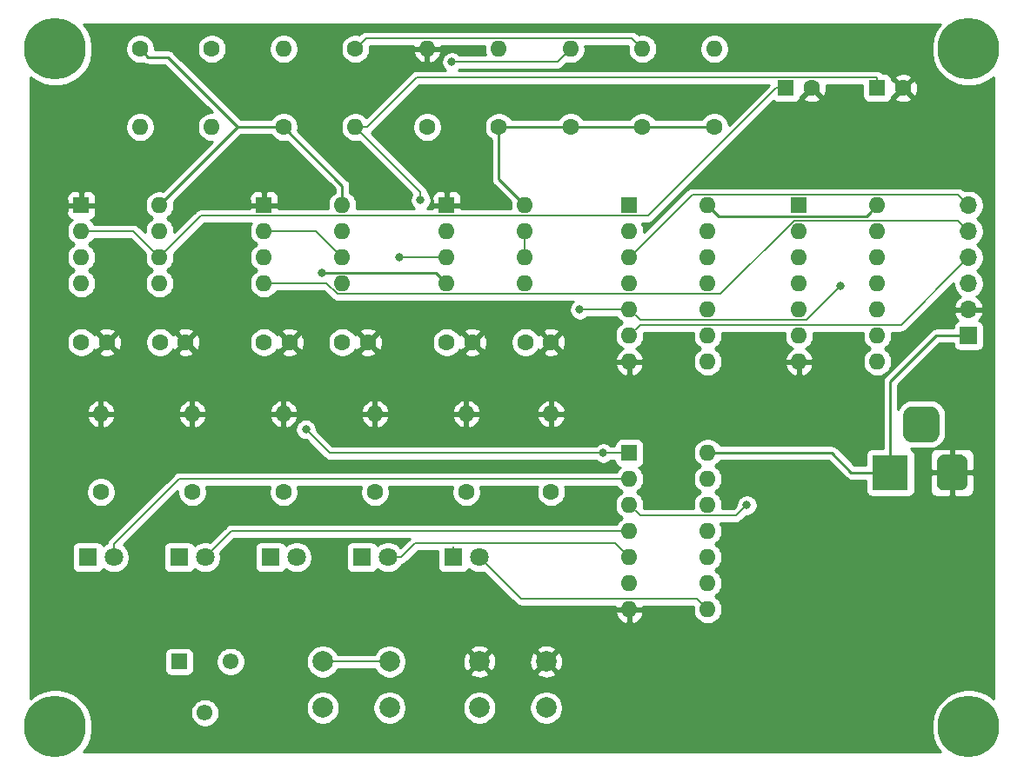
<source format=gtl>
G04 #@! TF.GenerationSoftware,KiCad,Pcbnew,(5.1.5)-3*
G04 #@! TF.CreationDate,2020-02-19T16:28:16+01:00*
G04 #@! TF.ProjectId,Clock_module,436c6f63-6b5f-46d6-9f64-756c652e6b69,rev?*
G04 #@! TF.SameCoordinates,Original*
G04 #@! TF.FileFunction,Copper,L1,Top*
G04 #@! TF.FilePolarity,Positive*
%FSLAX46Y46*%
G04 Gerber Fmt 4.6, Leading zero omitted, Abs format (unit mm)*
G04 Created by KiCad (PCBNEW (5.1.5)-3) date 2020-02-19 16:28:16*
%MOMM*%
%LPD*%
G04 APERTURE LIST*
%ADD10C,1.550000*%
%ADD11R,1.550000X1.550000*%
%ADD12C,0.100000*%
%ADD13R,3.500000X3.500000*%
%ADD14O,1.700000X1.700000*%
%ADD15R,1.700000X1.700000*%
%ADD16O,1.600000X1.600000*%
%ADD17C,1.600000*%
%ADD18C,6.000000*%
%ADD19R,1.600000X1.600000*%
%ADD20R,1.800000X1.800000*%
%ADD21C,1.800000*%
%ADD22C,2.000000*%
%ADD23C,0.800000*%
%ADD24C,0.152400*%
%ADD25C,0.228600*%
%ADD26C,0.254000*%
G04 APERTURE END LIST*
D10*
X187285000Y-97710000D03*
D11*
X184785000Y-92710000D03*
D10*
X189785000Y-92710000D03*
G04 #@! TA.AperFunction,ComponentPad*
D12*
G36*
X257960765Y-67849213D02*
G01*
X258045704Y-67861813D01*
X258128999Y-67882677D01*
X258209848Y-67911605D01*
X258287472Y-67948319D01*
X258361124Y-67992464D01*
X258430094Y-68043616D01*
X258493718Y-68101282D01*
X258551384Y-68164906D01*
X258602536Y-68233876D01*
X258646681Y-68307528D01*
X258683395Y-68385152D01*
X258712323Y-68466001D01*
X258733187Y-68549296D01*
X258745787Y-68634235D01*
X258750000Y-68720000D01*
X258750000Y-70470000D01*
X258745787Y-70555765D01*
X258733187Y-70640704D01*
X258712323Y-70723999D01*
X258683395Y-70804848D01*
X258646681Y-70882472D01*
X258602536Y-70956124D01*
X258551384Y-71025094D01*
X258493718Y-71088718D01*
X258430094Y-71146384D01*
X258361124Y-71197536D01*
X258287472Y-71241681D01*
X258209848Y-71278395D01*
X258128999Y-71307323D01*
X258045704Y-71328187D01*
X257960765Y-71340787D01*
X257875000Y-71345000D01*
X256125000Y-71345000D01*
X256039235Y-71340787D01*
X255954296Y-71328187D01*
X255871001Y-71307323D01*
X255790152Y-71278395D01*
X255712528Y-71241681D01*
X255638876Y-71197536D01*
X255569906Y-71146384D01*
X255506282Y-71088718D01*
X255448616Y-71025094D01*
X255397464Y-70956124D01*
X255353319Y-70882472D01*
X255316605Y-70804848D01*
X255287677Y-70723999D01*
X255266813Y-70640704D01*
X255254213Y-70555765D01*
X255250000Y-70470000D01*
X255250000Y-68720000D01*
X255254213Y-68634235D01*
X255266813Y-68549296D01*
X255287677Y-68466001D01*
X255316605Y-68385152D01*
X255353319Y-68307528D01*
X255397464Y-68233876D01*
X255448616Y-68164906D01*
X255506282Y-68101282D01*
X255569906Y-68043616D01*
X255638876Y-67992464D01*
X255712528Y-67948319D01*
X255790152Y-67911605D01*
X255871001Y-67882677D01*
X255954296Y-67861813D01*
X256039235Y-67849213D01*
X256125000Y-67845000D01*
X257875000Y-67845000D01*
X257960765Y-67849213D01*
G37*
G04 #@! TD.AperFunction*
G04 #@! TA.AperFunction,ComponentPad*
G36*
X260823513Y-72548611D02*
G01*
X260896318Y-72559411D01*
X260967714Y-72577295D01*
X261037013Y-72602090D01*
X261103548Y-72633559D01*
X261166678Y-72671398D01*
X261225795Y-72715242D01*
X261280330Y-72764670D01*
X261329758Y-72819205D01*
X261373602Y-72878322D01*
X261411441Y-72941452D01*
X261442910Y-73007987D01*
X261467705Y-73077286D01*
X261485589Y-73148682D01*
X261496389Y-73221487D01*
X261500000Y-73295000D01*
X261500000Y-75295000D01*
X261496389Y-75368513D01*
X261485589Y-75441318D01*
X261467705Y-75512714D01*
X261442910Y-75582013D01*
X261411441Y-75648548D01*
X261373602Y-75711678D01*
X261329758Y-75770795D01*
X261280330Y-75825330D01*
X261225795Y-75874758D01*
X261166678Y-75918602D01*
X261103548Y-75956441D01*
X261037013Y-75987910D01*
X260967714Y-76012705D01*
X260896318Y-76030589D01*
X260823513Y-76041389D01*
X260750000Y-76045000D01*
X259250000Y-76045000D01*
X259176487Y-76041389D01*
X259103682Y-76030589D01*
X259032286Y-76012705D01*
X258962987Y-75987910D01*
X258896452Y-75956441D01*
X258833322Y-75918602D01*
X258774205Y-75874758D01*
X258719670Y-75825330D01*
X258670242Y-75770795D01*
X258626398Y-75711678D01*
X258588559Y-75648548D01*
X258557090Y-75582013D01*
X258532295Y-75512714D01*
X258514411Y-75441318D01*
X258503611Y-75368513D01*
X258500000Y-75295000D01*
X258500000Y-73295000D01*
X258503611Y-73221487D01*
X258514411Y-73148682D01*
X258532295Y-73077286D01*
X258557090Y-73007987D01*
X258588559Y-72941452D01*
X258626398Y-72878322D01*
X258670242Y-72819205D01*
X258719670Y-72764670D01*
X258774205Y-72715242D01*
X258833322Y-72671398D01*
X258896452Y-72633559D01*
X258962987Y-72602090D01*
X259032286Y-72577295D01*
X259103682Y-72559411D01*
X259176487Y-72548611D01*
X259250000Y-72545000D01*
X260750000Y-72545000D01*
X260823513Y-72548611D01*
G37*
G04 #@! TD.AperFunction*
D13*
X254000000Y-74295000D03*
D14*
X261620000Y-48260000D03*
X261620000Y-50800000D03*
X261620000Y-53340000D03*
X261620000Y-55880000D03*
X261620000Y-58420000D03*
D15*
X261620000Y-60960000D03*
D16*
X212725000Y-68580000D03*
D17*
X212725000Y-76200000D03*
D18*
X261620000Y-33020000D03*
X261620000Y-99060000D03*
X172720000Y-99060000D03*
X172720000Y-33020000D03*
D19*
X243840000Y-36830000D03*
D17*
X246340000Y-36830000D03*
X255230000Y-36830000D03*
D19*
X252730000Y-36830000D03*
D20*
X175895000Y-82550000D03*
D21*
X178435000Y-82550000D03*
X213995000Y-82550000D03*
D20*
X211455000Y-82550000D03*
D21*
X205105000Y-82550000D03*
D20*
X202565000Y-82550000D03*
X184785000Y-82550000D03*
D21*
X187325000Y-82550000D03*
D20*
X193675000Y-82550000D03*
D21*
X196215000Y-82550000D03*
D17*
X180975000Y-33020000D03*
D16*
X180975000Y-40640000D03*
X187960000Y-40640000D03*
D17*
X187960000Y-33020000D03*
D16*
X177165000Y-68580000D03*
D17*
X177165000Y-76200000D03*
X215900000Y-40640000D03*
D16*
X215900000Y-33020000D03*
D17*
X236855000Y-40640000D03*
D16*
X236855000Y-33020000D03*
X203835000Y-68580000D03*
D17*
X203835000Y-76200000D03*
D16*
X229870000Y-33020000D03*
D17*
X229870000Y-40640000D03*
X201930000Y-33020000D03*
D16*
X201930000Y-40640000D03*
D17*
X194945000Y-40640000D03*
D16*
X194945000Y-33020000D03*
X186055000Y-68580000D03*
D17*
X186055000Y-76200000D03*
X222885000Y-40640000D03*
D16*
X222885000Y-33020000D03*
D17*
X208915000Y-40640000D03*
D16*
X208915000Y-33020000D03*
X194945000Y-68580000D03*
D17*
X194945000Y-76200000D03*
D22*
X213995000Y-97210000D03*
X213995000Y-92710000D03*
X220495000Y-97210000D03*
X220495000Y-92710000D03*
X205255000Y-92710000D03*
X205255000Y-97210000D03*
X198755000Y-92710000D03*
X198755000Y-97210000D03*
D19*
X228600000Y-48260000D03*
D16*
X236220000Y-63500000D03*
X228600000Y-50800000D03*
X236220000Y-60960000D03*
X228600000Y-53340000D03*
X236220000Y-58420000D03*
X228600000Y-55880000D03*
X236220000Y-55880000D03*
X228600000Y-58420000D03*
X236220000Y-53340000D03*
X228600000Y-60960000D03*
X236220000Y-50800000D03*
X228600000Y-63500000D03*
X236220000Y-48260000D03*
X182880000Y-48260000D03*
X175260000Y-55880000D03*
X182880000Y-50800000D03*
X175260000Y-53340000D03*
X182880000Y-53340000D03*
X175260000Y-50800000D03*
X182880000Y-55880000D03*
D19*
X175260000Y-48260000D03*
D16*
X236220000Y-72390000D03*
X228600000Y-87630000D03*
X236220000Y-74930000D03*
X228600000Y-85090000D03*
X236220000Y-77470000D03*
X228600000Y-82550000D03*
X236220000Y-80010000D03*
X228600000Y-80010000D03*
X236220000Y-82550000D03*
X228600000Y-77470000D03*
X236220000Y-85090000D03*
X228600000Y-74930000D03*
X236220000Y-87630000D03*
D19*
X228600000Y-72390000D03*
X245110000Y-48260000D03*
D16*
X252730000Y-63500000D03*
X245110000Y-50800000D03*
X252730000Y-60960000D03*
X245110000Y-53340000D03*
X252730000Y-58420000D03*
X245110000Y-55880000D03*
X252730000Y-55880000D03*
X245110000Y-58420000D03*
X252730000Y-53340000D03*
X245110000Y-60960000D03*
X252730000Y-50800000D03*
X245110000Y-63500000D03*
X252730000Y-48260000D03*
D19*
X210820000Y-48260000D03*
D16*
X218440000Y-55880000D03*
X210820000Y-50800000D03*
X218440000Y-53340000D03*
X210820000Y-53340000D03*
X218440000Y-50800000D03*
X210820000Y-55880000D03*
X218440000Y-48260000D03*
D19*
X193040000Y-48260000D03*
D16*
X200660000Y-55880000D03*
X193040000Y-50800000D03*
X200660000Y-53340000D03*
X193040000Y-53340000D03*
X200660000Y-50800000D03*
X193040000Y-55880000D03*
X200660000Y-48260000D03*
D17*
X185420000Y-61595000D03*
X182920000Y-61595000D03*
X193040000Y-61595000D03*
X195540000Y-61595000D03*
X177760000Y-61595000D03*
X175260000Y-61595000D03*
X218480000Y-61595000D03*
X220980000Y-61595000D03*
X210820000Y-61595000D03*
X213320000Y-61595000D03*
X203160000Y-61595000D03*
X200660000Y-61595000D03*
X220980000Y-76200000D03*
D16*
X220980000Y-68580000D03*
D23*
X208280000Y-47752000D03*
X198633815Y-54869815D03*
X223774000Y-58420000D03*
X249174000Y-56134000D03*
X206248000Y-53340000D03*
X197114999Y-70093001D03*
X226060000Y-72390000D03*
X211328000Y-34290000D03*
X240030000Y-77470000D03*
D24*
X180340000Y-50800000D02*
X175260000Y-50800000D01*
X182880000Y-53340000D02*
X180340000Y-50800000D01*
X230428999Y-49288601D02*
X242887600Y-36830000D01*
X186931399Y-49288601D02*
X230428999Y-49288601D01*
X242887600Y-36830000D02*
X243840000Y-36830000D01*
X182880000Y-53340000D02*
X186931399Y-49288601D01*
X177165000Y-62190000D02*
X177760000Y-61595000D01*
X186055000Y-62230000D02*
X185420000Y-61595000D01*
X252653799Y-35801399D02*
X252730000Y-35877600D01*
X207899971Y-35801399D02*
X252653799Y-35801399D01*
X252730000Y-35877600D02*
X252730000Y-36830000D01*
X203061370Y-40640000D02*
X207899971Y-35801399D01*
X201930000Y-40640000D02*
X203061370Y-40640000D01*
X208280000Y-46990000D02*
X201930000Y-40640000D01*
X208280000Y-47752000D02*
X208280000Y-46990000D01*
X198755000Y-92710000D02*
X205255000Y-92710000D01*
D25*
X200660000Y-46355000D02*
X194945000Y-40640000D01*
X200660000Y-48260000D02*
X200660000Y-46355000D01*
X190500000Y-40640000D02*
X194945000Y-40640000D01*
X182880000Y-48260000D02*
X190500000Y-40640000D01*
X183679999Y-33819999D02*
X190500000Y-40640000D01*
X181774999Y-33819999D02*
X183679999Y-33819999D01*
X180975000Y-33020000D02*
X181774999Y-33819999D01*
X236855000Y-40640000D02*
X229870000Y-40640000D01*
X229870000Y-40640000D02*
X222885000Y-40640000D01*
X222885000Y-40640000D02*
X215900000Y-40640000D01*
X215900000Y-45720000D02*
X218440000Y-48260000D01*
X215900000Y-40640000D02*
X215900000Y-45720000D01*
X209753299Y-54813299D02*
X198690331Y-54813299D01*
X210820000Y-55880000D02*
X209753299Y-54813299D01*
X198690331Y-54813299D02*
X198633815Y-54869815D01*
X251930001Y-49059999D02*
X252730000Y-48260000D01*
X251663299Y-49326701D02*
X251930001Y-49059999D01*
X237286701Y-49326701D02*
X251663299Y-49326701D01*
X236220000Y-48260000D02*
X237286701Y-49326701D01*
X236220000Y-72390000D02*
X248285000Y-72390000D01*
X260541400Y-60960000D02*
X261620000Y-60960000D01*
X258460378Y-60960000D02*
X260541400Y-60960000D01*
X250190000Y-74295000D02*
X254000000Y-74295000D01*
X248285000Y-72390000D02*
X250190000Y-74295000D01*
X254000000Y-65420378D02*
X258460378Y-60960000D01*
X254000000Y-74295000D02*
X254000000Y-65420378D01*
D24*
X218440000Y-50800000D02*
X218440000Y-53340000D01*
X178435000Y-81277208D02*
X178435000Y-82550000D01*
X184782208Y-74930000D02*
X178435000Y-81277208D01*
X228600000Y-74930000D02*
X184782208Y-74930000D01*
X214894999Y-83449999D02*
X213995000Y-82550000D01*
X218046399Y-86601399D02*
X214894999Y-83449999D01*
X235191399Y-86601399D02*
X218046399Y-86601399D01*
X236220000Y-87630000D02*
X235191399Y-86601399D01*
X223774000Y-58420000D02*
X228600000Y-58420000D01*
X229628601Y-59448601D02*
X245859399Y-59448601D01*
X245859399Y-59448601D02*
X249174000Y-56134000D01*
X228600000Y-58420000D02*
X229628601Y-59448601D01*
X227800001Y-81750001D02*
X228600000Y-82550000D01*
X207735002Y-81192790D02*
X227242790Y-81192790D01*
X206377792Y-82550000D02*
X207735002Y-81192790D01*
X227242790Y-81192790D02*
X227800001Y-81750001D01*
X205105000Y-82550000D02*
X206377792Y-82550000D01*
X206248000Y-53340000D02*
X210820000Y-53340000D01*
X189865000Y-80010000D02*
X228600000Y-80010000D01*
X187325000Y-82550000D02*
X189865000Y-80010000D01*
X211455000Y-81497600D02*
X211455000Y-82550000D01*
X199411998Y-72390000D02*
X197114999Y-70093001D01*
X226060000Y-72390000D02*
X199411998Y-72390000D01*
X228600000Y-72390000D02*
X226060000Y-72390000D01*
X260770001Y-54189999D02*
X261620000Y-53340000D01*
X255028601Y-59931399D02*
X260770001Y-54189999D01*
X229628601Y-59931399D02*
X255028601Y-59931399D01*
X228600000Y-60960000D02*
X229628601Y-59931399D01*
X234708601Y-47231399D02*
X229399999Y-52540001D01*
X229399999Y-52540001D02*
X228600000Y-53340000D01*
X260591399Y-47231399D02*
X234708601Y-47231399D01*
X261620000Y-48260000D02*
X260591399Y-47231399D01*
X229070001Y-32220001D02*
X229870000Y-33020000D01*
X228841399Y-31991399D02*
X229070001Y-32220001D01*
X202958601Y-31991399D02*
X228841399Y-31991399D01*
X201930000Y-33020000D02*
X202958601Y-31991399D01*
X198120000Y-50800000D02*
X200660000Y-53340000D01*
X193040000Y-50800000D02*
X198120000Y-50800000D01*
X221615000Y-34290000D02*
X222885000Y-33020000D01*
X211328000Y-34290000D02*
X221615000Y-34290000D01*
X239001399Y-78498601D02*
X240030000Y-77470000D01*
X229628601Y-78498601D02*
X239001399Y-78498601D01*
X228600000Y-77470000D02*
X229628601Y-78498601D01*
X260770001Y-49950001D02*
X261620000Y-50800000D01*
X260591399Y-49771399D02*
X260770001Y-49950001D01*
X244616271Y-49771399D02*
X260591399Y-49771399D01*
X237479069Y-56908601D02*
X244616271Y-49771399D01*
X200166271Y-56908601D02*
X237479069Y-56908601D01*
X199137670Y-55880000D02*
X200166271Y-56908601D01*
X193040000Y-55880000D02*
X199137670Y-55880000D01*
D26*
G36*
X258796511Y-30702823D02*
G01*
X258398705Y-31298182D01*
X258124691Y-31959710D01*
X257985000Y-32661984D01*
X257985000Y-33378016D01*
X258124691Y-34080290D01*
X258398705Y-34741818D01*
X258796511Y-35337177D01*
X259302823Y-35843489D01*
X259898182Y-36241295D01*
X260559710Y-36515309D01*
X261261984Y-36655000D01*
X261978016Y-36655000D01*
X262680290Y-36515309D01*
X263341818Y-36241295D01*
X263937177Y-35843489D01*
X264033000Y-35747666D01*
X264033000Y-96332334D01*
X263937177Y-96236511D01*
X263341818Y-95838705D01*
X262680290Y-95564691D01*
X261978016Y-95425000D01*
X261261984Y-95425000D01*
X260559710Y-95564691D01*
X259898182Y-95838705D01*
X259302823Y-96236511D01*
X258796511Y-96742823D01*
X258398705Y-97338182D01*
X258124691Y-97999710D01*
X257985000Y-98701984D01*
X257985000Y-99418016D01*
X258124691Y-100120290D01*
X258398705Y-100781818D01*
X258796511Y-101377177D01*
X258892334Y-101473000D01*
X175447666Y-101473000D01*
X175543489Y-101377177D01*
X175941295Y-100781818D01*
X176215309Y-100120290D01*
X176355000Y-99418016D01*
X176355000Y-98701984D01*
X176215309Y-97999710D01*
X176037785Y-97571127D01*
X185875000Y-97571127D01*
X185875000Y-97848873D01*
X185929186Y-98121282D01*
X186035475Y-98377885D01*
X186189782Y-98608822D01*
X186386178Y-98805218D01*
X186617115Y-98959525D01*
X186873718Y-99065814D01*
X187146127Y-99120000D01*
X187423873Y-99120000D01*
X187696282Y-99065814D01*
X187952885Y-98959525D01*
X188183822Y-98805218D01*
X188380218Y-98608822D01*
X188534525Y-98377885D01*
X188640814Y-98121282D01*
X188695000Y-97848873D01*
X188695000Y-97571127D01*
X188640814Y-97298718D01*
X188537364Y-97048967D01*
X197120000Y-97048967D01*
X197120000Y-97371033D01*
X197182832Y-97686912D01*
X197306082Y-97984463D01*
X197485013Y-98252252D01*
X197712748Y-98479987D01*
X197980537Y-98658918D01*
X198278088Y-98782168D01*
X198593967Y-98845000D01*
X198916033Y-98845000D01*
X199231912Y-98782168D01*
X199529463Y-98658918D01*
X199797252Y-98479987D01*
X200024987Y-98252252D01*
X200203918Y-97984463D01*
X200327168Y-97686912D01*
X200390000Y-97371033D01*
X200390000Y-97048967D01*
X203620000Y-97048967D01*
X203620000Y-97371033D01*
X203682832Y-97686912D01*
X203806082Y-97984463D01*
X203985013Y-98252252D01*
X204212748Y-98479987D01*
X204480537Y-98658918D01*
X204778088Y-98782168D01*
X205093967Y-98845000D01*
X205416033Y-98845000D01*
X205731912Y-98782168D01*
X206029463Y-98658918D01*
X206297252Y-98479987D01*
X206524987Y-98252252D01*
X206703918Y-97984463D01*
X206827168Y-97686912D01*
X206890000Y-97371033D01*
X206890000Y-97048967D01*
X212360000Y-97048967D01*
X212360000Y-97371033D01*
X212422832Y-97686912D01*
X212546082Y-97984463D01*
X212725013Y-98252252D01*
X212952748Y-98479987D01*
X213220537Y-98658918D01*
X213518088Y-98782168D01*
X213833967Y-98845000D01*
X214156033Y-98845000D01*
X214471912Y-98782168D01*
X214769463Y-98658918D01*
X215037252Y-98479987D01*
X215264987Y-98252252D01*
X215443918Y-97984463D01*
X215567168Y-97686912D01*
X215630000Y-97371033D01*
X215630000Y-97048967D01*
X218860000Y-97048967D01*
X218860000Y-97371033D01*
X218922832Y-97686912D01*
X219046082Y-97984463D01*
X219225013Y-98252252D01*
X219452748Y-98479987D01*
X219720537Y-98658918D01*
X220018088Y-98782168D01*
X220333967Y-98845000D01*
X220656033Y-98845000D01*
X220971912Y-98782168D01*
X221269463Y-98658918D01*
X221537252Y-98479987D01*
X221764987Y-98252252D01*
X221943918Y-97984463D01*
X222067168Y-97686912D01*
X222130000Y-97371033D01*
X222130000Y-97048967D01*
X222067168Y-96733088D01*
X221943918Y-96435537D01*
X221764987Y-96167748D01*
X221537252Y-95940013D01*
X221269463Y-95761082D01*
X220971912Y-95637832D01*
X220656033Y-95575000D01*
X220333967Y-95575000D01*
X220018088Y-95637832D01*
X219720537Y-95761082D01*
X219452748Y-95940013D01*
X219225013Y-96167748D01*
X219046082Y-96435537D01*
X218922832Y-96733088D01*
X218860000Y-97048967D01*
X215630000Y-97048967D01*
X215567168Y-96733088D01*
X215443918Y-96435537D01*
X215264987Y-96167748D01*
X215037252Y-95940013D01*
X214769463Y-95761082D01*
X214471912Y-95637832D01*
X214156033Y-95575000D01*
X213833967Y-95575000D01*
X213518088Y-95637832D01*
X213220537Y-95761082D01*
X212952748Y-95940013D01*
X212725013Y-96167748D01*
X212546082Y-96435537D01*
X212422832Y-96733088D01*
X212360000Y-97048967D01*
X206890000Y-97048967D01*
X206827168Y-96733088D01*
X206703918Y-96435537D01*
X206524987Y-96167748D01*
X206297252Y-95940013D01*
X206029463Y-95761082D01*
X205731912Y-95637832D01*
X205416033Y-95575000D01*
X205093967Y-95575000D01*
X204778088Y-95637832D01*
X204480537Y-95761082D01*
X204212748Y-95940013D01*
X203985013Y-96167748D01*
X203806082Y-96435537D01*
X203682832Y-96733088D01*
X203620000Y-97048967D01*
X200390000Y-97048967D01*
X200327168Y-96733088D01*
X200203918Y-96435537D01*
X200024987Y-96167748D01*
X199797252Y-95940013D01*
X199529463Y-95761082D01*
X199231912Y-95637832D01*
X198916033Y-95575000D01*
X198593967Y-95575000D01*
X198278088Y-95637832D01*
X197980537Y-95761082D01*
X197712748Y-95940013D01*
X197485013Y-96167748D01*
X197306082Y-96435537D01*
X197182832Y-96733088D01*
X197120000Y-97048967D01*
X188537364Y-97048967D01*
X188534525Y-97042115D01*
X188380218Y-96811178D01*
X188183822Y-96614782D01*
X187952885Y-96460475D01*
X187696282Y-96354186D01*
X187423873Y-96300000D01*
X187146127Y-96300000D01*
X186873718Y-96354186D01*
X186617115Y-96460475D01*
X186386178Y-96614782D01*
X186189782Y-96811178D01*
X186035475Y-97042115D01*
X185929186Y-97298718D01*
X185875000Y-97571127D01*
X176037785Y-97571127D01*
X175941295Y-97338182D01*
X175543489Y-96742823D01*
X175037177Y-96236511D01*
X174441818Y-95838705D01*
X173780290Y-95564691D01*
X173078016Y-95425000D01*
X172361984Y-95425000D01*
X171659710Y-95564691D01*
X170998182Y-95838705D01*
X170402823Y-96236511D01*
X170307000Y-96332334D01*
X170307000Y-91935000D01*
X183371928Y-91935000D01*
X183371928Y-93485000D01*
X183384188Y-93609482D01*
X183420498Y-93729180D01*
X183479463Y-93839494D01*
X183558815Y-93936185D01*
X183655506Y-94015537D01*
X183765820Y-94074502D01*
X183885518Y-94110812D01*
X184010000Y-94123072D01*
X185560000Y-94123072D01*
X185684482Y-94110812D01*
X185804180Y-94074502D01*
X185914494Y-94015537D01*
X186011185Y-93936185D01*
X186090537Y-93839494D01*
X186149502Y-93729180D01*
X186185812Y-93609482D01*
X186198072Y-93485000D01*
X186198072Y-92571127D01*
X188375000Y-92571127D01*
X188375000Y-92848873D01*
X188429186Y-93121282D01*
X188535475Y-93377885D01*
X188689782Y-93608822D01*
X188886178Y-93805218D01*
X189117115Y-93959525D01*
X189373718Y-94065814D01*
X189646127Y-94120000D01*
X189923873Y-94120000D01*
X190196282Y-94065814D01*
X190452885Y-93959525D01*
X190683822Y-93805218D01*
X190880218Y-93608822D01*
X191034525Y-93377885D01*
X191140814Y-93121282D01*
X191195000Y-92848873D01*
X191195000Y-92571127D01*
X191190593Y-92548967D01*
X197120000Y-92548967D01*
X197120000Y-92871033D01*
X197182832Y-93186912D01*
X197306082Y-93484463D01*
X197485013Y-93752252D01*
X197712748Y-93979987D01*
X197980537Y-94158918D01*
X198278088Y-94282168D01*
X198593967Y-94345000D01*
X198916033Y-94345000D01*
X199231912Y-94282168D01*
X199529463Y-94158918D01*
X199797252Y-93979987D01*
X200024987Y-93752252D01*
X200203918Y-93484463D01*
X200230122Y-93421200D01*
X203779878Y-93421200D01*
X203806082Y-93484463D01*
X203985013Y-93752252D01*
X204212748Y-93979987D01*
X204480537Y-94158918D01*
X204778088Y-94282168D01*
X205093967Y-94345000D01*
X205416033Y-94345000D01*
X205731912Y-94282168D01*
X206029463Y-94158918D01*
X206297252Y-93979987D01*
X206431826Y-93845413D01*
X213039192Y-93845413D01*
X213134956Y-94109814D01*
X213424571Y-94250704D01*
X213736108Y-94332384D01*
X214057595Y-94351718D01*
X214376675Y-94307961D01*
X214681088Y-94202795D01*
X214855044Y-94109814D01*
X214950808Y-93845413D01*
X219539192Y-93845413D01*
X219634956Y-94109814D01*
X219924571Y-94250704D01*
X220236108Y-94332384D01*
X220557595Y-94351718D01*
X220876675Y-94307961D01*
X221181088Y-94202795D01*
X221355044Y-94109814D01*
X221450808Y-93845413D01*
X220495000Y-92889605D01*
X219539192Y-93845413D01*
X214950808Y-93845413D01*
X213995000Y-92889605D01*
X213039192Y-93845413D01*
X206431826Y-93845413D01*
X206524987Y-93752252D01*
X206703918Y-93484463D01*
X206827168Y-93186912D01*
X206890000Y-92871033D01*
X206890000Y-92772595D01*
X212353282Y-92772595D01*
X212397039Y-93091675D01*
X212502205Y-93396088D01*
X212595186Y-93570044D01*
X212859587Y-93665808D01*
X213815395Y-92710000D01*
X214174605Y-92710000D01*
X215130413Y-93665808D01*
X215394814Y-93570044D01*
X215535704Y-93280429D01*
X215617384Y-92968892D01*
X215629189Y-92772595D01*
X218853282Y-92772595D01*
X218897039Y-93091675D01*
X219002205Y-93396088D01*
X219095186Y-93570044D01*
X219359587Y-93665808D01*
X220315395Y-92710000D01*
X220674605Y-92710000D01*
X221630413Y-93665808D01*
X221894814Y-93570044D01*
X222035704Y-93280429D01*
X222117384Y-92968892D01*
X222136718Y-92647405D01*
X222092961Y-92328325D01*
X221987795Y-92023912D01*
X221894814Y-91849956D01*
X221630413Y-91754192D01*
X220674605Y-92710000D01*
X220315395Y-92710000D01*
X219359587Y-91754192D01*
X219095186Y-91849956D01*
X218954296Y-92139571D01*
X218872616Y-92451108D01*
X218853282Y-92772595D01*
X215629189Y-92772595D01*
X215636718Y-92647405D01*
X215592961Y-92328325D01*
X215487795Y-92023912D01*
X215394814Y-91849956D01*
X215130413Y-91754192D01*
X214174605Y-92710000D01*
X213815395Y-92710000D01*
X212859587Y-91754192D01*
X212595186Y-91849956D01*
X212454296Y-92139571D01*
X212372616Y-92451108D01*
X212353282Y-92772595D01*
X206890000Y-92772595D01*
X206890000Y-92548967D01*
X206827168Y-92233088D01*
X206703918Y-91935537D01*
X206524987Y-91667748D01*
X206431826Y-91574587D01*
X213039192Y-91574587D01*
X213995000Y-92530395D01*
X214950808Y-91574587D01*
X219539192Y-91574587D01*
X220495000Y-92530395D01*
X221450808Y-91574587D01*
X221355044Y-91310186D01*
X221065429Y-91169296D01*
X220753892Y-91087616D01*
X220432405Y-91068282D01*
X220113325Y-91112039D01*
X219808912Y-91217205D01*
X219634956Y-91310186D01*
X219539192Y-91574587D01*
X214950808Y-91574587D01*
X214855044Y-91310186D01*
X214565429Y-91169296D01*
X214253892Y-91087616D01*
X213932405Y-91068282D01*
X213613325Y-91112039D01*
X213308912Y-91217205D01*
X213134956Y-91310186D01*
X213039192Y-91574587D01*
X206431826Y-91574587D01*
X206297252Y-91440013D01*
X206029463Y-91261082D01*
X205731912Y-91137832D01*
X205416033Y-91075000D01*
X205093967Y-91075000D01*
X204778088Y-91137832D01*
X204480537Y-91261082D01*
X204212748Y-91440013D01*
X203985013Y-91667748D01*
X203806082Y-91935537D01*
X203779878Y-91998800D01*
X200230122Y-91998800D01*
X200203918Y-91935537D01*
X200024987Y-91667748D01*
X199797252Y-91440013D01*
X199529463Y-91261082D01*
X199231912Y-91137832D01*
X198916033Y-91075000D01*
X198593967Y-91075000D01*
X198278088Y-91137832D01*
X197980537Y-91261082D01*
X197712748Y-91440013D01*
X197485013Y-91667748D01*
X197306082Y-91935537D01*
X197182832Y-92233088D01*
X197120000Y-92548967D01*
X191190593Y-92548967D01*
X191140814Y-92298718D01*
X191034525Y-92042115D01*
X190880218Y-91811178D01*
X190683822Y-91614782D01*
X190452885Y-91460475D01*
X190196282Y-91354186D01*
X189923873Y-91300000D01*
X189646127Y-91300000D01*
X189373718Y-91354186D01*
X189117115Y-91460475D01*
X188886178Y-91614782D01*
X188689782Y-91811178D01*
X188535475Y-92042115D01*
X188429186Y-92298718D01*
X188375000Y-92571127D01*
X186198072Y-92571127D01*
X186198072Y-91935000D01*
X186185812Y-91810518D01*
X186149502Y-91690820D01*
X186090537Y-91580506D01*
X186011185Y-91483815D01*
X185914494Y-91404463D01*
X185804180Y-91345498D01*
X185684482Y-91309188D01*
X185560000Y-91296928D01*
X184010000Y-91296928D01*
X183885518Y-91309188D01*
X183765820Y-91345498D01*
X183655506Y-91404463D01*
X183558815Y-91483815D01*
X183479463Y-91580506D01*
X183420498Y-91690820D01*
X183384188Y-91810518D01*
X183371928Y-91935000D01*
X170307000Y-91935000D01*
X170307000Y-87979039D01*
X227208096Y-87979039D01*
X227248754Y-88113087D01*
X227368963Y-88367420D01*
X227536481Y-88593414D01*
X227744869Y-88782385D01*
X227986119Y-88927070D01*
X228250960Y-89021909D01*
X228473000Y-88900624D01*
X228473000Y-87757000D01*
X228727000Y-87757000D01*
X228727000Y-88900624D01*
X228949040Y-89021909D01*
X229213881Y-88927070D01*
X229455131Y-88782385D01*
X229663519Y-88593414D01*
X229831037Y-88367420D01*
X229951246Y-88113087D01*
X229991904Y-87979039D01*
X229869915Y-87757000D01*
X228727000Y-87757000D01*
X228473000Y-87757000D01*
X227330085Y-87757000D01*
X227208096Y-87979039D01*
X170307000Y-87979039D01*
X170307000Y-81650000D01*
X174356928Y-81650000D01*
X174356928Y-83450000D01*
X174369188Y-83574482D01*
X174405498Y-83694180D01*
X174464463Y-83804494D01*
X174543815Y-83901185D01*
X174640506Y-83980537D01*
X174750820Y-84039502D01*
X174870518Y-84075812D01*
X174995000Y-84088072D01*
X176795000Y-84088072D01*
X176919482Y-84075812D01*
X177039180Y-84039502D01*
X177149494Y-83980537D01*
X177246185Y-83901185D01*
X177325537Y-83804494D01*
X177384502Y-83694180D01*
X177390056Y-83675873D01*
X177456495Y-83742312D01*
X177707905Y-83910299D01*
X177987257Y-84026011D01*
X178283816Y-84085000D01*
X178586184Y-84085000D01*
X178882743Y-84026011D01*
X179162095Y-83910299D01*
X179413505Y-83742312D01*
X179627312Y-83528505D01*
X179795299Y-83277095D01*
X179911011Y-82997743D01*
X179970000Y-82701184D01*
X179970000Y-82398816D01*
X179911011Y-82102257D01*
X179795299Y-81822905D01*
X179627312Y-81571495D01*
X179413505Y-81357688D01*
X179381615Y-81336380D01*
X184620000Y-76097997D01*
X184620000Y-76341335D01*
X184675147Y-76618574D01*
X184783320Y-76879727D01*
X184940363Y-77114759D01*
X185140241Y-77314637D01*
X185375273Y-77471680D01*
X185636426Y-77579853D01*
X185913665Y-77635000D01*
X186196335Y-77635000D01*
X186473574Y-77579853D01*
X186734727Y-77471680D01*
X186969759Y-77314637D01*
X187169637Y-77114759D01*
X187326680Y-76879727D01*
X187434853Y-76618574D01*
X187490000Y-76341335D01*
X187490000Y-76058665D01*
X187434853Y-75781426D01*
X187376770Y-75641200D01*
X193623230Y-75641200D01*
X193565147Y-75781426D01*
X193510000Y-76058665D01*
X193510000Y-76341335D01*
X193565147Y-76618574D01*
X193673320Y-76879727D01*
X193830363Y-77114759D01*
X194030241Y-77314637D01*
X194265273Y-77471680D01*
X194526426Y-77579853D01*
X194803665Y-77635000D01*
X195086335Y-77635000D01*
X195363574Y-77579853D01*
X195624727Y-77471680D01*
X195859759Y-77314637D01*
X196059637Y-77114759D01*
X196216680Y-76879727D01*
X196324853Y-76618574D01*
X196380000Y-76341335D01*
X196380000Y-76058665D01*
X196324853Y-75781426D01*
X196266770Y-75641200D01*
X202513230Y-75641200D01*
X202455147Y-75781426D01*
X202400000Y-76058665D01*
X202400000Y-76341335D01*
X202455147Y-76618574D01*
X202563320Y-76879727D01*
X202720363Y-77114759D01*
X202920241Y-77314637D01*
X203155273Y-77471680D01*
X203416426Y-77579853D01*
X203693665Y-77635000D01*
X203976335Y-77635000D01*
X204253574Y-77579853D01*
X204514727Y-77471680D01*
X204749759Y-77314637D01*
X204949637Y-77114759D01*
X205106680Y-76879727D01*
X205214853Y-76618574D01*
X205270000Y-76341335D01*
X205270000Y-76058665D01*
X205214853Y-75781426D01*
X205156770Y-75641200D01*
X211403230Y-75641200D01*
X211345147Y-75781426D01*
X211290000Y-76058665D01*
X211290000Y-76341335D01*
X211345147Y-76618574D01*
X211453320Y-76879727D01*
X211610363Y-77114759D01*
X211810241Y-77314637D01*
X212045273Y-77471680D01*
X212306426Y-77579853D01*
X212583665Y-77635000D01*
X212866335Y-77635000D01*
X213143574Y-77579853D01*
X213404727Y-77471680D01*
X213639759Y-77314637D01*
X213839637Y-77114759D01*
X213996680Y-76879727D01*
X214104853Y-76618574D01*
X214160000Y-76341335D01*
X214160000Y-76058665D01*
X214104853Y-75781426D01*
X214046770Y-75641200D01*
X219658230Y-75641200D01*
X219600147Y-75781426D01*
X219545000Y-76058665D01*
X219545000Y-76341335D01*
X219600147Y-76618574D01*
X219708320Y-76879727D01*
X219865363Y-77114759D01*
X220065241Y-77314637D01*
X220300273Y-77471680D01*
X220561426Y-77579853D01*
X220838665Y-77635000D01*
X221121335Y-77635000D01*
X221398574Y-77579853D01*
X221659727Y-77471680D01*
X221894759Y-77314637D01*
X222094637Y-77114759D01*
X222251680Y-76879727D01*
X222359853Y-76618574D01*
X222415000Y-76341335D01*
X222415000Y-76058665D01*
X222359853Y-75781426D01*
X222301770Y-75641200D01*
X227349350Y-75641200D01*
X227485363Y-75844759D01*
X227685241Y-76044637D01*
X227917759Y-76200000D01*
X227685241Y-76355363D01*
X227485363Y-76555241D01*
X227328320Y-76790273D01*
X227220147Y-77051426D01*
X227165000Y-77328665D01*
X227165000Y-77611335D01*
X227220147Y-77888574D01*
X227328320Y-78149727D01*
X227485363Y-78384759D01*
X227685241Y-78584637D01*
X227917759Y-78740000D01*
X227685241Y-78895363D01*
X227485363Y-79095241D01*
X227349350Y-79298800D01*
X189899917Y-79298800D01*
X189864999Y-79295361D01*
X189830081Y-79298800D01*
X189830064Y-79298800D01*
X189725580Y-79309091D01*
X189591519Y-79349758D01*
X189467967Y-79415798D01*
X189386808Y-79482403D01*
X189386804Y-79482407D01*
X189359673Y-79504673D01*
X189337407Y-79531804D01*
X187788639Y-81080573D01*
X187772743Y-81073989D01*
X187476184Y-81015000D01*
X187173816Y-81015000D01*
X186877257Y-81073989D01*
X186597905Y-81189701D01*
X186346495Y-81357688D01*
X186280056Y-81424127D01*
X186274502Y-81405820D01*
X186215537Y-81295506D01*
X186136185Y-81198815D01*
X186039494Y-81119463D01*
X185929180Y-81060498D01*
X185809482Y-81024188D01*
X185685000Y-81011928D01*
X183885000Y-81011928D01*
X183760518Y-81024188D01*
X183640820Y-81060498D01*
X183530506Y-81119463D01*
X183433815Y-81198815D01*
X183354463Y-81295506D01*
X183295498Y-81405820D01*
X183259188Y-81525518D01*
X183246928Y-81650000D01*
X183246928Y-83450000D01*
X183259188Y-83574482D01*
X183295498Y-83694180D01*
X183354463Y-83804494D01*
X183433815Y-83901185D01*
X183530506Y-83980537D01*
X183640820Y-84039502D01*
X183760518Y-84075812D01*
X183885000Y-84088072D01*
X185685000Y-84088072D01*
X185809482Y-84075812D01*
X185929180Y-84039502D01*
X186039494Y-83980537D01*
X186136185Y-83901185D01*
X186215537Y-83804494D01*
X186274502Y-83694180D01*
X186280056Y-83675873D01*
X186346495Y-83742312D01*
X186597905Y-83910299D01*
X186877257Y-84026011D01*
X187173816Y-84085000D01*
X187476184Y-84085000D01*
X187772743Y-84026011D01*
X188052095Y-83910299D01*
X188303505Y-83742312D01*
X188517312Y-83528505D01*
X188685299Y-83277095D01*
X188801011Y-82997743D01*
X188860000Y-82701184D01*
X188860000Y-82398816D01*
X188801011Y-82102257D01*
X188794427Y-82086361D01*
X189230788Y-81650000D01*
X192136928Y-81650000D01*
X192136928Y-83450000D01*
X192149188Y-83574482D01*
X192185498Y-83694180D01*
X192244463Y-83804494D01*
X192323815Y-83901185D01*
X192420506Y-83980537D01*
X192530820Y-84039502D01*
X192650518Y-84075812D01*
X192775000Y-84088072D01*
X194575000Y-84088072D01*
X194699482Y-84075812D01*
X194819180Y-84039502D01*
X194929494Y-83980537D01*
X195026185Y-83901185D01*
X195105537Y-83804494D01*
X195164502Y-83694180D01*
X195170056Y-83675873D01*
X195236495Y-83742312D01*
X195487905Y-83910299D01*
X195767257Y-84026011D01*
X196063816Y-84085000D01*
X196366184Y-84085000D01*
X196662743Y-84026011D01*
X196942095Y-83910299D01*
X197193505Y-83742312D01*
X197407312Y-83528505D01*
X197575299Y-83277095D01*
X197691011Y-82997743D01*
X197750000Y-82701184D01*
X197750000Y-82398816D01*
X197691011Y-82102257D01*
X197575299Y-81822905D01*
X197407312Y-81571495D01*
X197193505Y-81357688D01*
X196942095Y-81189701D01*
X196662743Y-81073989D01*
X196366184Y-81015000D01*
X196063816Y-81015000D01*
X195767257Y-81073989D01*
X195487905Y-81189701D01*
X195236495Y-81357688D01*
X195170056Y-81424127D01*
X195164502Y-81405820D01*
X195105537Y-81295506D01*
X195026185Y-81198815D01*
X194929494Y-81119463D01*
X194819180Y-81060498D01*
X194699482Y-81024188D01*
X194575000Y-81011928D01*
X192775000Y-81011928D01*
X192650518Y-81024188D01*
X192530820Y-81060498D01*
X192420506Y-81119463D01*
X192323815Y-81198815D01*
X192244463Y-81295506D01*
X192185498Y-81405820D01*
X192149188Y-81525518D01*
X192136928Y-81650000D01*
X189230788Y-81650000D01*
X190159589Y-80721200D01*
X207200804Y-80721200D01*
X206318620Y-81603385D01*
X206297312Y-81571495D01*
X206083505Y-81357688D01*
X205832095Y-81189701D01*
X205552743Y-81073989D01*
X205256184Y-81015000D01*
X204953816Y-81015000D01*
X204657257Y-81073989D01*
X204377905Y-81189701D01*
X204126495Y-81357688D01*
X204060056Y-81424127D01*
X204054502Y-81405820D01*
X203995537Y-81295506D01*
X203916185Y-81198815D01*
X203819494Y-81119463D01*
X203709180Y-81060498D01*
X203589482Y-81024188D01*
X203465000Y-81011928D01*
X201665000Y-81011928D01*
X201540518Y-81024188D01*
X201420820Y-81060498D01*
X201310506Y-81119463D01*
X201213815Y-81198815D01*
X201134463Y-81295506D01*
X201075498Y-81405820D01*
X201039188Y-81525518D01*
X201026928Y-81650000D01*
X201026928Y-83450000D01*
X201039188Y-83574482D01*
X201075498Y-83694180D01*
X201134463Y-83804494D01*
X201213815Y-83901185D01*
X201310506Y-83980537D01*
X201420820Y-84039502D01*
X201540518Y-84075812D01*
X201665000Y-84088072D01*
X203465000Y-84088072D01*
X203589482Y-84075812D01*
X203709180Y-84039502D01*
X203819494Y-83980537D01*
X203916185Y-83901185D01*
X203995537Y-83804494D01*
X204054502Y-83694180D01*
X204060056Y-83675873D01*
X204126495Y-83742312D01*
X204377905Y-83910299D01*
X204657257Y-84026011D01*
X204953816Y-84085000D01*
X205256184Y-84085000D01*
X205552743Y-84026011D01*
X205832095Y-83910299D01*
X206083505Y-83742312D01*
X206297312Y-83528505D01*
X206465299Y-83277095D01*
X206474399Y-83255126D01*
X206517212Y-83250909D01*
X206651273Y-83210242D01*
X206774825Y-83144202D01*
X206883119Y-83055327D01*
X206905394Y-83028185D01*
X208029590Y-81903990D01*
X209916928Y-81903990D01*
X209916928Y-83450000D01*
X209929188Y-83574482D01*
X209965498Y-83694180D01*
X210024463Y-83804494D01*
X210103815Y-83901185D01*
X210200506Y-83980537D01*
X210310820Y-84039502D01*
X210430518Y-84075812D01*
X210555000Y-84088072D01*
X212355000Y-84088072D01*
X212479482Y-84075812D01*
X212599180Y-84039502D01*
X212709494Y-83980537D01*
X212806185Y-83901185D01*
X212885537Y-83804494D01*
X212944502Y-83694180D01*
X212950056Y-83675873D01*
X213016495Y-83742312D01*
X213267905Y-83910299D01*
X213547257Y-84026011D01*
X213843816Y-84085000D01*
X214146184Y-84085000D01*
X214442743Y-84026011D01*
X214458639Y-84019426D01*
X217518806Y-87079595D01*
X217541072Y-87106726D01*
X217568203Y-87128992D01*
X217568208Y-87128997D01*
X217649366Y-87195601D01*
X217772917Y-87261641D01*
X217836607Y-87280961D01*
X217906979Y-87302308D01*
X218011463Y-87312599D01*
X218011470Y-87312599D01*
X218046399Y-87316039D01*
X218081327Y-87312599D01*
X227225478Y-87312599D01*
X227330085Y-87503000D01*
X228473000Y-87503000D01*
X228473000Y-87483000D01*
X228727000Y-87483000D01*
X228727000Y-87503000D01*
X229869915Y-87503000D01*
X229974522Y-87312599D01*
X234820022Y-87312599D01*
X234785000Y-87488665D01*
X234785000Y-87771335D01*
X234840147Y-88048574D01*
X234948320Y-88309727D01*
X235105363Y-88544759D01*
X235305241Y-88744637D01*
X235540273Y-88901680D01*
X235801426Y-89009853D01*
X236078665Y-89065000D01*
X236361335Y-89065000D01*
X236638574Y-89009853D01*
X236899727Y-88901680D01*
X237134759Y-88744637D01*
X237334637Y-88544759D01*
X237491680Y-88309727D01*
X237599853Y-88048574D01*
X237655000Y-87771335D01*
X237655000Y-87488665D01*
X237599853Y-87211426D01*
X237491680Y-86950273D01*
X237334637Y-86715241D01*
X237134759Y-86515363D01*
X236902241Y-86360000D01*
X237134759Y-86204637D01*
X237334637Y-86004759D01*
X237491680Y-85769727D01*
X237599853Y-85508574D01*
X237655000Y-85231335D01*
X237655000Y-84948665D01*
X237599853Y-84671426D01*
X237491680Y-84410273D01*
X237334637Y-84175241D01*
X237134759Y-83975363D01*
X236902241Y-83820000D01*
X237134759Y-83664637D01*
X237334637Y-83464759D01*
X237491680Y-83229727D01*
X237599853Y-82968574D01*
X237655000Y-82691335D01*
X237655000Y-82408665D01*
X237599853Y-82131426D01*
X237491680Y-81870273D01*
X237334637Y-81635241D01*
X237134759Y-81435363D01*
X236902241Y-81280000D01*
X237134759Y-81124637D01*
X237334637Y-80924759D01*
X237491680Y-80689727D01*
X237599853Y-80428574D01*
X237655000Y-80151335D01*
X237655000Y-79868665D01*
X237599853Y-79591426D01*
X237491680Y-79330273D01*
X237411183Y-79209801D01*
X238966473Y-79209801D01*
X239001399Y-79213241D01*
X239036325Y-79209801D01*
X239036335Y-79209801D01*
X239140819Y-79199510D01*
X239274880Y-79158843D01*
X239398432Y-79092803D01*
X239506726Y-79003928D01*
X239529000Y-78976787D01*
X240000788Y-78505000D01*
X240131939Y-78505000D01*
X240331898Y-78465226D01*
X240520256Y-78387205D01*
X240689774Y-78273937D01*
X240833937Y-78129774D01*
X240947205Y-77960256D01*
X241025226Y-77771898D01*
X241065000Y-77571939D01*
X241065000Y-77368061D01*
X241025226Y-77168102D01*
X240947205Y-76979744D01*
X240833937Y-76810226D01*
X240689774Y-76666063D01*
X240520256Y-76552795D01*
X240331898Y-76474774D01*
X240131939Y-76435000D01*
X239928061Y-76435000D01*
X239728102Y-76474774D01*
X239539744Y-76552795D01*
X239370226Y-76666063D01*
X239226063Y-76810226D01*
X239112795Y-76979744D01*
X239034774Y-77168102D01*
X238995000Y-77368061D01*
X238995000Y-77499212D01*
X238706812Y-77787401D01*
X237619978Y-77787401D01*
X237655000Y-77611335D01*
X237655000Y-77328665D01*
X237599853Y-77051426D01*
X237491680Y-76790273D01*
X237334637Y-76555241D01*
X237134759Y-76355363D01*
X236902241Y-76200000D01*
X237134759Y-76044637D01*
X237334637Y-75844759D01*
X237491680Y-75609727D01*
X237599853Y-75348574D01*
X237655000Y-75071335D01*
X237655000Y-74788665D01*
X237599853Y-74511426D01*
X237491680Y-74250273D01*
X237334637Y-74015241D01*
X237134759Y-73815363D01*
X236902241Y-73660000D01*
X237134759Y-73504637D01*
X237334637Y-73304759D01*
X237445193Y-73139300D01*
X247974631Y-73139300D01*
X249634141Y-74798811D01*
X249657602Y-74827398D01*
X249686188Y-74850858D01*
X249686190Y-74850860D01*
X249771696Y-74921034D01*
X249901868Y-74990612D01*
X250043112Y-75033458D01*
X250153194Y-75044300D01*
X250153204Y-75044300D01*
X250190000Y-75047924D01*
X250226796Y-75044300D01*
X251611928Y-75044300D01*
X251611928Y-76045000D01*
X251624188Y-76169482D01*
X251660498Y-76289180D01*
X251719463Y-76399494D01*
X251798815Y-76496185D01*
X251895506Y-76575537D01*
X252005820Y-76634502D01*
X252125518Y-76670812D01*
X252250000Y-76683072D01*
X255750000Y-76683072D01*
X255874482Y-76670812D01*
X255994180Y-76634502D01*
X256104494Y-76575537D01*
X256201185Y-76496185D01*
X256280537Y-76399494D01*
X256339502Y-76289180D01*
X256375812Y-76169482D01*
X256388072Y-76045000D01*
X257861928Y-76045000D01*
X257874188Y-76169482D01*
X257910498Y-76289180D01*
X257969463Y-76399494D01*
X258048815Y-76496185D01*
X258145506Y-76575537D01*
X258255820Y-76634502D01*
X258375518Y-76670812D01*
X258500000Y-76683072D01*
X259714250Y-76680000D01*
X259873000Y-76521250D01*
X259873000Y-74422000D01*
X260127000Y-74422000D01*
X260127000Y-76521250D01*
X260285750Y-76680000D01*
X261500000Y-76683072D01*
X261624482Y-76670812D01*
X261744180Y-76634502D01*
X261854494Y-76575537D01*
X261951185Y-76496185D01*
X262030537Y-76399494D01*
X262089502Y-76289180D01*
X262125812Y-76169482D01*
X262138072Y-76045000D01*
X262135000Y-74580750D01*
X261976250Y-74422000D01*
X260127000Y-74422000D01*
X259873000Y-74422000D01*
X258023750Y-74422000D01*
X257865000Y-74580750D01*
X257861928Y-76045000D01*
X256388072Y-76045000D01*
X256388072Y-72545000D01*
X257861928Y-72545000D01*
X257865000Y-74009250D01*
X258023750Y-74168000D01*
X259873000Y-74168000D01*
X259873000Y-72068750D01*
X260127000Y-72068750D01*
X260127000Y-74168000D01*
X261976250Y-74168000D01*
X262135000Y-74009250D01*
X262138072Y-72545000D01*
X262125812Y-72420518D01*
X262089502Y-72300820D01*
X262030537Y-72190506D01*
X261951185Y-72093815D01*
X261854494Y-72014463D01*
X261744180Y-71955498D01*
X261624482Y-71919188D01*
X261500000Y-71906928D01*
X260285750Y-71910000D01*
X260127000Y-72068750D01*
X259873000Y-72068750D01*
X259714250Y-71910000D01*
X258500000Y-71906928D01*
X258375518Y-71919188D01*
X258255820Y-71955498D01*
X258145506Y-72014463D01*
X258048815Y-72093815D01*
X257969463Y-72190506D01*
X257910498Y-72300820D01*
X257874188Y-72420518D01*
X257861928Y-72545000D01*
X256388072Y-72545000D01*
X256375812Y-72420518D01*
X256339502Y-72300820D01*
X256280537Y-72190506D01*
X256201185Y-72093815D01*
X256104494Y-72014463D01*
X256027869Y-71973506D01*
X256125000Y-71983072D01*
X257875000Y-71983072D01*
X258170186Y-71953999D01*
X258454028Y-71867896D01*
X258715618Y-71728073D01*
X258944903Y-71539903D01*
X259133073Y-71310618D01*
X259272896Y-71049028D01*
X259358999Y-70765186D01*
X259388072Y-70470000D01*
X259388072Y-68720000D01*
X259358999Y-68424814D01*
X259272896Y-68140972D01*
X259133073Y-67879382D01*
X258944903Y-67650097D01*
X258715618Y-67461927D01*
X258454028Y-67322104D01*
X258170186Y-67236001D01*
X257875000Y-67206928D01*
X256125000Y-67206928D01*
X255829814Y-67236001D01*
X255545972Y-67322104D01*
X255284382Y-67461927D01*
X255055097Y-67650097D01*
X254866927Y-67879382D01*
X254749300Y-68099446D01*
X254749300Y-65730747D01*
X258770748Y-61709300D01*
X260131928Y-61709300D01*
X260131928Y-61810000D01*
X260144188Y-61934482D01*
X260180498Y-62054180D01*
X260239463Y-62164494D01*
X260318815Y-62261185D01*
X260415506Y-62340537D01*
X260525820Y-62399502D01*
X260645518Y-62435812D01*
X260770000Y-62448072D01*
X262470000Y-62448072D01*
X262594482Y-62435812D01*
X262714180Y-62399502D01*
X262824494Y-62340537D01*
X262921185Y-62261185D01*
X263000537Y-62164494D01*
X263059502Y-62054180D01*
X263095812Y-61934482D01*
X263108072Y-61810000D01*
X263108072Y-60110000D01*
X263095812Y-59985518D01*
X263059502Y-59865820D01*
X263000537Y-59755506D01*
X262921185Y-59658815D01*
X262824494Y-59579463D01*
X262714180Y-59520498D01*
X262633534Y-59496034D01*
X262717588Y-59420269D01*
X262891641Y-59186920D01*
X263016825Y-58924099D01*
X263061476Y-58776890D01*
X262940155Y-58547000D01*
X261747000Y-58547000D01*
X261747000Y-58567000D01*
X261493000Y-58567000D01*
X261493000Y-58547000D01*
X260299845Y-58547000D01*
X260178524Y-58776890D01*
X260223175Y-58924099D01*
X260348359Y-59186920D01*
X260522412Y-59420269D01*
X260606466Y-59496034D01*
X260525820Y-59520498D01*
X260415506Y-59579463D01*
X260318815Y-59658815D01*
X260239463Y-59755506D01*
X260180498Y-59865820D01*
X260144188Y-59985518D01*
X260131928Y-60110000D01*
X260131928Y-60210700D01*
X258497173Y-60210700D01*
X258460377Y-60207076D01*
X258423581Y-60210700D01*
X258423572Y-60210700D01*
X258313490Y-60221542D01*
X258172246Y-60264388D01*
X258042074Y-60333966D01*
X257956568Y-60404140D01*
X257927980Y-60427602D01*
X257904519Y-60456189D01*
X253496189Y-64864520D01*
X253467603Y-64887980D01*
X253444143Y-64916566D01*
X253444140Y-64916569D01*
X253373966Y-65002075D01*
X253304388Y-65132247D01*
X253261543Y-65273491D01*
X253247076Y-65420378D01*
X253250701Y-65457183D01*
X253250700Y-71906928D01*
X252250000Y-71906928D01*
X252125518Y-71919188D01*
X252005820Y-71955498D01*
X251895506Y-72014463D01*
X251798815Y-72093815D01*
X251719463Y-72190506D01*
X251660498Y-72300820D01*
X251624188Y-72420518D01*
X251611928Y-72545000D01*
X251611928Y-73545700D01*
X250500370Y-73545700D01*
X248840863Y-71886194D01*
X248817398Y-71857602D01*
X248703303Y-71763966D01*
X248573132Y-71694388D01*
X248431888Y-71651542D01*
X248321806Y-71640700D01*
X248321795Y-71640700D01*
X248285000Y-71637076D01*
X248248205Y-71640700D01*
X237445193Y-71640700D01*
X237334637Y-71475241D01*
X237134759Y-71275363D01*
X236899727Y-71118320D01*
X236638574Y-71010147D01*
X236361335Y-70955000D01*
X236078665Y-70955000D01*
X235801426Y-71010147D01*
X235540273Y-71118320D01*
X235305241Y-71275363D01*
X235105363Y-71475241D01*
X234948320Y-71710273D01*
X234840147Y-71971426D01*
X234785000Y-72248665D01*
X234785000Y-72531335D01*
X234840147Y-72808574D01*
X234948320Y-73069727D01*
X235105363Y-73304759D01*
X235305241Y-73504637D01*
X235537759Y-73660000D01*
X235305241Y-73815363D01*
X235105363Y-74015241D01*
X234948320Y-74250273D01*
X234840147Y-74511426D01*
X234785000Y-74788665D01*
X234785000Y-75071335D01*
X234840147Y-75348574D01*
X234948320Y-75609727D01*
X235105363Y-75844759D01*
X235305241Y-76044637D01*
X235537759Y-76200000D01*
X235305241Y-76355363D01*
X235105363Y-76555241D01*
X234948320Y-76790273D01*
X234840147Y-77051426D01*
X234785000Y-77328665D01*
X234785000Y-77611335D01*
X234820022Y-77787401D01*
X229999978Y-77787401D01*
X230035000Y-77611335D01*
X230035000Y-77328665D01*
X229979853Y-77051426D01*
X229871680Y-76790273D01*
X229714637Y-76555241D01*
X229514759Y-76355363D01*
X229282241Y-76200000D01*
X229514759Y-76044637D01*
X229714637Y-75844759D01*
X229871680Y-75609727D01*
X229979853Y-75348574D01*
X230035000Y-75071335D01*
X230035000Y-74788665D01*
X229979853Y-74511426D01*
X229871680Y-74250273D01*
X229714637Y-74015241D01*
X229516039Y-73816643D01*
X229524482Y-73815812D01*
X229644180Y-73779502D01*
X229754494Y-73720537D01*
X229851185Y-73641185D01*
X229930537Y-73544494D01*
X229989502Y-73434180D01*
X230025812Y-73314482D01*
X230038072Y-73190000D01*
X230038072Y-71590000D01*
X230025812Y-71465518D01*
X229989502Y-71345820D01*
X229930537Y-71235506D01*
X229851185Y-71138815D01*
X229754494Y-71059463D01*
X229644180Y-71000498D01*
X229524482Y-70964188D01*
X229400000Y-70951928D01*
X227800000Y-70951928D01*
X227675518Y-70964188D01*
X227555820Y-71000498D01*
X227445506Y-71059463D01*
X227348815Y-71138815D01*
X227269463Y-71235506D01*
X227210498Y-71345820D01*
X227174188Y-71465518D01*
X227161928Y-71590000D01*
X227161928Y-71678800D01*
X226812511Y-71678800D01*
X226719774Y-71586063D01*
X226550256Y-71472795D01*
X226361898Y-71394774D01*
X226161939Y-71355000D01*
X225958061Y-71355000D01*
X225758102Y-71394774D01*
X225569744Y-71472795D01*
X225400226Y-71586063D01*
X225307489Y-71678800D01*
X199706586Y-71678800D01*
X198149999Y-70122214D01*
X198149999Y-69991062D01*
X198110225Y-69791103D01*
X198032204Y-69602745D01*
X197918936Y-69433227D01*
X197774773Y-69289064D01*
X197605255Y-69175796D01*
X197416897Y-69097775D01*
X197216938Y-69058001D01*
X197013060Y-69058001D01*
X196813101Y-69097775D01*
X196624743Y-69175796D01*
X196455225Y-69289064D01*
X196311062Y-69433227D01*
X196197794Y-69602745D01*
X196119773Y-69791103D01*
X196079999Y-69991062D01*
X196079999Y-70194940D01*
X196119773Y-70394899D01*
X196197794Y-70583257D01*
X196311062Y-70752775D01*
X196455225Y-70896938D01*
X196624743Y-71010206D01*
X196813101Y-71088227D01*
X197013060Y-71128001D01*
X197144212Y-71128001D01*
X198884401Y-72868191D01*
X198906671Y-72895327D01*
X199014965Y-72984202D01*
X199138517Y-73050242D01*
X199272578Y-73090909D01*
X199377062Y-73101200D01*
X199377071Y-73101200D01*
X199411997Y-73104640D01*
X199446923Y-73101200D01*
X225307489Y-73101200D01*
X225400226Y-73193937D01*
X225569744Y-73307205D01*
X225758102Y-73385226D01*
X225958061Y-73425000D01*
X226161939Y-73425000D01*
X226361898Y-73385226D01*
X226550256Y-73307205D01*
X226719774Y-73193937D01*
X226812511Y-73101200D01*
X227161928Y-73101200D01*
X227161928Y-73190000D01*
X227174188Y-73314482D01*
X227210498Y-73434180D01*
X227269463Y-73544494D01*
X227348815Y-73641185D01*
X227445506Y-73720537D01*
X227555820Y-73779502D01*
X227675518Y-73815812D01*
X227683961Y-73816643D01*
X227485363Y-74015241D01*
X227349350Y-74218800D01*
X184817136Y-74218800D01*
X184782208Y-74215360D01*
X184747279Y-74218800D01*
X184747272Y-74218800D01*
X184642788Y-74229091D01*
X184508726Y-74269758D01*
X184385175Y-74335798D01*
X184304017Y-74402402D01*
X184304012Y-74402407D01*
X184276881Y-74424673D01*
X184254615Y-74451804D01*
X177956811Y-80749610D01*
X177929673Y-80771882D01*
X177840798Y-80880176D01*
X177774758Y-81003728D01*
X177734091Y-81137789D01*
X177729874Y-81180601D01*
X177707905Y-81189701D01*
X177456495Y-81357688D01*
X177390056Y-81424127D01*
X177384502Y-81405820D01*
X177325537Y-81295506D01*
X177246185Y-81198815D01*
X177149494Y-81119463D01*
X177039180Y-81060498D01*
X176919482Y-81024188D01*
X176795000Y-81011928D01*
X174995000Y-81011928D01*
X174870518Y-81024188D01*
X174750820Y-81060498D01*
X174640506Y-81119463D01*
X174543815Y-81198815D01*
X174464463Y-81295506D01*
X174405498Y-81405820D01*
X174369188Y-81525518D01*
X174356928Y-81650000D01*
X170307000Y-81650000D01*
X170307000Y-76058665D01*
X175730000Y-76058665D01*
X175730000Y-76341335D01*
X175785147Y-76618574D01*
X175893320Y-76879727D01*
X176050363Y-77114759D01*
X176250241Y-77314637D01*
X176485273Y-77471680D01*
X176746426Y-77579853D01*
X177023665Y-77635000D01*
X177306335Y-77635000D01*
X177583574Y-77579853D01*
X177844727Y-77471680D01*
X178079759Y-77314637D01*
X178279637Y-77114759D01*
X178436680Y-76879727D01*
X178544853Y-76618574D01*
X178600000Y-76341335D01*
X178600000Y-76058665D01*
X178544853Y-75781426D01*
X178436680Y-75520273D01*
X178279637Y-75285241D01*
X178079759Y-75085363D01*
X177844727Y-74928320D01*
X177583574Y-74820147D01*
X177306335Y-74765000D01*
X177023665Y-74765000D01*
X176746426Y-74820147D01*
X176485273Y-74928320D01*
X176250241Y-75085363D01*
X176050363Y-75285241D01*
X175893320Y-75520273D01*
X175785147Y-75781426D01*
X175730000Y-76058665D01*
X170307000Y-76058665D01*
X170307000Y-68929040D01*
X175773091Y-68929040D01*
X175867930Y-69193881D01*
X176012615Y-69435131D01*
X176201586Y-69643519D01*
X176427580Y-69811037D01*
X176681913Y-69931246D01*
X176815961Y-69971904D01*
X177038000Y-69849915D01*
X177038000Y-68707000D01*
X177292000Y-68707000D01*
X177292000Y-69849915D01*
X177514039Y-69971904D01*
X177648087Y-69931246D01*
X177902420Y-69811037D01*
X178128414Y-69643519D01*
X178317385Y-69435131D01*
X178462070Y-69193881D01*
X178556909Y-68929040D01*
X184663091Y-68929040D01*
X184757930Y-69193881D01*
X184902615Y-69435131D01*
X185091586Y-69643519D01*
X185317580Y-69811037D01*
X185571913Y-69931246D01*
X185705961Y-69971904D01*
X185928000Y-69849915D01*
X185928000Y-68707000D01*
X186182000Y-68707000D01*
X186182000Y-69849915D01*
X186404039Y-69971904D01*
X186538087Y-69931246D01*
X186792420Y-69811037D01*
X187018414Y-69643519D01*
X187207385Y-69435131D01*
X187352070Y-69193881D01*
X187446909Y-68929040D01*
X193553091Y-68929040D01*
X193647930Y-69193881D01*
X193792615Y-69435131D01*
X193981586Y-69643519D01*
X194207580Y-69811037D01*
X194461913Y-69931246D01*
X194595961Y-69971904D01*
X194818000Y-69849915D01*
X194818000Y-68707000D01*
X195072000Y-68707000D01*
X195072000Y-69849915D01*
X195294039Y-69971904D01*
X195428087Y-69931246D01*
X195682420Y-69811037D01*
X195908414Y-69643519D01*
X196097385Y-69435131D01*
X196242070Y-69193881D01*
X196336909Y-68929040D01*
X202443091Y-68929040D01*
X202537930Y-69193881D01*
X202682615Y-69435131D01*
X202871586Y-69643519D01*
X203097580Y-69811037D01*
X203351913Y-69931246D01*
X203485961Y-69971904D01*
X203708000Y-69849915D01*
X203708000Y-68707000D01*
X203962000Y-68707000D01*
X203962000Y-69849915D01*
X204184039Y-69971904D01*
X204318087Y-69931246D01*
X204572420Y-69811037D01*
X204798414Y-69643519D01*
X204987385Y-69435131D01*
X205132070Y-69193881D01*
X205226909Y-68929040D01*
X211333091Y-68929040D01*
X211427930Y-69193881D01*
X211572615Y-69435131D01*
X211761586Y-69643519D01*
X211987580Y-69811037D01*
X212241913Y-69931246D01*
X212375961Y-69971904D01*
X212598000Y-69849915D01*
X212598000Y-68707000D01*
X212852000Y-68707000D01*
X212852000Y-69849915D01*
X213074039Y-69971904D01*
X213208087Y-69931246D01*
X213462420Y-69811037D01*
X213688414Y-69643519D01*
X213877385Y-69435131D01*
X214022070Y-69193881D01*
X214116909Y-68929040D01*
X219588091Y-68929040D01*
X219682930Y-69193881D01*
X219827615Y-69435131D01*
X220016586Y-69643519D01*
X220242580Y-69811037D01*
X220496913Y-69931246D01*
X220630961Y-69971904D01*
X220853000Y-69849915D01*
X220853000Y-68707000D01*
X221107000Y-68707000D01*
X221107000Y-69849915D01*
X221329039Y-69971904D01*
X221463087Y-69931246D01*
X221717420Y-69811037D01*
X221943414Y-69643519D01*
X222132385Y-69435131D01*
X222277070Y-69193881D01*
X222371909Y-68929040D01*
X222250624Y-68707000D01*
X221107000Y-68707000D01*
X220853000Y-68707000D01*
X219709376Y-68707000D01*
X219588091Y-68929040D01*
X214116909Y-68929040D01*
X213995624Y-68707000D01*
X212852000Y-68707000D01*
X212598000Y-68707000D01*
X211454376Y-68707000D01*
X211333091Y-68929040D01*
X205226909Y-68929040D01*
X205105624Y-68707000D01*
X203962000Y-68707000D01*
X203708000Y-68707000D01*
X202564376Y-68707000D01*
X202443091Y-68929040D01*
X196336909Y-68929040D01*
X196215624Y-68707000D01*
X195072000Y-68707000D01*
X194818000Y-68707000D01*
X193674376Y-68707000D01*
X193553091Y-68929040D01*
X187446909Y-68929040D01*
X187325624Y-68707000D01*
X186182000Y-68707000D01*
X185928000Y-68707000D01*
X184784376Y-68707000D01*
X184663091Y-68929040D01*
X178556909Y-68929040D01*
X178435624Y-68707000D01*
X177292000Y-68707000D01*
X177038000Y-68707000D01*
X175894376Y-68707000D01*
X175773091Y-68929040D01*
X170307000Y-68929040D01*
X170307000Y-68230960D01*
X175773091Y-68230960D01*
X175894376Y-68453000D01*
X177038000Y-68453000D01*
X177038000Y-67310085D01*
X177292000Y-67310085D01*
X177292000Y-68453000D01*
X178435624Y-68453000D01*
X178556909Y-68230960D01*
X184663091Y-68230960D01*
X184784376Y-68453000D01*
X185928000Y-68453000D01*
X185928000Y-67310085D01*
X186182000Y-67310085D01*
X186182000Y-68453000D01*
X187325624Y-68453000D01*
X187446909Y-68230960D01*
X193553091Y-68230960D01*
X193674376Y-68453000D01*
X194818000Y-68453000D01*
X194818000Y-67310085D01*
X195072000Y-67310085D01*
X195072000Y-68453000D01*
X196215624Y-68453000D01*
X196336909Y-68230960D01*
X202443091Y-68230960D01*
X202564376Y-68453000D01*
X203708000Y-68453000D01*
X203708000Y-67310085D01*
X203962000Y-67310085D01*
X203962000Y-68453000D01*
X205105624Y-68453000D01*
X205226909Y-68230960D01*
X211333091Y-68230960D01*
X211454376Y-68453000D01*
X212598000Y-68453000D01*
X212598000Y-67310085D01*
X212852000Y-67310085D01*
X212852000Y-68453000D01*
X213995624Y-68453000D01*
X214116909Y-68230960D01*
X219588091Y-68230960D01*
X219709376Y-68453000D01*
X220853000Y-68453000D01*
X220853000Y-67310085D01*
X221107000Y-67310085D01*
X221107000Y-68453000D01*
X222250624Y-68453000D01*
X222371909Y-68230960D01*
X222277070Y-67966119D01*
X222132385Y-67724869D01*
X221943414Y-67516481D01*
X221717420Y-67348963D01*
X221463087Y-67228754D01*
X221329039Y-67188096D01*
X221107000Y-67310085D01*
X220853000Y-67310085D01*
X220630961Y-67188096D01*
X220496913Y-67228754D01*
X220242580Y-67348963D01*
X220016586Y-67516481D01*
X219827615Y-67724869D01*
X219682930Y-67966119D01*
X219588091Y-68230960D01*
X214116909Y-68230960D01*
X214022070Y-67966119D01*
X213877385Y-67724869D01*
X213688414Y-67516481D01*
X213462420Y-67348963D01*
X213208087Y-67228754D01*
X213074039Y-67188096D01*
X212852000Y-67310085D01*
X212598000Y-67310085D01*
X212375961Y-67188096D01*
X212241913Y-67228754D01*
X211987580Y-67348963D01*
X211761586Y-67516481D01*
X211572615Y-67724869D01*
X211427930Y-67966119D01*
X211333091Y-68230960D01*
X205226909Y-68230960D01*
X205132070Y-67966119D01*
X204987385Y-67724869D01*
X204798414Y-67516481D01*
X204572420Y-67348963D01*
X204318087Y-67228754D01*
X204184039Y-67188096D01*
X203962000Y-67310085D01*
X203708000Y-67310085D01*
X203485961Y-67188096D01*
X203351913Y-67228754D01*
X203097580Y-67348963D01*
X202871586Y-67516481D01*
X202682615Y-67724869D01*
X202537930Y-67966119D01*
X202443091Y-68230960D01*
X196336909Y-68230960D01*
X196242070Y-67966119D01*
X196097385Y-67724869D01*
X195908414Y-67516481D01*
X195682420Y-67348963D01*
X195428087Y-67228754D01*
X195294039Y-67188096D01*
X195072000Y-67310085D01*
X194818000Y-67310085D01*
X194595961Y-67188096D01*
X194461913Y-67228754D01*
X194207580Y-67348963D01*
X193981586Y-67516481D01*
X193792615Y-67724869D01*
X193647930Y-67966119D01*
X193553091Y-68230960D01*
X187446909Y-68230960D01*
X187352070Y-67966119D01*
X187207385Y-67724869D01*
X187018414Y-67516481D01*
X186792420Y-67348963D01*
X186538087Y-67228754D01*
X186404039Y-67188096D01*
X186182000Y-67310085D01*
X185928000Y-67310085D01*
X185705961Y-67188096D01*
X185571913Y-67228754D01*
X185317580Y-67348963D01*
X185091586Y-67516481D01*
X184902615Y-67724869D01*
X184757930Y-67966119D01*
X184663091Y-68230960D01*
X178556909Y-68230960D01*
X178462070Y-67966119D01*
X178317385Y-67724869D01*
X178128414Y-67516481D01*
X177902420Y-67348963D01*
X177648087Y-67228754D01*
X177514039Y-67188096D01*
X177292000Y-67310085D01*
X177038000Y-67310085D01*
X176815961Y-67188096D01*
X176681913Y-67228754D01*
X176427580Y-67348963D01*
X176201586Y-67516481D01*
X176012615Y-67724869D01*
X175867930Y-67966119D01*
X175773091Y-68230960D01*
X170307000Y-68230960D01*
X170307000Y-63849039D01*
X227208096Y-63849039D01*
X227248754Y-63983087D01*
X227368963Y-64237420D01*
X227536481Y-64463414D01*
X227744869Y-64652385D01*
X227986119Y-64797070D01*
X228250960Y-64891909D01*
X228473000Y-64770624D01*
X228473000Y-63627000D01*
X228727000Y-63627000D01*
X228727000Y-64770624D01*
X228949040Y-64891909D01*
X229213881Y-64797070D01*
X229455131Y-64652385D01*
X229663519Y-64463414D01*
X229831037Y-64237420D01*
X229951246Y-63983087D01*
X229991904Y-63849039D01*
X229869915Y-63627000D01*
X228727000Y-63627000D01*
X228473000Y-63627000D01*
X227330085Y-63627000D01*
X227208096Y-63849039D01*
X170307000Y-63849039D01*
X170307000Y-61453665D01*
X173825000Y-61453665D01*
X173825000Y-61736335D01*
X173880147Y-62013574D01*
X173988320Y-62274727D01*
X174145363Y-62509759D01*
X174345241Y-62709637D01*
X174580273Y-62866680D01*
X174841426Y-62974853D01*
X175118665Y-63030000D01*
X175401335Y-63030000D01*
X175678574Y-62974853D01*
X175939727Y-62866680D01*
X176174759Y-62709637D01*
X176296694Y-62587702D01*
X176946903Y-62587702D01*
X177018486Y-62831671D01*
X177273996Y-62952571D01*
X177548184Y-63021300D01*
X177830512Y-63035217D01*
X178110130Y-62993787D01*
X178376292Y-62898603D01*
X178501514Y-62831671D01*
X178573097Y-62587702D01*
X177760000Y-61774605D01*
X176946903Y-62587702D01*
X176296694Y-62587702D01*
X176374637Y-62509759D01*
X176508692Y-62309131D01*
X176523329Y-62336514D01*
X176767298Y-62408097D01*
X177580395Y-61595000D01*
X177939605Y-61595000D01*
X178752702Y-62408097D01*
X178996671Y-62336514D01*
X179117571Y-62081004D01*
X179186300Y-61806816D01*
X179200217Y-61524488D01*
X179189724Y-61453665D01*
X181485000Y-61453665D01*
X181485000Y-61736335D01*
X181540147Y-62013574D01*
X181648320Y-62274727D01*
X181805363Y-62509759D01*
X182005241Y-62709637D01*
X182240273Y-62866680D01*
X182501426Y-62974853D01*
X182778665Y-63030000D01*
X183061335Y-63030000D01*
X183338574Y-62974853D01*
X183599727Y-62866680D01*
X183834759Y-62709637D01*
X183956694Y-62587702D01*
X184606903Y-62587702D01*
X184678486Y-62831671D01*
X184933996Y-62952571D01*
X185208184Y-63021300D01*
X185490512Y-63035217D01*
X185770130Y-62993787D01*
X186036292Y-62898603D01*
X186161514Y-62831671D01*
X186233097Y-62587702D01*
X185420000Y-61774605D01*
X184606903Y-62587702D01*
X183956694Y-62587702D01*
X184034637Y-62509759D01*
X184168692Y-62309131D01*
X184183329Y-62336514D01*
X184427298Y-62408097D01*
X185240395Y-61595000D01*
X185599605Y-61595000D01*
X186412702Y-62408097D01*
X186656671Y-62336514D01*
X186777571Y-62081004D01*
X186846300Y-61806816D01*
X186860217Y-61524488D01*
X186849724Y-61453665D01*
X191605000Y-61453665D01*
X191605000Y-61736335D01*
X191660147Y-62013574D01*
X191768320Y-62274727D01*
X191925363Y-62509759D01*
X192125241Y-62709637D01*
X192360273Y-62866680D01*
X192621426Y-62974853D01*
X192898665Y-63030000D01*
X193181335Y-63030000D01*
X193458574Y-62974853D01*
X193719727Y-62866680D01*
X193954759Y-62709637D01*
X194076694Y-62587702D01*
X194726903Y-62587702D01*
X194798486Y-62831671D01*
X195053996Y-62952571D01*
X195328184Y-63021300D01*
X195610512Y-63035217D01*
X195890130Y-62993787D01*
X196156292Y-62898603D01*
X196281514Y-62831671D01*
X196353097Y-62587702D01*
X195540000Y-61774605D01*
X194726903Y-62587702D01*
X194076694Y-62587702D01*
X194154637Y-62509759D01*
X194288692Y-62309131D01*
X194303329Y-62336514D01*
X194547298Y-62408097D01*
X195360395Y-61595000D01*
X195719605Y-61595000D01*
X196532702Y-62408097D01*
X196776671Y-62336514D01*
X196897571Y-62081004D01*
X196966300Y-61806816D01*
X196980217Y-61524488D01*
X196969724Y-61453665D01*
X199225000Y-61453665D01*
X199225000Y-61736335D01*
X199280147Y-62013574D01*
X199388320Y-62274727D01*
X199545363Y-62509759D01*
X199745241Y-62709637D01*
X199980273Y-62866680D01*
X200241426Y-62974853D01*
X200518665Y-63030000D01*
X200801335Y-63030000D01*
X201078574Y-62974853D01*
X201339727Y-62866680D01*
X201574759Y-62709637D01*
X201696694Y-62587702D01*
X202346903Y-62587702D01*
X202418486Y-62831671D01*
X202673996Y-62952571D01*
X202948184Y-63021300D01*
X203230512Y-63035217D01*
X203510130Y-62993787D01*
X203776292Y-62898603D01*
X203901514Y-62831671D01*
X203973097Y-62587702D01*
X203160000Y-61774605D01*
X202346903Y-62587702D01*
X201696694Y-62587702D01*
X201774637Y-62509759D01*
X201908692Y-62309131D01*
X201923329Y-62336514D01*
X202167298Y-62408097D01*
X202980395Y-61595000D01*
X203339605Y-61595000D01*
X204152702Y-62408097D01*
X204396671Y-62336514D01*
X204517571Y-62081004D01*
X204586300Y-61806816D01*
X204600217Y-61524488D01*
X204589724Y-61453665D01*
X209385000Y-61453665D01*
X209385000Y-61736335D01*
X209440147Y-62013574D01*
X209548320Y-62274727D01*
X209705363Y-62509759D01*
X209905241Y-62709637D01*
X210140273Y-62866680D01*
X210401426Y-62974853D01*
X210678665Y-63030000D01*
X210961335Y-63030000D01*
X211238574Y-62974853D01*
X211499727Y-62866680D01*
X211734759Y-62709637D01*
X211856694Y-62587702D01*
X212506903Y-62587702D01*
X212578486Y-62831671D01*
X212833996Y-62952571D01*
X213108184Y-63021300D01*
X213390512Y-63035217D01*
X213670130Y-62993787D01*
X213936292Y-62898603D01*
X214061514Y-62831671D01*
X214133097Y-62587702D01*
X213320000Y-61774605D01*
X212506903Y-62587702D01*
X211856694Y-62587702D01*
X211934637Y-62509759D01*
X212068692Y-62309131D01*
X212083329Y-62336514D01*
X212327298Y-62408097D01*
X213140395Y-61595000D01*
X213499605Y-61595000D01*
X214312702Y-62408097D01*
X214556671Y-62336514D01*
X214677571Y-62081004D01*
X214746300Y-61806816D01*
X214760217Y-61524488D01*
X214749724Y-61453665D01*
X217045000Y-61453665D01*
X217045000Y-61736335D01*
X217100147Y-62013574D01*
X217208320Y-62274727D01*
X217365363Y-62509759D01*
X217565241Y-62709637D01*
X217800273Y-62866680D01*
X218061426Y-62974853D01*
X218338665Y-63030000D01*
X218621335Y-63030000D01*
X218898574Y-62974853D01*
X219159727Y-62866680D01*
X219394759Y-62709637D01*
X219516694Y-62587702D01*
X220166903Y-62587702D01*
X220238486Y-62831671D01*
X220493996Y-62952571D01*
X220768184Y-63021300D01*
X221050512Y-63035217D01*
X221330130Y-62993787D01*
X221596292Y-62898603D01*
X221721514Y-62831671D01*
X221793097Y-62587702D01*
X220980000Y-61774605D01*
X220166903Y-62587702D01*
X219516694Y-62587702D01*
X219594637Y-62509759D01*
X219728692Y-62309131D01*
X219743329Y-62336514D01*
X219987298Y-62408097D01*
X220800395Y-61595000D01*
X221159605Y-61595000D01*
X221972702Y-62408097D01*
X222216671Y-62336514D01*
X222337571Y-62081004D01*
X222406300Y-61806816D01*
X222420217Y-61524488D01*
X222378787Y-61244870D01*
X222283603Y-60978708D01*
X222216671Y-60853486D01*
X221972702Y-60781903D01*
X221159605Y-61595000D01*
X220800395Y-61595000D01*
X219987298Y-60781903D01*
X219743329Y-60853486D01*
X219729676Y-60882341D01*
X219594637Y-60680241D01*
X219516694Y-60602298D01*
X220166903Y-60602298D01*
X220980000Y-61415395D01*
X221793097Y-60602298D01*
X221721514Y-60358329D01*
X221466004Y-60237429D01*
X221191816Y-60168700D01*
X220909488Y-60154783D01*
X220629870Y-60196213D01*
X220363708Y-60291397D01*
X220238486Y-60358329D01*
X220166903Y-60602298D01*
X219516694Y-60602298D01*
X219394759Y-60480363D01*
X219159727Y-60323320D01*
X218898574Y-60215147D01*
X218621335Y-60160000D01*
X218338665Y-60160000D01*
X218061426Y-60215147D01*
X217800273Y-60323320D01*
X217565241Y-60480363D01*
X217365363Y-60680241D01*
X217208320Y-60915273D01*
X217100147Y-61176426D01*
X217045000Y-61453665D01*
X214749724Y-61453665D01*
X214718787Y-61244870D01*
X214623603Y-60978708D01*
X214556671Y-60853486D01*
X214312702Y-60781903D01*
X213499605Y-61595000D01*
X213140395Y-61595000D01*
X212327298Y-60781903D01*
X212083329Y-60853486D01*
X212069676Y-60882341D01*
X211934637Y-60680241D01*
X211856694Y-60602298D01*
X212506903Y-60602298D01*
X213320000Y-61415395D01*
X214133097Y-60602298D01*
X214061514Y-60358329D01*
X213806004Y-60237429D01*
X213531816Y-60168700D01*
X213249488Y-60154783D01*
X212969870Y-60196213D01*
X212703708Y-60291397D01*
X212578486Y-60358329D01*
X212506903Y-60602298D01*
X211856694Y-60602298D01*
X211734759Y-60480363D01*
X211499727Y-60323320D01*
X211238574Y-60215147D01*
X210961335Y-60160000D01*
X210678665Y-60160000D01*
X210401426Y-60215147D01*
X210140273Y-60323320D01*
X209905241Y-60480363D01*
X209705363Y-60680241D01*
X209548320Y-60915273D01*
X209440147Y-61176426D01*
X209385000Y-61453665D01*
X204589724Y-61453665D01*
X204558787Y-61244870D01*
X204463603Y-60978708D01*
X204396671Y-60853486D01*
X204152702Y-60781903D01*
X203339605Y-61595000D01*
X202980395Y-61595000D01*
X202167298Y-60781903D01*
X201923329Y-60853486D01*
X201909676Y-60882341D01*
X201774637Y-60680241D01*
X201696694Y-60602298D01*
X202346903Y-60602298D01*
X203160000Y-61415395D01*
X203973097Y-60602298D01*
X203901514Y-60358329D01*
X203646004Y-60237429D01*
X203371816Y-60168700D01*
X203089488Y-60154783D01*
X202809870Y-60196213D01*
X202543708Y-60291397D01*
X202418486Y-60358329D01*
X202346903Y-60602298D01*
X201696694Y-60602298D01*
X201574759Y-60480363D01*
X201339727Y-60323320D01*
X201078574Y-60215147D01*
X200801335Y-60160000D01*
X200518665Y-60160000D01*
X200241426Y-60215147D01*
X199980273Y-60323320D01*
X199745241Y-60480363D01*
X199545363Y-60680241D01*
X199388320Y-60915273D01*
X199280147Y-61176426D01*
X199225000Y-61453665D01*
X196969724Y-61453665D01*
X196938787Y-61244870D01*
X196843603Y-60978708D01*
X196776671Y-60853486D01*
X196532702Y-60781903D01*
X195719605Y-61595000D01*
X195360395Y-61595000D01*
X194547298Y-60781903D01*
X194303329Y-60853486D01*
X194289676Y-60882341D01*
X194154637Y-60680241D01*
X194076694Y-60602298D01*
X194726903Y-60602298D01*
X195540000Y-61415395D01*
X196353097Y-60602298D01*
X196281514Y-60358329D01*
X196026004Y-60237429D01*
X195751816Y-60168700D01*
X195469488Y-60154783D01*
X195189870Y-60196213D01*
X194923708Y-60291397D01*
X194798486Y-60358329D01*
X194726903Y-60602298D01*
X194076694Y-60602298D01*
X193954759Y-60480363D01*
X193719727Y-60323320D01*
X193458574Y-60215147D01*
X193181335Y-60160000D01*
X192898665Y-60160000D01*
X192621426Y-60215147D01*
X192360273Y-60323320D01*
X192125241Y-60480363D01*
X191925363Y-60680241D01*
X191768320Y-60915273D01*
X191660147Y-61176426D01*
X191605000Y-61453665D01*
X186849724Y-61453665D01*
X186818787Y-61244870D01*
X186723603Y-60978708D01*
X186656671Y-60853486D01*
X186412702Y-60781903D01*
X185599605Y-61595000D01*
X185240395Y-61595000D01*
X184427298Y-60781903D01*
X184183329Y-60853486D01*
X184169676Y-60882341D01*
X184034637Y-60680241D01*
X183956694Y-60602298D01*
X184606903Y-60602298D01*
X185420000Y-61415395D01*
X186233097Y-60602298D01*
X186161514Y-60358329D01*
X185906004Y-60237429D01*
X185631816Y-60168700D01*
X185349488Y-60154783D01*
X185069870Y-60196213D01*
X184803708Y-60291397D01*
X184678486Y-60358329D01*
X184606903Y-60602298D01*
X183956694Y-60602298D01*
X183834759Y-60480363D01*
X183599727Y-60323320D01*
X183338574Y-60215147D01*
X183061335Y-60160000D01*
X182778665Y-60160000D01*
X182501426Y-60215147D01*
X182240273Y-60323320D01*
X182005241Y-60480363D01*
X181805363Y-60680241D01*
X181648320Y-60915273D01*
X181540147Y-61176426D01*
X181485000Y-61453665D01*
X179189724Y-61453665D01*
X179158787Y-61244870D01*
X179063603Y-60978708D01*
X178996671Y-60853486D01*
X178752702Y-60781903D01*
X177939605Y-61595000D01*
X177580395Y-61595000D01*
X176767298Y-60781903D01*
X176523329Y-60853486D01*
X176509676Y-60882341D01*
X176374637Y-60680241D01*
X176296694Y-60602298D01*
X176946903Y-60602298D01*
X177760000Y-61415395D01*
X178573097Y-60602298D01*
X178501514Y-60358329D01*
X178246004Y-60237429D01*
X177971816Y-60168700D01*
X177689488Y-60154783D01*
X177409870Y-60196213D01*
X177143708Y-60291397D01*
X177018486Y-60358329D01*
X176946903Y-60602298D01*
X176296694Y-60602298D01*
X176174759Y-60480363D01*
X175939727Y-60323320D01*
X175678574Y-60215147D01*
X175401335Y-60160000D01*
X175118665Y-60160000D01*
X174841426Y-60215147D01*
X174580273Y-60323320D01*
X174345241Y-60480363D01*
X174145363Y-60680241D01*
X173988320Y-60915273D01*
X173880147Y-61176426D01*
X173825000Y-61453665D01*
X170307000Y-61453665D01*
X170307000Y-49060000D01*
X173821928Y-49060000D01*
X173834188Y-49184482D01*
X173870498Y-49304180D01*
X173929463Y-49414494D01*
X174008815Y-49511185D01*
X174105506Y-49590537D01*
X174215820Y-49649502D01*
X174335518Y-49685812D01*
X174343961Y-49686643D01*
X174145363Y-49885241D01*
X173988320Y-50120273D01*
X173880147Y-50381426D01*
X173825000Y-50658665D01*
X173825000Y-50941335D01*
X173880147Y-51218574D01*
X173988320Y-51479727D01*
X174145363Y-51714759D01*
X174345241Y-51914637D01*
X174577759Y-52070000D01*
X174345241Y-52225363D01*
X174145363Y-52425241D01*
X173988320Y-52660273D01*
X173880147Y-52921426D01*
X173825000Y-53198665D01*
X173825000Y-53481335D01*
X173880147Y-53758574D01*
X173988320Y-54019727D01*
X174145363Y-54254759D01*
X174345241Y-54454637D01*
X174577759Y-54610000D01*
X174345241Y-54765363D01*
X174145363Y-54965241D01*
X173988320Y-55200273D01*
X173880147Y-55461426D01*
X173825000Y-55738665D01*
X173825000Y-56021335D01*
X173880147Y-56298574D01*
X173988320Y-56559727D01*
X174145363Y-56794759D01*
X174345241Y-56994637D01*
X174580273Y-57151680D01*
X174841426Y-57259853D01*
X175118665Y-57315000D01*
X175401335Y-57315000D01*
X175678574Y-57259853D01*
X175939727Y-57151680D01*
X176174759Y-56994637D01*
X176374637Y-56794759D01*
X176531680Y-56559727D01*
X176639853Y-56298574D01*
X176695000Y-56021335D01*
X176695000Y-55738665D01*
X176639853Y-55461426D01*
X176531680Y-55200273D01*
X176374637Y-54965241D01*
X176174759Y-54765363D01*
X175942241Y-54610000D01*
X176174759Y-54454637D01*
X176374637Y-54254759D01*
X176531680Y-54019727D01*
X176639853Y-53758574D01*
X176695000Y-53481335D01*
X176695000Y-53198665D01*
X176639853Y-52921426D01*
X176531680Y-52660273D01*
X176374637Y-52425241D01*
X176174759Y-52225363D01*
X175942241Y-52070000D01*
X176174759Y-51914637D01*
X176374637Y-51714759D01*
X176510650Y-51511200D01*
X180045413Y-51511200D01*
X181492762Y-52958551D01*
X181445000Y-53198665D01*
X181445000Y-53481335D01*
X181500147Y-53758574D01*
X181608320Y-54019727D01*
X181765363Y-54254759D01*
X181965241Y-54454637D01*
X182197759Y-54610000D01*
X181965241Y-54765363D01*
X181765363Y-54965241D01*
X181608320Y-55200273D01*
X181500147Y-55461426D01*
X181445000Y-55738665D01*
X181445000Y-56021335D01*
X181500147Y-56298574D01*
X181608320Y-56559727D01*
X181765363Y-56794759D01*
X181965241Y-56994637D01*
X182200273Y-57151680D01*
X182461426Y-57259853D01*
X182738665Y-57315000D01*
X183021335Y-57315000D01*
X183298574Y-57259853D01*
X183559727Y-57151680D01*
X183794759Y-56994637D01*
X183994637Y-56794759D01*
X184151680Y-56559727D01*
X184259853Y-56298574D01*
X184315000Y-56021335D01*
X184315000Y-55738665D01*
X184259853Y-55461426D01*
X184151680Y-55200273D01*
X183994637Y-54965241D01*
X183794759Y-54765363D01*
X183562241Y-54610000D01*
X183794759Y-54454637D01*
X183994637Y-54254759D01*
X184151680Y-54019727D01*
X184259853Y-53758574D01*
X184315000Y-53481335D01*
X184315000Y-53198665D01*
X184267238Y-52958550D01*
X187225988Y-49999801D01*
X191848817Y-49999801D01*
X191768320Y-50120273D01*
X191660147Y-50381426D01*
X191605000Y-50658665D01*
X191605000Y-50941335D01*
X191660147Y-51218574D01*
X191768320Y-51479727D01*
X191925363Y-51714759D01*
X192125241Y-51914637D01*
X192357759Y-52070000D01*
X192125241Y-52225363D01*
X191925363Y-52425241D01*
X191768320Y-52660273D01*
X191660147Y-52921426D01*
X191605000Y-53198665D01*
X191605000Y-53481335D01*
X191660147Y-53758574D01*
X191768320Y-54019727D01*
X191925363Y-54254759D01*
X192125241Y-54454637D01*
X192357759Y-54610000D01*
X192125241Y-54765363D01*
X191925363Y-54965241D01*
X191768320Y-55200273D01*
X191660147Y-55461426D01*
X191605000Y-55738665D01*
X191605000Y-56021335D01*
X191660147Y-56298574D01*
X191768320Y-56559727D01*
X191925363Y-56794759D01*
X192125241Y-56994637D01*
X192360273Y-57151680D01*
X192621426Y-57259853D01*
X192898665Y-57315000D01*
X193181335Y-57315000D01*
X193458574Y-57259853D01*
X193719727Y-57151680D01*
X193954759Y-56994637D01*
X194154637Y-56794759D01*
X194290650Y-56591200D01*
X198843083Y-56591200D01*
X199638678Y-57386797D01*
X199660944Y-57413928D01*
X199688075Y-57436194D01*
X199688079Y-57436198D01*
X199754035Y-57490327D01*
X199769238Y-57502803D01*
X199892790Y-57568843D01*
X200026851Y-57609510D01*
X200131335Y-57619801D01*
X200131352Y-57619801D01*
X200166270Y-57623240D01*
X200201188Y-57619801D01*
X223110488Y-57619801D01*
X222970063Y-57760226D01*
X222856795Y-57929744D01*
X222778774Y-58118102D01*
X222739000Y-58318061D01*
X222739000Y-58521939D01*
X222778774Y-58721898D01*
X222856795Y-58910256D01*
X222970063Y-59079774D01*
X223114226Y-59223937D01*
X223283744Y-59337205D01*
X223472102Y-59415226D01*
X223672061Y-59455000D01*
X223875939Y-59455000D01*
X224075898Y-59415226D01*
X224264256Y-59337205D01*
X224433774Y-59223937D01*
X224526511Y-59131200D01*
X227349350Y-59131200D01*
X227485363Y-59334759D01*
X227685241Y-59534637D01*
X227917759Y-59690000D01*
X227685241Y-59845363D01*
X227485363Y-60045241D01*
X227328320Y-60280273D01*
X227220147Y-60541426D01*
X227165000Y-60818665D01*
X227165000Y-61101335D01*
X227220147Y-61378574D01*
X227328320Y-61639727D01*
X227485363Y-61874759D01*
X227685241Y-62074637D01*
X227920273Y-62231680D01*
X227930865Y-62236067D01*
X227744869Y-62347615D01*
X227536481Y-62536586D01*
X227368963Y-62762580D01*
X227248754Y-63016913D01*
X227208096Y-63150961D01*
X227330085Y-63373000D01*
X228473000Y-63373000D01*
X228473000Y-63353000D01*
X228727000Y-63353000D01*
X228727000Y-63373000D01*
X229869915Y-63373000D01*
X229991904Y-63150961D01*
X229951246Y-63016913D01*
X229831037Y-62762580D01*
X229663519Y-62536586D01*
X229455131Y-62347615D01*
X229269135Y-62236067D01*
X229279727Y-62231680D01*
X229514759Y-62074637D01*
X229714637Y-61874759D01*
X229871680Y-61639727D01*
X229979853Y-61378574D01*
X230035000Y-61101335D01*
X230035000Y-60818665D01*
X229999978Y-60642599D01*
X234820022Y-60642599D01*
X234785000Y-60818665D01*
X234785000Y-61101335D01*
X234840147Y-61378574D01*
X234948320Y-61639727D01*
X235105363Y-61874759D01*
X235305241Y-62074637D01*
X235537759Y-62230000D01*
X235305241Y-62385363D01*
X235105363Y-62585241D01*
X234948320Y-62820273D01*
X234840147Y-63081426D01*
X234785000Y-63358665D01*
X234785000Y-63641335D01*
X234840147Y-63918574D01*
X234948320Y-64179727D01*
X235105363Y-64414759D01*
X235305241Y-64614637D01*
X235540273Y-64771680D01*
X235801426Y-64879853D01*
X236078665Y-64935000D01*
X236361335Y-64935000D01*
X236638574Y-64879853D01*
X236899727Y-64771680D01*
X237134759Y-64614637D01*
X237334637Y-64414759D01*
X237491680Y-64179727D01*
X237599853Y-63918574D01*
X237613684Y-63849039D01*
X243718096Y-63849039D01*
X243758754Y-63983087D01*
X243878963Y-64237420D01*
X244046481Y-64463414D01*
X244254869Y-64652385D01*
X244496119Y-64797070D01*
X244760960Y-64891909D01*
X244983000Y-64770624D01*
X244983000Y-63627000D01*
X245237000Y-63627000D01*
X245237000Y-64770624D01*
X245459040Y-64891909D01*
X245723881Y-64797070D01*
X245965131Y-64652385D01*
X246173519Y-64463414D01*
X246341037Y-64237420D01*
X246461246Y-63983087D01*
X246501904Y-63849039D01*
X246379915Y-63627000D01*
X245237000Y-63627000D01*
X244983000Y-63627000D01*
X243840085Y-63627000D01*
X243718096Y-63849039D01*
X237613684Y-63849039D01*
X237655000Y-63641335D01*
X237655000Y-63358665D01*
X237599853Y-63081426D01*
X237491680Y-62820273D01*
X237334637Y-62585241D01*
X237134759Y-62385363D01*
X236902241Y-62230000D01*
X237134759Y-62074637D01*
X237334637Y-61874759D01*
X237491680Y-61639727D01*
X237599853Y-61378574D01*
X237655000Y-61101335D01*
X237655000Y-60818665D01*
X237619978Y-60642599D01*
X243710022Y-60642599D01*
X243675000Y-60818665D01*
X243675000Y-61101335D01*
X243730147Y-61378574D01*
X243838320Y-61639727D01*
X243995363Y-61874759D01*
X244195241Y-62074637D01*
X244430273Y-62231680D01*
X244440865Y-62236067D01*
X244254869Y-62347615D01*
X244046481Y-62536586D01*
X243878963Y-62762580D01*
X243758754Y-63016913D01*
X243718096Y-63150961D01*
X243840085Y-63373000D01*
X244983000Y-63373000D01*
X244983000Y-63353000D01*
X245237000Y-63353000D01*
X245237000Y-63373000D01*
X246379915Y-63373000D01*
X246501904Y-63150961D01*
X246461246Y-63016913D01*
X246341037Y-62762580D01*
X246173519Y-62536586D01*
X245965131Y-62347615D01*
X245779135Y-62236067D01*
X245789727Y-62231680D01*
X246024759Y-62074637D01*
X246224637Y-61874759D01*
X246381680Y-61639727D01*
X246489853Y-61378574D01*
X246545000Y-61101335D01*
X246545000Y-60818665D01*
X246509978Y-60642599D01*
X251330022Y-60642599D01*
X251295000Y-60818665D01*
X251295000Y-61101335D01*
X251350147Y-61378574D01*
X251458320Y-61639727D01*
X251615363Y-61874759D01*
X251815241Y-62074637D01*
X252047759Y-62230000D01*
X251815241Y-62385363D01*
X251615363Y-62585241D01*
X251458320Y-62820273D01*
X251350147Y-63081426D01*
X251295000Y-63358665D01*
X251295000Y-63641335D01*
X251350147Y-63918574D01*
X251458320Y-64179727D01*
X251615363Y-64414759D01*
X251815241Y-64614637D01*
X252050273Y-64771680D01*
X252311426Y-64879853D01*
X252588665Y-64935000D01*
X252871335Y-64935000D01*
X253148574Y-64879853D01*
X253409727Y-64771680D01*
X253644759Y-64614637D01*
X253844637Y-64414759D01*
X254001680Y-64179727D01*
X254109853Y-63918574D01*
X254165000Y-63641335D01*
X254165000Y-63358665D01*
X254109853Y-63081426D01*
X254001680Y-62820273D01*
X253844637Y-62585241D01*
X253644759Y-62385363D01*
X253412241Y-62230000D01*
X253644759Y-62074637D01*
X253844637Y-61874759D01*
X254001680Y-61639727D01*
X254109853Y-61378574D01*
X254165000Y-61101335D01*
X254165000Y-60818665D01*
X254129978Y-60642599D01*
X254993675Y-60642599D01*
X255028601Y-60646039D01*
X255063527Y-60642599D01*
X255063537Y-60642599D01*
X255168021Y-60632308D01*
X255302082Y-60591641D01*
X255425634Y-60525601D01*
X255533928Y-60436726D01*
X255556203Y-60409584D01*
X260135000Y-55830789D01*
X260135000Y-56026260D01*
X260192068Y-56313158D01*
X260304010Y-56583411D01*
X260466525Y-56826632D01*
X260673368Y-57033475D01*
X260855534Y-57155195D01*
X260738645Y-57224822D01*
X260522412Y-57419731D01*
X260348359Y-57653080D01*
X260223175Y-57915901D01*
X260178524Y-58063110D01*
X260299845Y-58293000D01*
X261493000Y-58293000D01*
X261493000Y-58273000D01*
X261747000Y-58273000D01*
X261747000Y-58293000D01*
X262940155Y-58293000D01*
X263061476Y-58063110D01*
X263016825Y-57915901D01*
X262891641Y-57653080D01*
X262717588Y-57419731D01*
X262501355Y-57224822D01*
X262384466Y-57155195D01*
X262566632Y-57033475D01*
X262773475Y-56826632D01*
X262935990Y-56583411D01*
X263047932Y-56313158D01*
X263105000Y-56026260D01*
X263105000Y-55733740D01*
X263047932Y-55446842D01*
X262935990Y-55176589D01*
X262773475Y-54933368D01*
X262566632Y-54726525D01*
X262392240Y-54610000D01*
X262566632Y-54493475D01*
X262773475Y-54286632D01*
X262935990Y-54043411D01*
X263047932Y-53773158D01*
X263105000Y-53486260D01*
X263105000Y-53193740D01*
X263047932Y-52906842D01*
X262935990Y-52636589D01*
X262773475Y-52393368D01*
X262566632Y-52186525D01*
X262392240Y-52070000D01*
X262566632Y-51953475D01*
X262773475Y-51746632D01*
X262935990Y-51503411D01*
X263047932Y-51233158D01*
X263105000Y-50946260D01*
X263105000Y-50653740D01*
X263047932Y-50366842D01*
X262935990Y-50096589D01*
X262773475Y-49853368D01*
X262566632Y-49646525D01*
X262392240Y-49530000D01*
X262566632Y-49413475D01*
X262773475Y-49206632D01*
X262935990Y-48963411D01*
X263047932Y-48693158D01*
X263105000Y-48406260D01*
X263105000Y-48113740D01*
X263047932Y-47826842D01*
X262935990Y-47556589D01*
X262773475Y-47313368D01*
X262566632Y-47106525D01*
X262323411Y-46944010D01*
X262053158Y-46832068D01*
X261766260Y-46775000D01*
X261473740Y-46775000D01*
X261196028Y-46830241D01*
X261119000Y-46753213D01*
X261096726Y-46726072D01*
X260988432Y-46637197D01*
X260864880Y-46571157D01*
X260730819Y-46530490D01*
X260626335Y-46520199D01*
X260626325Y-46520199D01*
X260591399Y-46516759D01*
X260556473Y-46520199D01*
X234743529Y-46520199D01*
X234708601Y-46516759D01*
X234673672Y-46520199D01*
X234673665Y-46520199D01*
X234569181Y-46530490D01*
X234435120Y-46571157D01*
X234311568Y-46637197D01*
X234203274Y-46726072D01*
X234181004Y-46753208D01*
X230035000Y-50899213D01*
X230035000Y-50658665D01*
X229979853Y-50381426D01*
X229871680Y-50120273D01*
X229791183Y-49999801D01*
X230394073Y-49999801D01*
X230428999Y-50003241D01*
X230463925Y-49999801D01*
X230463935Y-49999801D01*
X230568419Y-49989510D01*
X230702480Y-49948843D01*
X230826032Y-49882803D01*
X230934326Y-49793928D01*
X230956601Y-49766786D01*
X242618139Y-38105250D01*
X242685506Y-38160537D01*
X242795820Y-38219502D01*
X242915518Y-38255812D01*
X243040000Y-38268072D01*
X244640000Y-38268072D01*
X244764482Y-38255812D01*
X244884180Y-38219502D01*
X244994494Y-38160537D01*
X245091185Y-38081185D01*
X245170537Y-37984494D01*
X245229502Y-37874180D01*
X245245117Y-37822702D01*
X245526903Y-37822702D01*
X245598486Y-38066671D01*
X245853996Y-38187571D01*
X246128184Y-38256300D01*
X246410512Y-38270217D01*
X246690130Y-38228787D01*
X246956292Y-38133603D01*
X247081514Y-38066671D01*
X247153097Y-37822702D01*
X246340000Y-37009605D01*
X245526903Y-37822702D01*
X245245117Y-37822702D01*
X245265812Y-37754482D01*
X245278072Y-37630000D01*
X245278072Y-37622785D01*
X245347298Y-37643097D01*
X246160395Y-36830000D01*
X246146253Y-36815858D01*
X246325858Y-36636253D01*
X246340000Y-36650395D01*
X246354143Y-36636253D01*
X246533748Y-36815858D01*
X246519605Y-36830000D01*
X247332702Y-37643097D01*
X247576671Y-37571514D01*
X247697571Y-37316004D01*
X247766300Y-37041816D01*
X247780217Y-36759488D01*
X247743636Y-36512599D01*
X251291928Y-36512599D01*
X251291928Y-37630000D01*
X251304188Y-37754482D01*
X251340498Y-37874180D01*
X251399463Y-37984494D01*
X251478815Y-38081185D01*
X251575506Y-38160537D01*
X251685820Y-38219502D01*
X251805518Y-38255812D01*
X251930000Y-38268072D01*
X253530000Y-38268072D01*
X253654482Y-38255812D01*
X253774180Y-38219502D01*
X253884494Y-38160537D01*
X253981185Y-38081185D01*
X254060537Y-37984494D01*
X254119502Y-37874180D01*
X254135117Y-37822702D01*
X254416903Y-37822702D01*
X254488486Y-38066671D01*
X254743996Y-38187571D01*
X255018184Y-38256300D01*
X255300512Y-38270217D01*
X255580130Y-38228787D01*
X255846292Y-38133603D01*
X255971514Y-38066671D01*
X256043097Y-37822702D01*
X255230000Y-37009605D01*
X254416903Y-37822702D01*
X254135117Y-37822702D01*
X254155812Y-37754482D01*
X254168072Y-37630000D01*
X254168072Y-37622785D01*
X254237298Y-37643097D01*
X255050395Y-36830000D01*
X255409605Y-36830000D01*
X256222702Y-37643097D01*
X256466671Y-37571514D01*
X256587571Y-37316004D01*
X256656300Y-37041816D01*
X256670217Y-36759488D01*
X256628787Y-36479870D01*
X256533603Y-36213708D01*
X256466671Y-36088486D01*
X256222702Y-36016903D01*
X255409605Y-36830000D01*
X255050395Y-36830000D01*
X254237298Y-36016903D01*
X254168072Y-36037215D01*
X254168072Y-36030000D01*
X254155812Y-35905518D01*
X254135118Y-35837298D01*
X254416903Y-35837298D01*
X255230000Y-36650395D01*
X256043097Y-35837298D01*
X255971514Y-35593329D01*
X255716004Y-35472429D01*
X255441816Y-35403700D01*
X255159488Y-35389783D01*
X254879870Y-35431213D01*
X254613708Y-35526397D01*
X254488486Y-35593329D01*
X254416903Y-35837298D01*
X254135118Y-35837298D01*
X254119502Y-35785820D01*
X254060537Y-35675506D01*
X253981185Y-35578815D01*
X253884494Y-35499463D01*
X253774180Y-35440498D01*
X253654482Y-35404188D01*
X253530000Y-35391928D01*
X253251457Y-35391928D01*
X253235326Y-35372273D01*
X253208193Y-35350006D01*
X253181399Y-35323212D01*
X253159126Y-35296072D01*
X253050832Y-35207197D01*
X252927280Y-35141157D01*
X252793219Y-35100490D01*
X252688735Y-35090199D01*
X252688725Y-35090199D01*
X252653799Y-35086759D01*
X252618873Y-35090199D01*
X211991512Y-35090199D01*
X212080511Y-35001200D01*
X221580074Y-35001200D01*
X221615000Y-35004640D01*
X221649926Y-35001200D01*
X221649936Y-35001200D01*
X221754420Y-34990909D01*
X221888481Y-34950242D01*
X222012033Y-34884202D01*
X222120327Y-34795327D01*
X222142601Y-34768186D01*
X222503550Y-34407238D01*
X222743665Y-34455000D01*
X223026335Y-34455000D01*
X223303574Y-34399853D01*
X223564727Y-34291680D01*
X223799759Y-34134637D01*
X223999637Y-33934759D01*
X224156680Y-33699727D01*
X224264853Y-33438574D01*
X224320000Y-33161335D01*
X224320000Y-32878665D01*
X224284978Y-32702599D01*
X228470022Y-32702599D01*
X228435000Y-32878665D01*
X228435000Y-33161335D01*
X228490147Y-33438574D01*
X228598320Y-33699727D01*
X228755363Y-33934759D01*
X228955241Y-34134637D01*
X229190273Y-34291680D01*
X229451426Y-34399853D01*
X229728665Y-34455000D01*
X230011335Y-34455000D01*
X230288574Y-34399853D01*
X230549727Y-34291680D01*
X230784759Y-34134637D01*
X230984637Y-33934759D01*
X231141680Y-33699727D01*
X231249853Y-33438574D01*
X231305000Y-33161335D01*
X231305000Y-32878665D01*
X235420000Y-32878665D01*
X235420000Y-33161335D01*
X235475147Y-33438574D01*
X235583320Y-33699727D01*
X235740363Y-33934759D01*
X235940241Y-34134637D01*
X236175273Y-34291680D01*
X236436426Y-34399853D01*
X236713665Y-34455000D01*
X236996335Y-34455000D01*
X237273574Y-34399853D01*
X237534727Y-34291680D01*
X237769759Y-34134637D01*
X237969637Y-33934759D01*
X238126680Y-33699727D01*
X238234853Y-33438574D01*
X238290000Y-33161335D01*
X238290000Y-32878665D01*
X238234853Y-32601426D01*
X238126680Y-32340273D01*
X237969637Y-32105241D01*
X237769759Y-31905363D01*
X237534727Y-31748320D01*
X237273574Y-31640147D01*
X236996335Y-31585000D01*
X236713665Y-31585000D01*
X236436426Y-31640147D01*
X236175273Y-31748320D01*
X235940241Y-31905363D01*
X235740363Y-32105241D01*
X235583320Y-32340273D01*
X235475147Y-32601426D01*
X235420000Y-32878665D01*
X231305000Y-32878665D01*
X231249853Y-32601426D01*
X231141680Y-32340273D01*
X230984637Y-32105241D01*
X230784759Y-31905363D01*
X230549727Y-31748320D01*
X230288574Y-31640147D01*
X230011335Y-31585000D01*
X229728665Y-31585000D01*
X229488550Y-31632763D01*
X229369001Y-31513214D01*
X229346726Y-31486072D01*
X229238432Y-31397197D01*
X229114880Y-31331157D01*
X228980819Y-31290490D01*
X228876335Y-31280199D01*
X228876325Y-31280199D01*
X228841399Y-31276759D01*
X228806473Y-31280199D01*
X202993518Y-31280199D01*
X202958600Y-31276760D01*
X202923682Y-31280199D01*
X202923665Y-31280199D01*
X202819181Y-31290490D01*
X202685120Y-31331157D01*
X202561568Y-31397197D01*
X202546365Y-31409673D01*
X202480409Y-31463802D01*
X202480405Y-31463806D01*
X202453274Y-31486072D01*
X202431008Y-31513203D01*
X202311449Y-31632762D01*
X202071335Y-31585000D01*
X201788665Y-31585000D01*
X201511426Y-31640147D01*
X201250273Y-31748320D01*
X201015241Y-31905363D01*
X200815363Y-32105241D01*
X200658320Y-32340273D01*
X200550147Y-32601426D01*
X200495000Y-32878665D01*
X200495000Y-33161335D01*
X200550147Y-33438574D01*
X200658320Y-33699727D01*
X200815363Y-33934759D01*
X201015241Y-34134637D01*
X201250273Y-34291680D01*
X201511426Y-34399853D01*
X201788665Y-34455000D01*
X202071335Y-34455000D01*
X202348574Y-34399853D01*
X202609727Y-34291680D01*
X202844759Y-34134637D01*
X203044637Y-33934759D01*
X203201680Y-33699727D01*
X203309853Y-33438574D01*
X203323684Y-33369040D01*
X207523091Y-33369040D01*
X207617930Y-33633881D01*
X207762615Y-33875131D01*
X207951586Y-34083519D01*
X208177580Y-34251037D01*
X208431913Y-34371246D01*
X208565961Y-34411904D01*
X208788000Y-34289915D01*
X208788000Y-33147000D01*
X209042000Y-33147000D01*
X209042000Y-34289915D01*
X209264039Y-34411904D01*
X209398087Y-34371246D01*
X209652420Y-34251037D01*
X209878414Y-34083519D01*
X210067385Y-33875131D01*
X210212070Y-33633881D01*
X210306909Y-33369040D01*
X210185624Y-33147000D01*
X209042000Y-33147000D01*
X208788000Y-33147000D01*
X207644376Y-33147000D01*
X207523091Y-33369040D01*
X203323684Y-33369040D01*
X203365000Y-33161335D01*
X203365000Y-32878665D01*
X203329978Y-32702599D01*
X207540373Y-32702599D01*
X207644376Y-32893000D01*
X208788000Y-32893000D01*
X208788000Y-32873000D01*
X209042000Y-32873000D01*
X209042000Y-32893000D01*
X210185624Y-32893000D01*
X210289627Y-32702599D01*
X214500022Y-32702599D01*
X214465000Y-32878665D01*
X214465000Y-33161335D01*
X214520147Y-33438574D01*
X214578230Y-33578800D01*
X212080511Y-33578800D01*
X211987774Y-33486063D01*
X211818256Y-33372795D01*
X211629898Y-33294774D01*
X211429939Y-33255000D01*
X211226061Y-33255000D01*
X211026102Y-33294774D01*
X210837744Y-33372795D01*
X210668226Y-33486063D01*
X210524063Y-33630226D01*
X210410795Y-33799744D01*
X210332774Y-33988102D01*
X210293000Y-34188061D01*
X210293000Y-34391939D01*
X210332774Y-34591898D01*
X210410795Y-34780256D01*
X210524063Y-34949774D01*
X210664488Y-35090199D01*
X207934896Y-35090199D01*
X207899970Y-35086759D01*
X207865044Y-35090199D01*
X207865035Y-35090199D01*
X207760551Y-35100490D01*
X207626490Y-35141157D01*
X207502938Y-35207197D01*
X207394644Y-35296072D01*
X207372374Y-35323208D01*
X203007489Y-39688093D01*
X202844759Y-39525363D01*
X202609727Y-39368320D01*
X202348574Y-39260147D01*
X202071335Y-39205000D01*
X201788665Y-39205000D01*
X201511426Y-39260147D01*
X201250273Y-39368320D01*
X201015241Y-39525363D01*
X200815363Y-39725241D01*
X200658320Y-39960273D01*
X200550147Y-40221426D01*
X200495000Y-40498665D01*
X200495000Y-40781335D01*
X200550147Y-41058574D01*
X200658320Y-41319727D01*
X200815363Y-41554759D01*
X201015241Y-41754637D01*
X201250273Y-41911680D01*
X201511426Y-42019853D01*
X201788665Y-42075000D01*
X202071335Y-42075000D01*
X202311450Y-42027237D01*
X207436159Y-47151947D01*
X207362795Y-47261744D01*
X207284774Y-47450102D01*
X207245000Y-47650061D01*
X207245000Y-47853939D01*
X207284774Y-48053898D01*
X207362795Y-48242256D01*
X207476063Y-48411774D01*
X207620226Y-48555937D01*
X207652349Y-48577401D01*
X202059978Y-48577401D01*
X202095000Y-48401335D01*
X202095000Y-48118665D01*
X202039853Y-47841426D01*
X201931680Y-47580273D01*
X201774637Y-47345241D01*
X201574759Y-47145363D01*
X201409300Y-47034807D01*
X201409300Y-46391798D01*
X201412924Y-46355000D01*
X201409300Y-46318202D01*
X201409300Y-46318194D01*
X201398458Y-46208112D01*
X201355612Y-46066868D01*
X201286034Y-45936697D01*
X201192398Y-45822602D01*
X201163811Y-45799141D01*
X196341177Y-40976508D01*
X196380000Y-40781335D01*
X196380000Y-40498665D01*
X196324853Y-40221426D01*
X196216680Y-39960273D01*
X196059637Y-39725241D01*
X195859759Y-39525363D01*
X195624727Y-39368320D01*
X195363574Y-39260147D01*
X195086335Y-39205000D01*
X194803665Y-39205000D01*
X194526426Y-39260147D01*
X194265273Y-39368320D01*
X194030241Y-39525363D01*
X193830363Y-39725241D01*
X193719807Y-39890700D01*
X190810370Y-39890700D01*
X184235862Y-33316193D01*
X184212397Y-33287601D01*
X184098302Y-33193965D01*
X183968131Y-33124387D01*
X183826887Y-33081541D01*
X183716805Y-33070699D01*
X183716794Y-33070699D01*
X183679999Y-33067075D01*
X183643204Y-33070699D01*
X182410000Y-33070699D01*
X182410000Y-32878665D01*
X186525000Y-32878665D01*
X186525000Y-33161335D01*
X186580147Y-33438574D01*
X186688320Y-33699727D01*
X186845363Y-33934759D01*
X187045241Y-34134637D01*
X187280273Y-34291680D01*
X187541426Y-34399853D01*
X187818665Y-34455000D01*
X188101335Y-34455000D01*
X188378574Y-34399853D01*
X188639727Y-34291680D01*
X188874759Y-34134637D01*
X189074637Y-33934759D01*
X189231680Y-33699727D01*
X189339853Y-33438574D01*
X189395000Y-33161335D01*
X189395000Y-32878665D01*
X193510000Y-32878665D01*
X193510000Y-33161335D01*
X193565147Y-33438574D01*
X193673320Y-33699727D01*
X193830363Y-33934759D01*
X194030241Y-34134637D01*
X194265273Y-34291680D01*
X194526426Y-34399853D01*
X194803665Y-34455000D01*
X195086335Y-34455000D01*
X195363574Y-34399853D01*
X195624727Y-34291680D01*
X195859759Y-34134637D01*
X196059637Y-33934759D01*
X196216680Y-33699727D01*
X196324853Y-33438574D01*
X196380000Y-33161335D01*
X196380000Y-32878665D01*
X196324853Y-32601426D01*
X196216680Y-32340273D01*
X196059637Y-32105241D01*
X195859759Y-31905363D01*
X195624727Y-31748320D01*
X195363574Y-31640147D01*
X195086335Y-31585000D01*
X194803665Y-31585000D01*
X194526426Y-31640147D01*
X194265273Y-31748320D01*
X194030241Y-31905363D01*
X193830363Y-32105241D01*
X193673320Y-32340273D01*
X193565147Y-32601426D01*
X193510000Y-32878665D01*
X189395000Y-32878665D01*
X189339853Y-32601426D01*
X189231680Y-32340273D01*
X189074637Y-32105241D01*
X188874759Y-31905363D01*
X188639727Y-31748320D01*
X188378574Y-31640147D01*
X188101335Y-31585000D01*
X187818665Y-31585000D01*
X187541426Y-31640147D01*
X187280273Y-31748320D01*
X187045241Y-31905363D01*
X186845363Y-32105241D01*
X186688320Y-32340273D01*
X186580147Y-32601426D01*
X186525000Y-32878665D01*
X182410000Y-32878665D01*
X182354853Y-32601426D01*
X182246680Y-32340273D01*
X182089637Y-32105241D01*
X181889759Y-31905363D01*
X181654727Y-31748320D01*
X181393574Y-31640147D01*
X181116335Y-31585000D01*
X180833665Y-31585000D01*
X180556426Y-31640147D01*
X180295273Y-31748320D01*
X180060241Y-31905363D01*
X179860363Y-32105241D01*
X179703320Y-32340273D01*
X179595147Y-32601426D01*
X179540000Y-32878665D01*
X179540000Y-33161335D01*
X179595147Y-33438574D01*
X179703320Y-33699727D01*
X179860363Y-33934759D01*
X180060241Y-34134637D01*
X180295273Y-34291680D01*
X180556426Y-34399853D01*
X180833665Y-34455000D01*
X181116335Y-34455000D01*
X181318598Y-34414767D01*
X181356696Y-34446033D01*
X181486867Y-34515611D01*
X181628111Y-34558457D01*
X181738193Y-34569299D01*
X181738202Y-34569299D01*
X181774998Y-34572923D01*
X181811794Y-34569299D01*
X183369630Y-34569299D01*
X188005330Y-39205000D01*
X187818665Y-39205000D01*
X187541426Y-39260147D01*
X187280273Y-39368320D01*
X187045241Y-39525363D01*
X186845363Y-39725241D01*
X186688320Y-39960273D01*
X186580147Y-40221426D01*
X186525000Y-40498665D01*
X186525000Y-40781335D01*
X186580147Y-41058574D01*
X186688320Y-41319727D01*
X186845363Y-41554759D01*
X187045241Y-41754637D01*
X187280273Y-41911680D01*
X187541426Y-42019853D01*
X187818665Y-42075000D01*
X188005330Y-42075000D01*
X183216508Y-46863823D01*
X183021335Y-46825000D01*
X182738665Y-46825000D01*
X182461426Y-46880147D01*
X182200273Y-46988320D01*
X181965241Y-47145363D01*
X181765363Y-47345241D01*
X181608320Y-47580273D01*
X181500147Y-47841426D01*
X181445000Y-48118665D01*
X181445000Y-48401335D01*
X181500147Y-48678574D01*
X181608320Y-48939727D01*
X181765363Y-49174759D01*
X181965241Y-49374637D01*
X182197759Y-49530000D01*
X181965241Y-49685363D01*
X181765363Y-49885241D01*
X181608320Y-50120273D01*
X181500147Y-50381426D01*
X181445000Y-50658665D01*
X181445000Y-50899213D01*
X180867602Y-50321815D01*
X180845327Y-50294673D01*
X180737033Y-50205798D01*
X180613481Y-50139758D01*
X180479420Y-50099091D01*
X180374936Y-50088800D01*
X180374926Y-50088800D01*
X180340000Y-50085360D01*
X180305074Y-50088800D01*
X176510650Y-50088800D01*
X176374637Y-49885241D01*
X176176039Y-49686643D01*
X176184482Y-49685812D01*
X176304180Y-49649502D01*
X176414494Y-49590537D01*
X176511185Y-49511185D01*
X176590537Y-49414494D01*
X176649502Y-49304180D01*
X176685812Y-49184482D01*
X176698072Y-49060000D01*
X176695000Y-48545750D01*
X176536250Y-48387000D01*
X175387000Y-48387000D01*
X175387000Y-48407000D01*
X175133000Y-48407000D01*
X175133000Y-48387000D01*
X173983750Y-48387000D01*
X173825000Y-48545750D01*
X173821928Y-49060000D01*
X170307000Y-49060000D01*
X170307000Y-47460000D01*
X173821928Y-47460000D01*
X173825000Y-47974250D01*
X173983750Y-48133000D01*
X175133000Y-48133000D01*
X175133000Y-46983750D01*
X175387000Y-46983750D01*
X175387000Y-48133000D01*
X176536250Y-48133000D01*
X176695000Y-47974250D01*
X176698072Y-47460000D01*
X176685812Y-47335518D01*
X176649502Y-47215820D01*
X176590537Y-47105506D01*
X176511185Y-47008815D01*
X176414494Y-46929463D01*
X176304180Y-46870498D01*
X176184482Y-46834188D01*
X176060000Y-46821928D01*
X175545750Y-46825000D01*
X175387000Y-46983750D01*
X175133000Y-46983750D01*
X174974250Y-46825000D01*
X174460000Y-46821928D01*
X174335518Y-46834188D01*
X174215820Y-46870498D01*
X174105506Y-46929463D01*
X174008815Y-47008815D01*
X173929463Y-47105506D01*
X173870498Y-47215820D01*
X173834188Y-47335518D01*
X173821928Y-47460000D01*
X170307000Y-47460000D01*
X170307000Y-40498665D01*
X179540000Y-40498665D01*
X179540000Y-40781335D01*
X179595147Y-41058574D01*
X179703320Y-41319727D01*
X179860363Y-41554759D01*
X180060241Y-41754637D01*
X180295273Y-41911680D01*
X180556426Y-42019853D01*
X180833665Y-42075000D01*
X181116335Y-42075000D01*
X181393574Y-42019853D01*
X181654727Y-41911680D01*
X181889759Y-41754637D01*
X182089637Y-41554759D01*
X182246680Y-41319727D01*
X182354853Y-41058574D01*
X182410000Y-40781335D01*
X182410000Y-40498665D01*
X182354853Y-40221426D01*
X182246680Y-39960273D01*
X182089637Y-39725241D01*
X181889759Y-39525363D01*
X181654727Y-39368320D01*
X181393574Y-39260147D01*
X181116335Y-39205000D01*
X180833665Y-39205000D01*
X180556426Y-39260147D01*
X180295273Y-39368320D01*
X180060241Y-39525363D01*
X179860363Y-39725241D01*
X179703320Y-39960273D01*
X179595147Y-40221426D01*
X179540000Y-40498665D01*
X170307000Y-40498665D01*
X170307000Y-35747666D01*
X170402823Y-35843489D01*
X170998182Y-36241295D01*
X171659710Y-36515309D01*
X172361984Y-36655000D01*
X173078016Y-36655000D01*
X173780290Y-36515309D01*
X174441818Y-36241295D01*
X175037177Y-35843489D01*
X175543489Y-35337177D01*
X175941295Y-34741818D01*
X176215309Y-34080290D01*
X176355000Y-33378016D01*
X176355000Y-32661984D01*
X176215309Y-31959710D01*
X175941295Y-31298182D01*
X175543489Y-30702823D01*
X175447666Y-30607000D01*
X258892334Y-30607000D01*
X258796511Y-30702823D01*
G37*
X258796511Y-30702823D02*
X258398705Y-31298182D01*
X258124691Y-31959710D01*
X257985000Y-32661984D01*
X257985000Y-33378016D01*
X258124691Y-34080290D01*
X258398705Y-34741818D01*
X258796511Y-35337177D01*
X259302823Y-35843489D01*
X259898182Y-36241295D01*
X260559710Y-36515309D01*
X261261984Y-36655000D01*
X261978016Y-36655000D01*
X262680290Y-36515309D01*
X263341818Y-36241295D01*
X263937177Y-35843489D01*
X264033000Y-35747666D01*
X264033000Y-96332334D01*
X263937177Y-96236511D01*
X263341818Y-95838705D01*
X262680290Y-95564691D01*
X261978016Y-95425000D01*
X261261984Y-95425000D01*
X260559710Y-95564691D01*
X259898182Y-95838705D01*
X259302823Y-96236511D01*
X258796511Y-96742823D01*
X258398705Y-97338182D01*
X258124691Y-97999710D01*
X257985000Y-98701984D01*
X257985000Y-99418016D01*
X258124691Y-100120290D01*
X258398705Y-100781818D01*
X258796511Y-101377177D01*
X258892334Y-101473000D01*
X175447666Y-101473000D01*
X175543489Y-101377177D01*
X175941295Y-100781818D01*
X176215309Y-100120290D01*
X176355000Y-99418016D01*
X176355000Y-98701984D01*
X176215309Y-97999710D01*
X176037785Y-97571127D01*
X185875000Y-97571127D01*
X185875000Y-97848873D01*
X185929186Y-98121282D01*
X186035475Y-98377885D01*
X186189782Y-98608822D01*
X186386178Y-98805218D01*
X186617115Y-98959525D01*
X186873718Y-99065814D01*
X187146127Y-99120000D01*
X187423873Y-99120000D01*
X187696282Y-99065814D01*
X187952885Y-98959525D01*
X188183822Y-98805218D01*
X188380218Y-98608822D01*
X188534525Y-98377885D01*
X188640814Y-98121282D01*
X188695000Y-97848873D01*
X188695000Y-97571127D01*
X188640814Y-97298718D01*
X188537364Y-97048967D01*
X197120000Y-97048967D01*
X197120000Y-97371033D01*
X197182832Y-97686912D01*
X197306082Y-97984463D01*
X197485013Y-98252252D01*
X197712748Y-98479987D01*
X197980537Y-98658918D01*
X198278088Y-98782168D01*
X198593967Y-98845000D01*
X198916033Y-98845000D01*
X199231912Y-98782168D01*
X199529463Y-98658918D01*
X199797252Y-98479987D01*
X200024987Y-98252252D01*
X200203918Y-97984463D01*
X200327168Y-97686912D01*
X200390000Y-97371033D01*
X200390000Y-97048967D01*
X203620000Y-97048967D01*
X203620000Y-97371033D01*
X203682832Y-97686912D01*
X203806082Y-97984463D01*
X203985013Y-98252252D01*
X204212748Y-98479987D01*
X204480537Y-98658918D01*
X204778088Y-98782168D01*
X205093967Y-98845000D01*
X205416033Y-98845000D01*
X205731912Y-98782168D01*
X206029463Y-98658918D01*
X206297252Y-98479987D01*
X206524987Y-98252252D01*
X206703918Y-97984463D01*
X206827168Y-97686912D01*
X206890000Y-97371033D01*
X206890000Y-97048967D01*
X212360000Y-97048967D01*
X212360000Y-97371033D01*
X212422832Y-97686912D01*
X212546082Y-97984463D01*
X212725013Y-98252252D01*
X212952748Y-98479987D01*
X213220537Y-98658918D01*
X213518088Y-98782168D01*
X213833967Y-98845000D01*
X214156033Y-98845000D01*
X214471912Y-98782168D01*
X214769463Y-98658918D01*
X215037252Y-98479987D01*
X215264987Y-98252252D01*
X215443918Y-97984463D01*
X215567168Y-97686912D01*
X215630000Y-97371033D01*
X215630000Y-97048967D01*
X218860000Y-97048967D01*
X218860000Y-97371033D01*
X218922832Y-97686912D01*
X219046082Y-97984463D01*
X219225013Y-98252252D01*
X219452748Y-98479987D01*
X219720537Y-98658918D01*
X220018088Y-98782168D01*
X220333967Y-98845000D01*
X220656033Y-98845000D01*
X220971912Y-98782168D01*
X221269463Y-98658918D01*
X221537252Y-98479987D01*
X221764987Y-98252252D01*
X221943918Y-97984463D01*
X222067168Y-97686912D01*
X222130000Y-97371033D01*
X222130000Y-97048967D01*
X222067168Y-96733088D01*
X221943918Y-96435537D01*
X221764987Y-96167748D01*
X221537252Y-95940013D01*
X221269463Y-95761082D01*
X220971912Y-95637832D01*
X220656033Y-95575000D01*
X220333967Y-95575000D01*
X220018088Y-95637832D01*
X219720537Y-95761082D01*
X219452748Y-95940013D01*
X219225013Y-96167748D01*
X219046082Y-96435537D01*
X218922832Y-96733088D01*
X218860000Y-97048967D01*
X215630000Y-97048967D01*
X215567168Y-96733088D01*
X215443918Y-96435537D01*
X215264987Y-96167748D01*
X215037252Y-95940013D01*
X214769463Y-95761082D01*
X214471912Y-95637832D01*
X214156033Y-95575000D01*
X213833967Y-95575000D01*
X213518088Y-95637832D01*
X213220537Y-95761082D01*
X212952748Y-95940013D01*
X212725013Y-96167748D01*
X212546082Y-96435537D01*
X212422832Y-96733088D01*
X212360000Y-97048967D01*
X206890000Y-97048967D01*
X206827168Y-96733088D01*
X206703918Y-96435537D01*
X206524987Y-96167748D01*
X206297252Y-95940013D01*
X206029463Y-95761082D01*
X205731912Y-95637832D01*
X205416033Y-95575000D01*
X205093967Y-95575000D01*
X204778088Y-95637832D01*
X204480537Y-95761082D01*
X204212748Y-95940013D01*
X203985013Y-96167748D01*
X203806082Y-96435537D01*
X203682832Y-96733088D01*
X203620000Y-97048967D01*
X200390000Y-97048967D01*
X200327168Y-96733088D01*
X200203918Y-96435537D01*
X200024987Y-96167748D01*
X199797252Y-95940013D01*
X199529463Y-95761082D01*
X199231912Y-95637832D01*
X198916033Y-95575000D01*
X198593967Y-95575000D01*
X198278088Y-95637832D01*
X197980537Y-95761082D01*
X197712748Y-95940013D01*
X197485013Y-96167748D01*
X197306082Y-96435537D01*
X197182832Y-96733088D01*
X197120000Y-97048967D01*
X188537364Y-97048967D01*
X188534525Y-97042115D01*
X188380218Y-96811178D01*
X188183822Y-96614782D01*
X187952885Y-96460475D01*
X187696282Y-96354186D01*
X187423873Y-96300000D01*
X187146127Y-96300000D01*
X186873718Y-96354186D01*
X186617115Y-96460475D01*
X186386178Y-96614782D01*
X186189782Y-96811178D01*
X186035475Y-97042115D01*
X185929186Y-97298718D01*
X185875000Y-97571127D01*
X176037785Y-97571127D01*
X175941295Y-97338182D01*
X175543489Y-96742823D01*
X175037177Y-96236511D01*
X174441818Y-95838705D01*
X173780290Y-95564691D01*
X173078016Y-95425000D01*
X172361984Y-95425000D01*
X171659710Y-95564691D01*
X170998182Y-95838705D01*
X170402823Y-96236511D01*
X170307000Y-96332334D01*
X170307000Y-91935000D01*
X183371928Y-91935000D01*
X183371928Y-93485000D01*
X183384188Y-93609482D01*
X183420498Y-93729180D01*
X183479463Y-93839494D01*
X183558815Y-93936185D01*
X183655506Y-94015537D01*
X183765820Y-94074502D01*
X183885518Y-94110812D01*
X184010000Y-94123072D01*
X185560000Y-94123072D01*
X185684482Y-94110812D01*
X185804180Y-94074502D01*
X185914494Y-94015537D01*
X186011185Y-93936185D01*
X186090537Y-93839494D01*
X186149502Y-93729180D01*
X186185812Y-93609482D01*
X186198072Y-93485000D01*
X186198072Y-92571127D01*
X188375000Y-92571127D01*
X188375000Y-92848873D01*
X188429186Y-93121282D01*
X188535475Y-93377885D01*
X188689782Y-93608822D01*
X188886178Y-93805218D01*
X189117115Y-93959525D01*
X189373718Y-94065814D01*
X189646127Y-94120000D01*
X189923873Y-94120000D01*
X190196282Y-94065814D01*
X190452885Y-93959525D01*
X190683822Y-93805218D01*
X190880218Y-93608822D01*
X191034525Y-93377885D01*
X191140814Y-93121282D01*
X191195000Y-92848873D01*
X191195000Y-92571127D01*
X191190593Y-92548967D01*
X197120000Y-92548967D01*
X197120000Y-92871033D01*
X197182832Y-93186912D01*
X197306082Y-93484463D01*
X197485013Y-93752252D01*
X197712748Y-93979987D01*
X197980537Y-94158918D01*
X198278088Y-94282168D01*
X198593967Y-94345000D01*
X198916033Y-94345000D01*
X199231912Y-94282168D01*
X199529463Y-94158918D01*
X199797252Y-93979987D01*
X200024987Y-93752252D01*
X200203918Y-93484463D01*
X200230122Y-93421200D01*
X203779878Y-93421200D01*
X203806082Y-93484463D01*
X203985013Y-93752252D01*
X204212748Y-93979987D01*
X204480537Y-94158918D01*
X204778088Y-94282168D01*
X205093967Y-94345000D01*
X205416033Y-94345000D01*
X205731912Y-94282168D01*
X206029463Y-94158918D01*
X206297252Y-93979987D01*
X206431826Y-93845413D01*
X213039192Y-93845413D01*
X213134956Y-94109814D01*
X213424571Y-94250704D01*
X213736108Y-94332384D01*
X214057595Y-94351718D01*
X214376675Y-94307961D01*
X214681088Y-94202795D01*
X214855044Y-94109814D01*
X214950808Y-93845413D01*
X219539192Y-93845413D01*
X219634956Y-94109814D01*
X219924571Y-94250704D01*
X220236108Y-94332384D01*
X220557595Y-94351718D01*
X220876675Y-94307961D01*
X221181088Y-94202795D01*
X221355044Y-94109814D01*
X221450808Y-93845413D01*
X220495000Y-92889605D01*
X219539192Y-93845413D01*
X214950808Y-93845413D01*
X213995000Y-92889605D01*
X213039192Y-93845413D01*
X206431826Y-93845413D01*
X206524987Y-93752252D01*
X206703918Y-93484463D01*
X206827168Y-93186912D01*
X206890000Y-92871033D01*
X206890000Y-92772595D01*
X212353282Y-92772595D01*
X212397039Y-93091675D01*
X212502205Y-93396088D01*
X212595186Y-93570044D01*
X212859587Y-93665808D01*
X213815395Y-92710000D01*
X214174605Y-92710000D01*
X215130413Y-93665808D01*
X215394814Y-93570044D01*
X215535704Y-93280429D01*
X215617384Y-92968892D01*
X215629189Y-92772595D01*
X218853282Y-92772595D01*
X218897039Y-93091675D01*
X219002205Y-93396088D01*
X219095186Y-93570044D01*
X219359587Y-93665808D01*
X220315395Y-92710000D01*
X220674605Y-92710000D01*
X221630413Y-93665808D01*
X221894814Y-93570044D01*
X222035704Y-93280429D01*
X222117384Y-92968892D01*
X222136718Y-92647405D01*
X222092961Y-92328325D01*
X221987795Y-92023912D01*
X221894814Y-91849956D01*
X221630413Y-91754192D01*
X220674605Y-92710000D01*
X220315395Y-92710000D01*
X219359587Y-91754192D01*
X219095186Y-91849956D01*
X218954296Y-92139571D01*
X218872616Y-92451108D01*
X218853282Y-92772595D01*
X215629189Y-92772595D01*
X215636718Y-92647405D01*
X215592961Y-92328325D01*
X215487795Y-92023912D01*
X215394814Y-91849956D01*
X215130413Y-91754192D01*
X214174605Y-92710000D01*
X213815395Y-92710000D01*
X212859587Y-91754192D01*
X212595186Y-91849956D01*
X212454296Y-92139571D01*
X212372616Y-92451108D01*
X212353282Y-92772595D01*
X206890000Y-92772595D01*
X206890000Y-92548967D01*
X206827168Y-92233088D01*
X206703918Y-91935537D01*
X206524987Y-91667748D01*
X206431826Y-91574587D01*
X213039192Y-91574587D01*
X213995000Y-92530395D01*
X214950808Y-91574587D01*
X219539192Y-91574587D01*
X220495000Y-92530395D01*
X221450808Y-91574587D01*
X221355044Y-91310186D01*
X221065429Y-91169296D01*
X220753892Y-91087616D01*
X220432405Y-91068282D01*
X220113325Y-91112039D01*
X219808912Y-91217205D01*
X219634956Y-91310186D01*
X219539192Y-91574587D01*
X214950808Y-91574587D01*
X214855044Y-91310186D01*
X214565429Y-91169296D01*
X214253892Y-91087616D01*
X213932405Y-91068282D01*
X213613325Y-91112039D01*
X213308912Y-91217205D01*
X213134956Y-91310186D01*
X213039192Y-91574587D01*
X206431826Y-91574587D01*
X206297252Y-91440013D01*
X206029463Y-91261082D01*
X205731912Y-91137832D01*
X205416033Y-91075000D01*
X205093967Y-91075000D01*
X204778088Y-91137832D01*
X204480537Y-91261082D01*
X204212748Y-91440013D01*
X203985013Y-91667748D01*
X203806082Y-91935537D01*
X203779878Y-91998800D01*
X200230122Y-91998800D01*
X200203918Y-91935537D01*
X200024987Y-91667748D01*
X199797252Y-91440013D01*
X199529463Y-91261082D01*
X199231912Y-91137832D01*
X198916033Y-91075000D01*
X198593967Y-91075000D01*
X198278088Y-91137832D01*
X197980537Y-91261082D01*
X197712748Y-91440013D01*
X197485013Y-91667748D01*
X197306082Y-91935537D01*
X197182832Y-92233088D01*
X197120000Y-92548967D01*
X191190593Y-92548967D01*
X191140814Y-92298718D01*
X191034525Y-92042115D01*
X190880218Y-91811178D01*
X190683822Y-91614782D01*
X190452885Y-91460475D01*
X190196282Y-91354186D01*
X189923873Y-91300000D01*
X189646127Y-91300000D01*
X189373718Y-91354186D01*
X189117115Y-91460475D01*
X188886178Y-91614782D01*
X188689782Y-91811178D01*
X188535475Y-92042115D01*
X188429186Y-92298718D01*
X188375000Y-92571127D01*
X186198072Y-92571127D01*
X186198072Y-91935000D01*
X186185812Y-91810518D01*
X186149502Y-91690820D01*
X186090537Y-91580506D01*
X186011185Y-91483815D01*
X185914494Y-91404463D01*
X185804180Y-91345498D01*
X185684482Y-91309188D01*
X185560000Y-91296928D01*
X184010000Y-91296928D01*
X183885518Y-91309188D01*
X183765820Y-91345498D01*
X183655506Y-91404463D01*
X183558815Y-91483815D01*
X183479463Y-91580506D01*
X183420498Y-91690820D01*
X183384188Y-91810518D01*
X183371928Y-91935000D01*
X170307000Y-91935000D01*
X170307000Y-87979039D01*
X227208096Y-87979039D01*
X227248754Y-88113087D01*
X227368963Y-88367420D01*
X227536481Y-88593414D01*
X227744869Y-88782385D01*
X227986119Y-88927070D01*
X228250960Y-89021909D01*
X228473000Y-88900624D01*
X228473000Y-87757000D01*
X228727000Y-87757000D01*
X228727000Y-88900624D01*
X228949040Y-89021909D01*
X229213881Y-88927070D01*
X229455131Y-88782385D01*
X229663519Y-88593414D01*
X229831037Y-88367420D01*
X229951246Y-88113087D01*
X229991904Y-87979039D01*
X229869915Y-87757000D01*
X228727000Y-87757000D01*
X228473000Y-87757000D01*
X227330085Y-87757000D01*
X227208096Y-87979039D01*
X170307000Y-87979039D01*
X170307000Y-81650000D01*
X174356928Y-81650000D01*
X174356928Y-83450000D01*
X174369188Y-83574482D01*
X174405498Y-83694180D01*
X174464463Y-83804494D01*
X174543815Y-83901185D01*
X174640506Y-83980537D01*
X174750820Y-84039502D01*
X174870518Y-84075812D01*
X174995000Y-84088072D01*
X176795000Y-84088072D01*
X176919482Y-84075812D01*
X177039180Y-84039502D01*
X177149494Y-83980537D01*
X177246185Y-83901185D01*
X177325537Y-83804494D01*
X177384502Y-83694180D01*
X177390056Y-83675873D01*
X177456495Y-83742312D01*
X177707905Y-83910299D01*
X177987257Y-84026011D01*
X178283816Y-84085000D01*
X178586184Y-84085000D01*
X178882743Y-84026011D01*
X179162095Y-83910299D01*
X179413505Y-83742312D01*
X179627312Y-83528505D01*
X179795299Y-83277095D01*
X179911011Y-82997743D01*
X179970000Y-82701184D01*
X179970000Y-82398816D01*
X179911011Y-82102257D01*
X179795299Y-81822905D01*
X179627312Y-81571495D01*
X179413505Y-81357688D01*
X179381615Y-81336380D01*
X184620000Y-76097997D01*
X184620000Y-76341335D01*
X184675147Y-76618574D01*
X184783320Y-76879727D01*
X184940363Y-77114759D01*
X185140241Y-77314637D01*
X185375273Y-77471680D01*
X185636426Y-77579853D01*
X185913665Y-77635000D01*
X186196335Y-77635000D01*
X186473574Y-77579853D01*
X186734727Y-77471680D01*
X186969759Y-77314637D01*
X187169637Y-77114759D01*
X187326680Y-76879727D01*
X187434853Y-76618574D01*
X187490000Y-76341335D01*
X187490000Y-76058665D01*
X187434853Y-75781426D01*
X187376770Y-75641200D01*
X193623230Y-75641200D01*
X193565147Y-75781426D01*
X193510000Y-76058665D01*
X193510000Y-76341335D01*
X193565147Y-76618574D01*
X193673320Y-76879727D01*
X193830363Y-77114759D01*
X194030241Y-77314637D01*
X194265273Y-77471680D01*
X194526426Y-77579853D01*
X194803665Y-77635000D01*
X195086335Y-77635000D01*
X195363574Y-77579853D01*
X195624727Y-77471680D01*
X195859759Y-77314637D01*
X196059637Y-77114759D01*
X196216680Y-76879727D01*
X196324853Y-76618574D01*
X196380000Y-76341335D01*
X196380000Y-76058665D01*
X196324853Y-75781426D01*
X196266770Y-75641200D01*
X202513230Y-75641200D01*
X202455147Y-75781426D01*
X202400000Y-76058665D01*
X202400000Y-76341335D01*
X202455147Y-76618574D01*
X202563320Y-76879727D01*
X202720363Y-77114759D01*
X202920241Y-77314637D01*
X203155273Y-77471680D01*
X203416426Y-77579853D01*
X203693665Y-77635000D01*
X203976335Y-77635000D01*
X204253574Y-77579853D01*
X204514727Y-77471680D01*
X204749759Y-77314637D01*
X204949637Y-77114759D01*
X205106680Y-76879727D01*
X205214853Y-76618574D01*
X205270000Y-76341335D01*
X205270000Y-76058665D01*
X205214853Y-75781426D01*
X205156770Y-75641200D01*
X211403230Y-75641200D01*
X211345147Y-75781426D01*
X211290000Y-76058665D01*
X211290000Y-76341335D01*
X211345147Y-76618574D01*
X211453320Y-76879727D01*
X211610363Y-77114759D01*
X211810241Y-77314637D01*
X212045273Y-77471680D01*
X212306426Y-77579853D01*
X212583665Y-77635000D01*
X212866335Y-77635000D01*
X213143574Y-77579853D01*
X213404727Y-77471680D01*
X213639759Y-77314637D01*
X213839637Y-77114759D01*
X213996680Y-76879727D01*
X214104853Y-76618574D01*
X214160000Y-76341335D01*
X214160000Y-76058665D01*
X214104853Y-75781426D01*
X214046770Y-75641200D01*
X219658230Y-75641200D01*
X219600147Y-75781426D01*
X219545000Y-76058665D01*
X219545000Y-76341335D01*
X219600147Y-76618574D01*
X219708320Y-76879727D01*
X219865363Y-77114759D01*
X220065241Y-77314637D01*
X220300273Y-77471680D01*
X220561426Y-77579853D01*
X220838665Y-77635000D01*
X221121335Y-77635000D01*
X221398574Y-77579853D01*
X221659727Y-77471680D01*
X221894759Y-77314637D01*
X222094637Y-77114759D01*
X222251680Y-76879727D01*
X222359853Y-76618574D01*
X222415000Y-76341335D01*
X222415000Y-76058665D01*
X222359853Y-75781426D01*
X222301770Y-75641200D01*
X227349350Y-75641200D01*
X227485363Y-75844759D01*
X227685241Y-76044637D01*
X227917759Y-76200000D01*
X227685241Y-76355363D01*
X227485363Y-76555241D01*
X227328320Y-76790273D01*
X227220147Y-77051426D01*
X227165000Y-77328665D01*
X227165000Y-77611335D01*
X227220147Y-77888574D01*
X227328320Y-78149727D01*
X227485363Y-78384759D01*
X227685241Y-78584637D01*
X227917759Y-78740000D01*
X227685241Y-78895363D01*
X227485363Y-79095241D01*
X227349350Y-79298800D01*
X189899917Y-79298800D01*
X189864999Y-79295361D01*
X189830081Y-79298800D01*
X189830064Y-79298800D01*
X189725580Y-79309091D01*
X189591519Y-79349758D01*
X189467967Y-79415798D01*
X189386808Y-79482403D01*
X189386804Y-79482407D01*
X189359673Y-79504673D01*
X189337407Y-79531804D01*
X187788639Y-81080573D01*
X187772743Y-81073989D01*
X187476184Y-81015000D01*
X187173816Y-81015000D01*
X186877257Y-81073989D01*
X186597905Y-81189701D01*
X186346495Y-81357688D01*
X186280056Y-81424127D01*
X186274502Y-81405820D01*
X186215537Y-81295506D01*
X186136185Y-81198815D01*
X186039494Y-81119463D01*
X185929180Y-81060498D01*
X185809482Y-81024188D01*
X185685000Y-81011928D01*
X183885000Y-81011928D01*
X183760518Y-81024188D01*
X183640820Y-81060498D01*
X183530506Y-81119463D01*
X183433815Y-81198815D01*
X183354463Y-81295506D01*
X183295498Y-81405820D01*
X183259188Y-81525518D01*
X183246928Y-81650000D01*
X183246928Y-83450000D01*
X183259188Y-83574482D01*
X183295498Y-83694180D01*
X183354463Y-83804494D01*
X183433815Y-83901185D01*
X183530506Y-83980537D01*
X183640820Y-84039502D01*
X183760518Y-84075812D01*
X183885000Y-84088072D01*
X185685000Y-84088072D01*
X185809482Y-84075812D01*
X185929180Y-84039502D01*
X186039494Y-83980537D01*
X186136185Y-83901185D01*
X186215537Y-83804494D01*
X186274502Y-83694180D01*
X186280056Y-83675873D01*
X186346495Y-83742312D01*
X186597905Y-83910299D01*
X186877257Y-84026011D01*
X187173816Y-84085000D01*
X187476184Y-84085000D01*
X187772743Y-84026011D01*
X188052095Y-83910299D01*
X188303505Y-83742312D01*
X188517312Y-83528505D01*
X188685299Y-83277095D01*
X188801011Y-82997743D01*
X188860000Y-82701184D01*
X188860000Y-82398816D01*
X188801011Y-82102257D01*
X188794427Y-82086361D01*
X189230788Y-81650000D01*
X192136928Y-81650000D01*
X192136928Y-83450000D01*
X192149188Y-83574482D01*
X192185498Y-83694180D01*
X192244463Y-83804494D01*
X192323815Y-83901185D01*
X192420506Y-83980537D01*
X192530820Y-84039502D01*
X192650518Y-84075812D01*
X192775000Y-84088072D01*
X194575000Y-84088072D01*
X194699482Y-84075812D01*
X194819180Y-84039502D01*
X194929494Y-83980537D01*
X195026185Y-83901185D01*
X195105537Y-83804494D01*
X195164502Y-83694180D01*
X195170056Y-83675873D01*
X195236495Y-83742312D01*
X195487905Y-83910299D01*
X195767257Y-84026011D01*
X196063816Y-84085000D01*
X196366184Y-84085000D01*
X196662743Y-84026011D01*
X196942095Y-83910299D01*
X197193505Y-83742312D01*
X197407312Y-83528505D01*
X197575299Y-83277095D01*
X197691011Y-82997743D01*
X197750000Y-82701184D01*
X197750000Y-82398816D01*
X197691011Y-82102257D01*
X197575299Y-81822905D01*
X197407312Y-81571495D01*
X197193505Y-81357688D01*
X196942095Y-81189701D01*
X196662743Y-81073989D01*
X196366184Y-81015000D01*
X196063816Y-81015000D01*
X195767257Y-81073989D01*
X195487905Y-81189701D01*
X195236495Y-81357688D01*
X195170056Y-81424127D01*
X195164502Y-81405820D01*
X195105537Y-81295506D01*
X195026185Y-81198815D01*
X194929494Y-81119463D01*
X194819180Y-81060498D01*
X194699482Y-81024188D01*
X194575000Y-81011928D01*
X192775000Y-81011928D01*
X192650518Y-81024188D01*
X192530820Y-81060498D01*
X192420506Y-81119463D01*
X192323815Y-81198815D01*
X192244463Y-81295506D01*
X192185498Y-81405820D01*
X192149188Y-81525518D01*
X192136928Y-81650000D01*
X189230788Y-81650000D01*
X190159589Y-80721200D01*
X207200804Y-80721200D01*
X206318620Y-81603385D01*
X206297312Y-81571495D01*
X206083505Y-81357688D01*
X205832095Y-81189701D01*
X205552743Y-81073989D01*
X205256184Y-81015000D01*
X204953816Y-81015000D01*
X204657257Y-81073989D01*
X204377905Y-81189701D01*
X204126495Y-81357688D01*
X204060056Y-81424127D01*
X204054502Y-81405820D01*
X203995537Y-81295506D01*
X203916185Y-81198815D01*
X203819494Y-81119463D01*
X203709180Y-81060498D01*
X203589482Y-81024188D01*
X203465000Y-81011928D01*
X201665000Y-81011928D01*
X201540518Y-81024188D01*
X201420820Y-81060498D01*
X201310506Y-81119463D01*
X201213815Y-81198815D01*
X201134463Y-81295506D01*
X201075498Y-81405820D01*
X201039188Y-81525518D01*
X201026928Y-81650000D01*
X201026928Y-83450000D01*
X201039188Y-83574482D01*
X201075498Y-83694180D01*
X201134463Y-83804494D01*
X201213815Y-83901185D01*
X201310506Y-83980537D01*
X201420820Y-84039502D01*
X201540518Y-84075812D01*
X201665000Y-84088072D01*
X203465000Y-84088072D01*
X203589482Y-84075812D01*
X203709180Y-84039502D01*
X203819494Y-83980537D01*
X203916185Y-83901185D01*
X203995537Y-83804494D01*
X204054502Y-83694180D01*
X204060056Y-83675873D01*
X204126495Y-83742312D01*
X204377905Y-83910299D01*
X204657257Y-84026011D01*
X204953816Y-84085000D01*
X205256184Y-84085000D01*
X205552743Y-84026011D01*
X205832095Y-83910299D01*
X206083505Y-83742312D01*
X206297312Y-83528505D01*
X206465299Y-83277095D01*
X206474399Y-83255126D01*
X206517212Y-83250909D01*
X206651273Y-83210242D01*
X206774825Y-83144202D01*
X206883119Y-83055327D01*
X206905394Y-83028185D01*
X208029590Y-81903990D01*
X209916928Y-81903990D01*
X209916928Y-83450000D01*
X209929188Y-83574482D01*
X209965498Y-83694180D01*
X210024463Y-83804494D01*
X210103815Y-83901185D01*
X210200506Y-83980537D01*
X210310820Y-84039502D01*
X210430518Y-84075812D01*
X210555000Y-84088072D01*
X212355000Y-84088072D01*
X212479482Y-84075812D01*
X212599180Y-84039502D01*
X212709494Y-83980537D01*
X212806185Y-83901185D01*
X212885537Y-83804494D01*
X212944502Y-83694180D01*
X212950056Y-83675873D01*
X213016495Y-83742312D01*
X213267905Y-83910299D01*
X213547257Y-84026011D01*
X213843816Y-84085000D01*
X214146184Y-84085000D01*
X214442743Y-84026011D01*
X214458639Y-84019426D01*
X217518806Y-87079595D01*
X217541072Y-87106726D01*
X217568203Y-87128992D01*
X217568208Y-87128997D01*
X217649366Y-87195601D01*
X217772917Y-87261641D01*
X217836607Y-87280961D01*
X217906979Y-87302308D01*
X218011463Y-87312599D01*
X218011470Y-87312599D01*
X218046399Y-87316039D01*
X218081327Y-87312599D01*
X227225478Y-87312599D01*
X227330085Y-87503000D01*
X228473000Y-87503000D01*
X228473000Y-87483000D01*
X228727000Y-87483000D01*
X228727000Y-87503000D01*
X229869915Y-87503000D01*
X229974522Y-87312599D01*
X234820022Y-87312599D01*
X234785000Y-87488665D01*
X234785000Y-87771335D01*
X234840147Y-88048574D01*
X234948320Y-88309727D01*
X235105363Y-88544759D01*
X235305241Y-88744637D01*
X235540273Y-88901680D01*
X235801426Y-89009853D01*
X236078665Y-89065000D01*
X236361335Y-89065000D01*
X236638574Y-89009853D01*
X236899727Y-88901680D01*
X237134759Y-88744637D01*
X237334637Y-88544759D01*
X237491680Y-88309727D01*
X237599853Y-88048574D01*
X237655000Y-87771335D01*
X237655000Y-87488665D01*
X237599853Y-87211426D01*
X237491680Y-86950273D01*
X237334637Y-86715241D01*
X237134759Y-86515363D01*
X236902241Y-86360000D01*
X237134759Y-86204637D01*
X237334637Y-86004759D01*
X237491680Y-85769727D01*
X237599853Y-85508574D01*
X237655000Y-85231335D01*
X237655000Y-84948665D01*
X237599853Y-84671426D01*
X237491680Y-84410273D01*
X237334637Y-84175241D01*
X237134759Y-83975363D01*
X236902241Y-83820000D01*
X237134759Y-83664637D01*
X237334637Y-83464759D01*
X237491680Y-83229727D01*
X237599853Y-82968574D01*
X237655000Y-82691335D01*
X237655000Y-82408665D01*
X237599853Y-82131426D01*
X237491680Y-81870273D01*
X237334637Y-81635241D01*
X237134759Y-81435363D01*
X236902241Y-81280000D01*
X237134759Y-81124637D01*
X237334637Y-80924759D01*
X237491680Y-80689727D01*
X237599853Y-80428574D01*
X237655000Y-80151335D01*
X237655000Y-79868665D01*
X237599853Y-79591426D01*
X237491680Y-79330273D01*
X237411183Y-79209801D01*
X238966473Y-79209801D01*
X239001399Y-79213241D01*
X239036325Y-79209801D01*
X239036335Y-79209801D01*
X239140819Y-79199510D01*
X239274880Y-79158843D01*
X239398432Y-79092803D01*
X239506726Y-79003928D01*
X239529000Y-78976787D01*
X240000788Y-78505000D01*
X240131939Y-78505000D01*
X240331898Y-78465226D01*
X240520256Y-78387205D01*
X240689774Y-78273937D01*
X240833937Y-78129774D01*
X240947205Y-77960256D01*
X241025226Y-77771898D01*
X241065000Y-77571939D01*
X241065000Y-77368061D01*
X241025226Y-77168102D01*
X240947205Y-76979744D01*
X240833937Y-76810226D01*
X240689774Y-76666063D01*
X240520256Y-76552795D01*
X240331898Y-76474774D01*
X240131939Y-76435000D01*
X239928061Y-76435000D01*
X239728102Y-76474774D01*
X239539744Y-76552795D01*
X239370226Y-76666063D01*
X239226063Y-76810226D01*
X239112795Y-76979744D01*
X239034774Y-77168102D01*
X238995000Y-77368061D01*
X238995000Y-77499212D01*
X238706812Y-77787401D01*
X237619978Y-77787401D01*
X237655000Y-77611335D01*
X237655000Y-77328665D01*
X237599853Y-77051426D01*
X237491680Y-76790273D01*
X237334637Y-76555241D01*
X237134759Y-76355363D01*
X236902241Y-76200000D01*
X237134759Y-76044637D01*
X237334637Y-75844759D01*
X237491680Y-75609727D01*
X237599853Y-75348574D01*
X237655000Y-75071335D01*
X237655000Y-74788665D01*
X237599853Y-74511426D01*
X237491680Y-74250273D01*
X237334637Y-74015241D01*
X237134759Y-73815363D01*
X236902241Y-73660000D01*
X237134759Y-73504637D01*
X237334637Y-73304759D01*
X237445193Y-73139300D01*
X247974631Y-73139300D01*
X249634141Y-74798811D01*
X249657602Y-74827398D01*
X249686188Y-74850858D01*
X249686190Y-74850860D01*
X249771696Y-74921034D01*
X249901868Y-74990612D01*
X250043112Y-75033458D01*
X250153194Y-75044300D01*
X250153204Y-75044300D01*
X250190000Y-75047924D01*
X250226796Y-75044300D01*
X251611928Y-75044300D01*
X251611928Y-76045000D01*
X251624188Y-76169482D01*
X251660498Y-76289180D01*
X251719463Y-76399494D01*
X251798815Y-76496185D01*
X251895506Y-76575537D01*
X252005820Y-76634502D01*
X252125518Y-76670812D01*
X252250000Y-76683072D01*
X255750000Y-76683072D01*
X255874482Y-76670812D01*
X255994180Y-76634502D01*
X256104494Y-76575537D01*
X256201185Y-76496185D01*
X256280537Y-76399494D01*
X256339502Y-76289180D01*
X256375812Y-76169482D01*
X256388072Y-76045000D01*
X257861928Y-76045000D01*
X257874188Y-76169482D01*
X257910498Y-76289180D01*
X257969463Y-76399494D01*
X258048815Y-76496185D01*
X258145506Y-76575537D01*
X258255820Y-76634502D01*
X258375518Y-76670812D01*
X258500000Y-76683072D01*
X259714250Y-76680000D01*
X259873000Y-76521250D01*
X259873000Y-74422000D01*
X260127000Y-74422000D01*
X260127000Y-76521250D01*
X260285750Y-76680000D01*
X261500000Y-76683072D01*
X261624482Y-76670812D01*
X261744180Y-76634502D01*
X261854494Y-76575537D01*
X261951185Y-76496185D01*
X262030537Y-76399494D01*
X262089502Y-76289180D01*
X262125812Y-76169482D01*
X262138072Y-76045000D01*
X262135000Y-74580750D01*
X261976250Y-74422000D01*
X260127000Y-74422000D01*
X259873000Y-74422000D01*
X258023750Y-74422000D01*
X257865000Y-74580750D01*
X257861928Y-76045000D01*
X256388072Y-76045000D01*
X256388072Y-72545000D01*
X257861928Y-72545000D01*
X257865000Y-74009250D01*
X258023750Y-74168000D01*
X259873000Y-74168000D01*
X259873000Y-72068750D01*
X260127000Y-72068750D01*
X260127000Y-74168000D01*
X261976250Y-74168000D01*
X262135000Y-74009250D01*
X262138072Y-72545000D01*
X262125812Y-72420518D01*
X262089502Y-72300820D01*
X262030537Y-72190506D01*
X261951185Y-72093815D01*
X261854494Y-72014463D01*
X261744180Y-71955498D01*
X261624482Y-71919188D01*
X261500000Y-71906928D01*
X260285750Y-71910000D01*
X260127000Y-72068750D01*
X259873000Y-72068750D01*
X259714250Y-71910000D01*
X258500000Y-71906928D01*
X258375518Y-71919188D01*
X258255820Y-71955498D01*
X258145506Y-72014463D01*
X258048815Y-72093815D01*
X257969463Y-72190506D01*
X257910498Y-72300820D01*
X257874188Y-72420518D01*
X257861928Y-72545000D01*
X256388072Y-72545000D01*
X256375812Y-72420518D01*
X256339502Y-72300820D01*
X256280537Y-72190506D01*
X256201185Y-72093815D01*
X256104494Y-72014463D01*
X256027869Y-71973506D01*
X256125000Y-71983072D01*
X257875000Y-71983072D01*
X258170186Y-71953999D01*
X258454028Y-71867896D01*
X258715618Y-71728073D01*
X258944903Y-71539903D01*
X259133073Y-71310618D01*
X259272896Y-71049028D01*
X259358999Y-70765186D01*
X259388072Y-70470000D01*
X259388072Y-68720000D01*
X259358999Y-68424814D01*
X259272896Y-68140972D01*
X259133073Y-67879382D01*
X258944903Y-67650097D01*
X258715618Y-67461927D01*
X258454028Y-67322104D01*
X258170186Y-67236001D01*
X257875000Y-67206928D01*
X256125000Y-67206928D01*
X255829814Y-67236001D01*
X255545972Y-67322104D01*
X255284382Y-67461927D01*
X255055097Y-67650097D01*
X254866927Y-67879382D01*
X254749300Y-68099446D01*
X254749300Y-65730747D01*
X258770748Y-61709300D01*
X260131928Y-61709300D01*
X260131928Y-61810000D01*
X260144188Y-61934482D01*
X260180498Y-62054180D01*
X260239463Y-62164494D01*
X260318815Y-62261185D01*
X260415506Y-62340537D01*
X260525820Y-62399502D01*
X260645518Y-62435812D01*
X260770000Y-62448072D01*
X262470000Y-62448072D01*
X262594482Y-62435812D01*
X262714180Y-62399502D01*
X262824494Y-62340537D01*
X262921185Y-62261185D01*
X263000537Y-62164494D01*
X263059502Y-62054180D01*
X263095812Y-61934482D01*
X263108072Y-61810000D01*
X263108072Y-60110000D01*
X263095812Y-59985518D01*
X263059502Y-59865820D01*
X263000537Y-59755506D01*
X262921185Y-59658815D01*
X262824494Y-59579463D01*
X262714180Y-59520498D01*
X262633534Y-59496034D01*
X262717588Y-59420269D01*
X262891641Y-59186920D01*
X263016825Y-58924099D01*
X263061476Y-58776890D01*
X262940155Y-58547000D01*
X261747000Y-58547000D01*
X261747000Y-58567000D01*
X261493000Y-58567000D01*
X261493000Y-58547000D01*
X260299845Y-58547000D01*
X260178524Y-58776890D01*
X260223175Y-58924099D01*
X260348359Y-59186920D01*
X260522412Y-59420269D01*
X260606466Y-59496034D01*
X260525820Y-59520498D01*
X260415506Y-59579463D01*
X260318815Y-59658815D01*
X260239463Y-59755506D01*
X260180498Y-59865820D01*
X260144188Y-59985518D01*
X260131928Y-60110000D01*
X260131928Y-60210700D01*
X258497173Y-60210700D01*
X258460377Y-60207076D01*
X258423581Y-60210700D01*
X258423572Y-60210700D01*
X258313490Y-60221542D01*
X258172246Y-60264388D01*
X258042074Y-60333966D01*
X257956568Y-60404140D01*
X257927980Y-60427602D01*
X257904519Y-60456189D01*
X253496189Y-64864520D01*
X253467603Y-64887980D01*
X253444143Y-64916566D01*
X253444140Y-64916569D01*
X253373966Y-65002075D01*
X253304388Y-65132247D01*
X253261543Y-65273491D01*
X253247076Y-65420378D01*
X253250701Y-65457183D01*
X253250700Y-71906928D01*
X252250000Y-71906928D01*
X252125518Y-71919188D01*
X252005820Y-71955498D01*
X251895506Y-72014463D01*
X251798815Y-72093815D01*
X251719463Y-72190506D01*
X251660498Y-72300820D01*
X251624188Y-72420518D01*
X251611928Y-72545000D01*
X251611928Y-73545700D01*
X250500370Y-73545700D01*
X248840863Y-71886194D01*
X248817398Y-71857602D01*
X248703303Y-71763966D01*
X248573132Y-71694388D01*
X248431888Y-71651542D01*
X248321806Y-71640700D01*
X248321795Y-71640700D01*
X248285000Y-71637076D01*
X248248205Y-71640700D01*
X237445193Y-71640700D01*
X237334637Y-71475241D01*
X237134759Y-71275363D01*
X236899727Y-71118320D01*
X236638574Y-71010147D01*
X236361335Y-70955000D01*
X236078665Y-70955000D01*
X235801426Y-71010147D01*
X235540273Y-71118320D01*
X235305241Y-71275363D01*
X235105363Y-71475241D01*
X234948320Y-71710273D01*
X234840147Y-71971426D01*
X234785000Y-72248665D01*
X234785000Y-72531335D01*
X234840147Y-72808574D01*
X234948320Y-73069727D01*
X235105363Y-73304759D01*
X235305241Y-73504637D01*
X235537759Y-73660000D01*
X235305241Y-73815363D01*
X235105363Y-74015241D01*
X234948320Y-74250273D01*
X234840147Y-74511426D01*
X234785000Y-74788665D01*
X234785000Y-75071335D01*
X234840147Y-75348574D01*
X234948320Y-75609727D01*
X235105363Y-75844759D01*
X235305241Y-76044637D01*
X235537759Y-76200000D01*
X235305241Y-76355363D01*
X235105363Y-76555241D01*
X234948320Y-76790273D01*
X234840147Y-77051426D01*
X234785000Y-77328665D01*
X234785000Y-77611335D01*
X234820022Y-77787401D01*
X229999978Y-77787401D01*
X230035000Y-77611335D01*
X230035000Y-77328665D01*
X229979853Y-77051426D01*
X229871680Y-76790273D01*
X229714637Y-76555241D01*
X229514759Y-76355363D01*
X229282241Y-76200000D01*
X229514759Y-76044637D01*
X229714637Y-75844759D01*
X229871680Y-75609727D01*
X229979853Y-75348574D01*
X230035000Y-75071335D01*
X230035000Y-74788665D01*
X229979853Y-74511426D01*
X229871680Y-74250273D01*
X229714637Y-74015241D01*
X229516039Y-73816643D01*
X229524482Y-73815812D01*
X229644180Y-73779502D01*
X229754494Y-73720537D01*
X229851185Y-73641185D01*
X229930537Y-73544494D01*
X229989502Y-73434180D01*
X230025812Y-73314482D01*
X230038072Y-73190000D01*
X230038072Y-71590000D01*
X230025812Y-71465518D01*
X229989502Y-71345820D01*
X229930537Y-71235506D01*
X229851185Y-71138815D01*
X229754494Y-71059463D01*
X229644180Y-71000498D01*
X229524482Y-70964188D01*
X229400000Y-70951928D01*
X227800000Y-70951928D01*
X227675518Y-70964188D01*
X227555820Y-71000498D01*
X227445506Y-71059463D01*
X227348815Y-71138815D01*
X227269463Y-71235506D01*
X227210498Y-71345820D01*
X227174188Y-71465518D01*
X227161928Y-71590000D01*
X227161928Y-71678800D01*
X226812511Y-71678800D01*
X226719774Y-71586063D01*
X226550256Y-71472795D01*
X226361898Y-71394774D01*
X226161939Y-71355000D01*
X225958061Y-71355000D01*
X225758102Y-71394774D01*
X225569744Y-71472795D01*
X225400226Y-71586063D01*
X225307489Y-71678800D01*
X199706586Y-71678800D01*
X198149999Y-70122214D01*
X198149999Y-69991062D01*
X198110225Y-69791103D01*
X198032204Y-69602745D01*
X197918936Y-69433227D01*
X197774773Y-69289064D01*
X197605255Y-69175796D01*
X197416897Y-69097775D01*
X197216938Y-69058001D01*
X197013060Y-69058001D01*
X196813101Y-69097775D01*
X196624743Y-69175796D01*
X196455225Y-69289064D01*
X196311062Y-69433227D01*
X196197794Y-69602745D01*
X196119773Y-69791103D01*
X196079999Y-69991062D01*
X196079999Y-70194940D01*
X196119773Y-70394899D01*
X196197794Y-70583257D01*
X196311062Y-70752775D01*
X196455225Y-70896938D01*
X196624743Y-71010206D01*
X196813101Y-71088227D01*
X197013060Y-71128001D01*
X197144212Y-71128001D01*
X198884401Y-72868191D01*
X198906671Y-72895327D01*
X199014965Y-72984202D01*
X199138517Y-73050242D01*
X199272578Y-73090909D01*
X199377062Y-73101200D01*
X199377071Y-73101200D01*
X199411997Y-73104640D01*
X199446923Y-73101200D01*
X225307489Y-73101200D01*
X225400226Y-73193937D01*
X225569744Y-73307205D01*
X225758102Y-73385226D01*
X225958061Y-73425000D01*
X226161939Y-73425000D01*
X226361898Y-73385226D01*
X226550256Y-73307205D01*
X226719774Y-73193937D01*
X226812511Y-73101200D01*
X227161928Y-73101200D01*
X227161928Y-73190000D01*
X227174188Y-73314482D01*
X227210498Y-73434180D01*
X227269463Y-73544494D01*
X227348815Y-73641185D01*
X227445506Y-73720537D01*
X227555820Y-73779502D01*
X227675518Y-73815812D01*
X227683961Y-73816643D01*
X227485363Y-74015241D01*
X227349350Y-74218800D01*
X184817136Y-74218800D01*
X184782208Y-74215360D01*
X184747279Y-74218800D01*
X184747272Y-74218800D01*
X184642788Y-74229091D01*
X184508726Y-74269758D01*
X184385175Y-74335798D01*
X184304017Y-74402402D01*
X184304012Y-74402407D01*
X184276881Y-74424673D01*
X184254615Y-74451804D01*
X177956811Y-80749610D01*
X177929673Y-80771882D01*
X177840798Y-80880176D01*
X177774758Y-81003728D01*
X177734091Y-81137789D01*
X177729874Y-81180601D01*
X177707905Y-81189701D01*
X177456495Y-81357688D01*
X177390056Y-81424127D01*
X177384502Y-81405820D01*
X177325537Y-81295506D01*
X177246185Y-81198815D01*
X177149494Y-81119463D01*
X177039180Y-81060498D01*
X176919482Y-81024188D01*
X176795000Y-81011928D01*
X174995000Y-81011928D01*
X174870518Y-81024188D01*
X174750820Y-81060498D01*
X174640506Y-81119463D01*
X174543815Y-81198815D01*
X174464463Y-81295506D01*
X174405498Y-81405820D01*
X174369188Y-81525518D01*
X174356928Y-81650000D01*
X170307000Y-81650000D01*
X170307000Y-76058665D01*
X175730000Y-76058665D01*
X175730000Y-76341335D01*
X175785147Y-76618574D01*
X175893320Y-76879727D01*
X176050363Y-77114759D01*
X176250241Y-77314637D01*
X176485273Y-77471680D01*
X176746426Y-77579853D01*
X177023665Y-77635000D01*
X177306335Y-77635000D01*
X177583574Y-77579853D01*
X177844727Y-77471680D01*
X178079759Y-77314637D01*
X178279637Y-77114759D01*
X178436680Y-76879727D01*
X178544853Y-76618574D01*
X178600000Y-76341335D01*
X178600000Y-76058665D01*
X178544853Y-75781426D01*
X178436680Y-75520273D01*
X178279637Y-75285241D01*
X178079759Y-75085363D01*
X177844727Y-74928320D01*
X177583574Y-74820147D01*
X177306335Y-74765000D01*
X177023665Y-74765000D01*
X176746426Y-74820147D01*
X176485273Y-74928320D01*
X176250241Y-75085363D01*
X176050363Y-75285241D01*
X175893320Y-75520273D01*
X175785147Y-75781426D01*
X175730000Y-76058665D01*
X170307000Y-76058665D01*
X170307000Y-68929040D01*
X175773091Y-68929040D01*
X175867930Y-69193881D01*
X176012615Y-69435131D01*
X176201586Y-69643519D01*
X176427580Y-69811037D01*
X176681913Y-69931246D01*
X176815961Y-69971904D01*
X177038000Y-69849915D01*
X177038000Y-68707000D01*
X177292000Y-68707000D01*
X177292000Y-69849915D01*
X177514039Y-69971904D01*
X177648087Y-69931246D01*
X177902420Y-69811037D01*
X178128414Y-69643519D01*
X178317385Y-69435131D01*
X178462070Y-69193881D01*
X178556909Y-68929040D01*
X184663091Y-68929040D01*
X184757930Y-69193881D01*
X184902615Y-69435131D01*
X185091586Y-69643519D01*
X185317580Y-69811037D01*
X185571913Y-69931246D01*
X185705961Y-69971904D01*
X185928000Y-69849915D01*
X185928000Y-68707000D01*
X186182000Y-68707000D01*
X186182000Y-69849915D01*
X186404039Y-69971904D01*
X186538087Y-69931246D01*
X186792420Y-69811037D01*
X187018414Y-69643519D01*
X187207385Y-69435131D01*
X187352070Y-69193881D01*
X187446909Y-68929040D01*
X193553091Y-68929040D01*
X193647930Y-69193881D01*
X193792615Y-69435131D01*
X193981586Y-69643519D01*
X194207580Y-69811037D01*
X194461913Y-69931246D01*
X194595961Y-69971904D01*
X194818000Y-69849915D01*
X194818000Y-68707000D01*
X195072000Y-68707000D01*
X195072000Y-69849915D01*
X195294039Y-69971904D01*
X195428087Y-69931246D01*
X195682420Y-69811037D01*
X195908414Y-69643519D01*
X196097385Y-69435131D01*
X196242070Y-69193881D01*
X196336909Y-68929040D01*
X202443091Y-68929040D01*
X202537930Y-69193881D01*
X202682615Y-69435131D01*
X202871586Y-69643519D01*
X203097580Y-69811037D01*
X203351913Y-69931246D01*
X203485961Y-69971904D01*
X203708000Y-69849915D01*
X203708000Y-68707000D01*
X203962000Y-68707000D01*
X203962000Y-69849915D01*
X204184039Y-69971904D01*
X204318087Y-69931246D01*
X204572420Y-69811037D01*
X204798414Y-69643519D01*
X204987385Y-69435131D01*
X205132070Y-69193881D01*
X205226909Y-68929040D01*
X211333091Y-68929040D01*
X211427930Y-69193881D01*
X211572615Y-69435131D01*
X211761586Y-69643519D01*
X211987580Y-69811037D01*
X212241913Y-69931246D01*
X212375961Y-69971904D01*
X212598000Y-69849915D01*
X212598000Y-68707000D01*
X212852000Y-68707000D01*
X212852000Y-69849915D01*
X213074039Y-69971904D01*
X213208087Y-69931246D01*
X213462420Y-69811037D01*
X213688414Y-69643519D01*
X213877385Y-69435131D01*
X214022070Y-69193881D01*
X214116909Y-68929040D01*
X219588091Y-68929040D01*
X219682930Y-69193881D01*
X219827615Y-69435131D01*
X220016586Y-69643519D01*
X220242580Y-69811037D01*
X220496913Y-69931246D01*
X220630961Y-69971904D01*
X220853000Y-69849915D01*
X220853000Y-68707000D01*
X221107000Y-68707000D01*
X221107000Y-69849915D01*
X221329039Y-69971904D01*
X221463087Y-69931246D01*
X221717420Y-69811037D01*
X221943414Y-69643519D01*
X222132385Y-69435131D01*
X222277070Y-69193881D01*
X222371909Y-68929040D01*
X222250624Y-68707000D01*
X221107000Y-68707000D01*
X220853000Y-68707000D01*
X219709376Y-68707000D01*
X219588091Y-68929040D01*
X214116909Y-68929040D01*
X213995624Y-68707000D01*
X212852000Y-68707000D01*
X212598000Y-68707000D01*
X211454376Y-68707000D01*
X211333091Y-68929040D01*
X205226909Y-68929040D01*
X205105624Y-68707000D01*
X203962000Y-68707000D01*
X203708000Y-68707000D01*
X202564376Y-68707000D01*
X202443091Y-68929040D01*
X196336909Y-68929040D01*
X196215624Y-68707000D01*
X195072000Y-68707000D01*
X194818000Y-68707000D01*
X193674376Y-68707000D01*
X193553091Y-68929040D01*
X187446909Y-68929040D01*
X187325624Y-68707000D01*
X186182000Y-68707000D01*
X185928000Y-68707000D01*
X184784376Y-68707000D01*
X184663091Y-68929040D01*
X178556909Y-68929040D01*
X178435624Y-68707000D01*
X177292000Y-68707000D01*
X177038000Y-68707000D01*
X175894376Y-68707000D01*
X175773091Y-68929040D01*
X170307000Y-68929040D01*
X170307000Y-68230960D01*
X175773091Y-68230960D01*
X175894376Y-68453000D01*
X177038000Y-68453000D01*
X177038000Y-67310085D01*
X177292000Y-67310085D01*
X177292000Y-68453000D01*
X178435624Y-68453000D01*
X178556909Y-68230960D01*
X184663091Y-68230960D01*
X184784376Y-68453000D01*
X185928000Y-68453000D01*
X185928000Y-67310085D01*
X186182000Y-67310085D01*
X186182000Y-68453000D01*
X187325624Y-68453000D01*
X187446909Y-68230960D01*
X193553091Y-68230960D01*
X193674376Y-68453000D01*
X194818000Y-68453000D01*
X194818000Y-67310085D01*
X195072000Y-67310085D01*
X195072000Y-68453000D01*
X196215624Y-68453000D01*
X196336909Y-68230960D01*
X202443091Y-68230960D01*
X202564376Y-68453000D01*
X203708000Y-68453000D01*
X203708000Y-67310085D01*
X203962000Y-67310085D01*
X203962000Y-68453000D01*
X205105624Y-68453000D01*
X205226909Y-68230960D01*
X211333091Y-68230960D01*
X211454376Y-68453000D01*
X212598000Y-68453000D01*
X212598000Y-67310085D01*
X212852000Y-67310085D01*
X212852000Y-68453000D01*
X213995624Y-68453000D01*
X214116909Y-68230960D01*
X219588091Y-68230960D01*
X219709376Y-68453000D01*
X220853000Y-68453000D01*
X220853000Y-67310085D01*
X221107000Y-67310085D01*
X221107000Y-68453000D01*
X222250624Y-68453000D01*
X222371909Y-68230960D01*
X222277070Y-67966119D01*
X222132385Y-67724869D01*
X221943414Y-67516481D01*
X221717420Y-67348963D01*
X221463087Y-67228754D01*
X221329039Y-67188096D01*
X221107000Y-67310085D01*
X220853000Y-67310085D01*
X220630961Y-67188096D01*
X220496913Y-67228754D01*
X220242580Y-67348963D01*
X220016586Y-67516481D01*
X219827615Y-67724869D01*
X219682930Y-67966119D01*
X219588091Y-68230960D01*
X214116909Y-68230960D01*
X214022070Y-67966119D01*
X213877385Y-67724869D01*
X213688414Y-67516481D01*
X213462420Y-67348963D01*
X213208087Y-67228754D01*
X213074039Y-67188096D01*
X212852000Y-67310085D01*
X212598000Y-67310085D01*
X212375961Y-67188096D01*
X212241913Y-67228754D01*
X211987580Y-67348963D01*
X211761586Y-67516481D01*
X211572615Y-67724869D01*
X211427930Y-67966119D01*
X211333091Y-68230960D01*
X205226909Y-68230960D01*
X205132070Y-67966119D01*
X204987385Y-67724869D01*
X204798414Y-67516481D01*
X204572420Y-67348963D01*
X204318087Y-67228754D01*
X204184039Y-67188096D01*
X203962000Y-67310085D01*
X203708000Y-67310085D01*
X203485961Y-67188096D01*
X203351913Y-67228754D01*
X203097580Y-67348963D01*
X202871586Y-67516481D01*
X202682615Y-67724869D01*
X202537930Y-67966119D01*
X202443091Y-68230960D01*
X196336909Y-68230960D01*
X196242070Y-67966119D01*
X196097385Y-67724869D01*
X195908414Y-67516481D01*
X195682420Y-67348963D01*
X195428087Y-67228754D01*
X195294039Y-67188096D01*
X195072000Y-67310085D01*
X194818000Y-67310085D01*
X194595961Y-67188096D01*
X194461913Y-67228754D01*
X194207580Y-67348963D01*
X193981586Y-67516481D01*
X193792615Y-67724869D01*
X193647930Y-67966119D01*
X193553091Y-68230960D01*
X187446909Y-68230960D01*
X187352070Y-67966119D01*
X187207385Y-67724869D01*
X187018414Y-67516481D01*
X186792420Y-67348963D01*
X186538087Y-67228754D01*
X186404039Y-67188096D01*
X186182000Y-67310085D01*
X185928000Y-67310085D01*
X185705961Y-67188096D01*
X185571913Y-67228754D01*
X185317580Y-67348963D01*
X185091586Y-67516481D01*
X184902615Y-67724869D01*
X184757930Y-67966119D01*
X184663091Y-68230960D01*
X178556909Y-68230960D01*
X178462070Y-67966119D01*
X178317385Y-67724869D01*
X178128414Y-67516481D01*
X177902420Y-67348963D01*
X177648087Y-67228754D01*
X177514039Y-67188096D01*
X177292000Y-67310085D01*
X177038000Y-67310085D01*
X176815961Y-67188096D01*
X176681913Y-67228754D01*
X176427580Y-67348963D01*
X176201586Y-67516481D01*
X176012615Y-67724869D01*
X175867930Y-67966119D01*
X175773091Y-68230960D01*
X170307000Y-68230960D01*
X170307000Y-63849039D01*
X227208096Y-63849039D01*
X227248754Y-63983087D01*
X227368963Y-64237420D01*
X227536481Y-64463414D01*
X227744869Y-64652385D01*
X227986119Y-64797070D01*
X228250960Y-64891909D01*
X228473000Y-64770624D01*
X228473000Y-63627000D01*
X228727000Y-63627000D01*
X228727000Y-64770624D01*
X228949040Y-64891909D01*
X229213881Y-64797070D01*
X229455131Y-64652385D01*
X229663519Y-64463414D01*
X229831037Y-64237420D01*
X229951246Y-63983087D01*
X229991904Y-63849039D01*
X229869915Y-63627000D01*
X228727000Y-63627000D01*
X228473000Y-63627000D01*
X227330085Y-63627000D01*
X227208096Y-63849039D01*
X170307000Y-63849039D01*
X170307000Y-61453665D01*
X173825000Y-61453665D01*
X173825000Y-61736335D01*
X173880147Y-62013574D01*
X173988320Y-62274727D01*
X174145363Y-62509759D01*
X174345241Y-62709637D01*
X174580273Y-62866680D01*
X174841426Y-62974853D01*
X175118665Y-63030000D01*
X175401335Y-63030000D01*
X175678574Y-62974853D01*
X175939727Y-62866680D01*
X176174759Y-62709637D01*
X176296694Y-62587702D01*
X176946903Y-62587702D01*
X177018486Y-62831671D01*
X177273996Y-62952571D01*
X177548184Y-63021300D01*
X177830512Y-63035217D01*
X178110130Y-62993787D01*
X178376292Y-62898603D01*
X178501514Y-62831671D01*
X178573097Y-62587702D01*
X177760000Y-61774605D01*
X176946903Y-62587702D01*
X176296694Y-62587702D01*
X176374637Y-62509759D01*
X176508692Y-62309131D01*
X176523329Y-62336514D01*
X176767298Y-62408097D01*
X177580395Y-61595000D01*
X177939605Y-61595000D01*
X178752702Y-62408097D01*
X178996671Y-62336514D01*
X179117571Y-62081004D01*
X179186300Y-61806816D01*
X179200217Y-61524488D01*
X179189724Y-61453665D01*
X181485000Y-61453665D01*
X181485000Y-61736335D01*
X181540147Y-62013574D01*
X181648320Y-62274727D01*
X181805363Y-62509759D01*
X182005241Y-62709637D01*
X182240273Y-62866680D01*
X182501426Y-62974853D01*
X182778665Y-63030000D01*
X183061335Y-63030000D01*
X183338574Y-62974853D01*
X183599727Y-62866680D01*
X183834759Y-62709637D01*
X183956694Y-62587702D01*
X184606903Y-62587702D01*
X184678486Y-62831671D01*
X184933996Y-62952571D01*
X185208184Y-63021300D01*
X185490512Y-63035217D01*
X185770130Y-62993787D01*
X186036292Y-62898603D01*
X186161514Y-62831671D01*
X186233097Y-62587702D01*
X185420000Y-61774605D01*
X184606903Y-62587702D01*
X183956694Y-62587702D01*
X184034637Y-62509759D01*
X184168692Y-62309131D01*
X184183329Y-62336514D01*
X184427298Y-62408097D01*
X185240395Y-61595000D01*
X185599605Y-61595000D01*
X186412702Y-62408097D01*
X186656671Y-62336514D01*
X186777571Y-62081004D01*
X186846300Y-61806816D01*
X186860217Y-61524488D01*
X186849724Y-61453665D01*
X191605000Y-61453665D01*
X191605000Y-61736335D01*
X191660147Y-62013574D01*
X191768320Y-62274727D01*
X191925363Y-62509759D01*
X192125241Y-62709637D01*
X192360273Y-62866680D01*
X192621426Y-62974853D01*
X192898665Y-63030000D01*
X193181335Y-63030000D01*
X193458574Y-62974853D01*
X193719727Y-62866680D01*
X193954759Y-62709637D01*
X194076694Y-62587702D01*
X194726903Y-62587702D01*
X194798486Y-62831671D01*
X195053996Y-62952571D01*
X195328184Y-63021300D01*
X195610512Y-63035217D01*
X195890130Y-62993787D01*
X196156292Y-62898603D01*
X196281514Y-62831671D01*
X196353097Y-62587702D01*
X195540000Y-61774605D01*
X194726903Y-62587702D01*
X194076694Y-62587702D01*
X194154637Y-62509759D01*
X194288692Y-62309131D01*
X194303329Y-62336514D01*
X194547298Y-62408097D01*
X195360395Y-61595000D01*
X195719605Y-61595000D01*
X196532702Y-62408097D01*
X196776671Y-62336514D01*
X196897571Y-62081004D01*
X196966300Y-61806816D01*
X196980217Y-61524488D01*
X196969724Y-61453665D01*
X199225000Y-61453665D01*
X199225000Y-61736335D01*
X199280147Y-62013574D01*
X199388320Y-62274727D01*
X199545363Y-62509759D01*
X199745241Y-62709637D01*
X199980273Y-62866680D01*
X200241426Y-62974853D01*
X200518665Y-63030000D01*
X200801335Y-63030000D01*
X201078574Y-62974853D01*
X201339727Y-62866680D01*
X201574759Y-62709637D01*
X201696694Y-62587702D01*
X202346903Y-62587702D01*
X202418486Y-62831671D01*
X202673996Y-62952571D01*
X202948184Y-63021300D01*
X203230512Y-63035217D01*
X203510130Y-62993787D01*
X203776292Y-62898603D01*
X203901514Y-62831671D01*
X203973097Y-62587702D01*
X203160000Y-61774605D01*
X202346903Y-62587702D01*
X201696694Y-62587702D01*
X201774637Y-62509759D01*
X201908692Y-62309131D01*
X201923329Y-62336514D01*
X202167298Y-62408097D01*
X202980395Y-61595000D01*
X203339605Y-61595000D01*
X204152702Y-62408097D01*
X204396671Y-62336514D01*
X204517571Y-62081004D01*
X204586300Y-61806816D01*
X204600217Y-61524488D01*
X204589724Y-61453665D01*
X209385000Y-61453665D01*
X209385000Y-61736335D01*
X209440147Y-62013574D01*
X209548320Y-62274727D01*
X209705363Y-62509759D01*
X209905241Y-62709637D01*
X210140273Y-62866680D01*
X210401426Y-62974853D01*
X210678665Y-63030000D01*
X210961335Y-63030000D01*
X211238574Y-62974853D01*
X211499727Y-62866680D01*
X211734759Y-62709637D01*
X211856694Y-62587702D01*
X212506903Y-62587702D01*
X212578486Y-62831671D01*
X212833996Y-62952571D01*
X213108184Y-63021300D01*
X213390512Y-63035217D01*
X213670130Y-62993787D01*
X213936292Y-62898603D01*
X214061514Y-62831671D01*
X214133097Y-62587702D01*
X213320000Y-61774605D01*
X212506903Y-62587702D01*
X211856694Y-62587702D01*
X211934637Y-62509759D01*
X212068692Y-62309131D01*
X212083329Y-62336514D01*
X212327298Y-62408097D01*
X213140395Y-61595000D01*
X213499605Y-61595000D01*
X214312702Y-62408097D01*
X214556671Y-62336514D01*
X214677571Y-62081004D01*
X214746300Y-61806816D01*
X214760217Y-61524488D01*
X214749724Y-61453665D01*
X217045000Y-61453665D01*
X217045000Y-61736335D01*
X217100147Y-62013574D01*
X217208320Y-62274727D01*
X217365363Y-62509759D01*
X217565241Y-62709637D01*
X217800273Y-62866680D01*
X218061426Y-62974853D01*
X218338665Y-63030000D01*
X218621335Y-63030000D01*
X218898574Y-62974853D01*
X219159727Y-62866680D01*
X219394759Y-62709637D01*
X219516694Y-62587702D01*
X220166903Y-62587702D01*
X220238486Y-62831671D01*
X220493996Y-62952571D01*
X220768184Y-63021300D01*
X221050512Y-63035217D01*
X221330130Y-62993787D01*
X221596292Y-62898603D01*
X221721514Y-62831671D01*
X221793097Y-62587702D01*
X220980000Y-61774605D01*
X220166903Y-62587702D01*
X219516694Y-62587702D01*
X219594637Y-62509759D01*
X219728692Y-62309131D01*
X219743329Y-62336514D01*
X219987298Y-62408097D01*
X220800395Y-61595000D01*
X221159605Y-61595000D01*
X221972702Y-62408097D01*
X222216671Y-62336514D01*
X222337571Y-62081004D01*
X222406300Y-61806816D01*
X222420217Y-61524488D01*
X222378787Y-61244870D01*
X222283603Y-60978708D01*
X222216671Y-60853486D01*
X221972702Y-60781903D01*
X221159605Y-61595000D01*
X220800395Y-61595000D01*
X219987298Y-60781903D01*
X219743329Y-60853486D01*
X219729676Y-60882341D01*
X219594637Y-60680241D01*
X219516694Y-60602298D01*
X220166903Y-60602298D01*
X220980000Y-61415395D01*
X221793097Y-60602298D01*
X221721514Y-60358329D01*
X221466004Y-60237429D01*
X221191816Y-60168700D01*
X220909488Y-60154783D01*
X220629870Y-60196213D01*
X220363708Y-60291397D01*
X220238486Y-60358329D01*
X220166903Y-60602298D01*
X219516694Y-60602298D01*
X219394759Y-60480363D01*
X219159727Y-60323320D01*
X218898574Y-60215147D01*
X218621335Y-60160000D01*
X218338665Y-60160000D01*
X218061426Y-60215147D01*
X217800273Y-60323320D01*
X217565241Y-60480363D01*
X217365363Y-60680241D01*
X217208320Y-60915273D01*
X217100147Y-61176426D01*
X217045000Y-61453665D01*
X214749724Y-61453665D01*
X214718787Y-61244870D01*
X214623603Y-60978708D01*
X214556671Y-60853486D01*
X214312702Y-60781903D01*
X213499605Y-61595000D01*
X213140395Y-61595000D01*
X212327298Y-60781903D01*
X212083329Y-60853486D01*
X212069676Y-60882341D01*
X211934637Y-60680241D01*
X211856694Y-60602298D01*
X212506903Y-60602298D01*
X213320000Y-61415395D01*
X214133097Y-60602298D01*
X214061514Y-60358329D01*
X213806004Y-60237429D01*
X213531816Y-60168700D01*
X213249488Y-60154783D01*
X212969870Y-60196213D01*
X212703708Y-60291397D01*
X212578486Y-60358329D01*
X212506903Y-60602298D01*
X211856694Y-60602298D01*
X211734759Y-60480363D01*
X211499727Y-60323320D01*
X211238574Y-60215147D01*
X210961335Y-60160000D01*
X210678665Y-60160000D01*
X210401426Y-60215147D01*
X210140273Y-60323320D01*
X209905241Y-60480363D01*
X209705363Y-60680241D01*
X209548320Y-60915273D01*
X209440147Y-61176426D01*
X209385000Y-61453665D01*
X204589724Y-61453665D01*
X204558787Y-61244870D01*
X204463603Y-60978708D01*
X204396671Y-60853486D01*
X204152702Y-60781903D01*
X203339605Y-61595000D01*
X202980395Y-61595000D01*
X202167298Y-60781903D01*
X201923329Y-60853486D01*
X201909676Y-60882341D01*
X201774637Y-60680241D01*
X201696694Y-60602298D01*
X202346903Y-60602298D01*
X203160000Y-61415395D01*
X203973097Y-60602298D01*
X203901514Y-60358329D01*
X203646004Y-60237429D01*
X203371816Y-60168700D01*
X203089488Y-60154783D01*
X202809870Y-60196213D01*
X202543708Y-60291397D01*
X202418486Y-60358329D01*
X202346903Y-60602298D01*
X201696694Y-60602298D01*
X201574759Y-60480363D01*
X201339727Y-60323320D01*
X201078574Y-60215147D01*
X200801335Y-60160000D01*
X200518665Y-60160000D01*
X200241426Y-60215147D01*
X199980273Y-60323320D01*
X199745241Y-60480363D01*
X199545363Y-60680241D01*
X199388320Y-60915273D01*
X199280147Y-61176426D01*
X199225000Y-61453665D01*
X196969724Y-61453665D01*
X196938787Y-61244870D01*
X196843603Y-60978708D01*
X196776671Y-60853486D01*
X196532702Y-60781903D01*
X195719605Y-61595000D01*
X195360395Y-61595000D01*
X194547298Y-60781903D01*
X194303329Y-60853486D01*
X194289676Y-60882341D01*
X194154637Y-60680241D01*
X194076694Y-60602298D01*
X194726903Y-60602298D01*
X195540000Y-61415395D01*
X196353097Y-60602298D01*
X196281514Y-60358329D01*
X196026004Y-60237429D01*
X195751816Y-60168700D01*
X195469488Y-60154783D01*
X195189870Y-60196213D01*
X194923708Y-60291397D01*
X194798486Y-60358329D01*
X194726903Y-60602298D01*
X194076694Y-60602298D01*
X193954759Y-60480363D01*
X193719727Y-60323320D01*
X193458574Y-60215147D01*
X193181335Y-60160000D01*
X192898665Y-60160000D01*
X192621426Y-60215147D01*
X192360273Y-60323320D01*
X192125241Y-60480363D01*
X191925363Y-60680241D01*
X191768320Y-60915273D01*
X191660147Y-61176426D01*
X191605000Y-61453665D01*
X186849724Y-61453665D01*
X186818787Y-61244870D01*
X186723603Y-60978708D01*
X186656671Y-60853486D01*
X186412702Y-60781903D01*
X185599605Y-61595000D01*
X185240395Y-61595000D01*
X184427298Y-60781903D01*
X184183329Y-60853486D01*
X184169676Y-60882341D01*
X184034637Y-60680241D01*
X183956694Y-60602298D01*
X184606903Y-60602298D01*
X185420000Y-61415395D01*
X186233097Y-60602298D01*
X186161514Y-60358329D01*
X185906004Y-60237429D01*
X185631816Y-60168700D01*
X185349488Y-60154783D01*
X185069870Y-60196213D01*
X184803708Y-60291397D01*
X184678486Y-60358329D01*
X184606903Y-60602298D01*
X183956694Y-60602298D01*
X183834759Y-60480363D01*
X183599727Y-60323320D01*
X183338574Y-60215147D01*
X183061335Y-60160000D01*
X182778665Y-60160000D01*
X182501426Y-60215147D01*
X182240273Y-60323320D01*
X182005241Y-60480363D01*
X181805363Y-60680241D01*
X181648320Y-60915273D01*
X181540147Y-61176426D01*
X181485000Y-61453665D01*
X179189724Y-61453665D01*
X179158787Y-61244870D01*
X179063603Y-60978708D01*
X178996671Y-60853486D01*
X178752702Y-60781903D01*
X177939605Y-61595000D01*
X177580395Y-61595000D01*
X176767298Y-60781903D01*
X176523329Y-60853486D01*
X176509676Y-60882341D01*
X176374637Y-60680241D01*
X176296694Y-60602298D01*
X176946903Y-60602298D01*
X177760000Y-61415395D01*
X178573097Y-60602298D01*
X178501514Y-60358329D01*
X178246004Y-60237429D01*
X177971816Y-60168700D01*
X177689488Y-60154783D01*
X177409870Y-60196213D01*
X177143708Y-60291397D01*
X177018486Y-60358329D01*
X176946903Y-60602298D01*
X176296694Y-60602298D01*
X176174759Y-60480363D01*
X175939727Y-60323320D01*
X175678574Y-60215147D01*
X175401335Y-60160000D01*
X175118665Y-60160000D01*
X174841426Y-60215147D01*
X174580273Y-60323320D01*
X174345241Y-60480363D01*
X174145363Y-60680241D01*
X173988320Y-60915273D01*
X173880147Y-61176426D01*
X173825000Y-61453665D01*
X170307000Y-61453665D01*
X170307000Y-49060000D01*
X173821928Y-49060000D01*
X173834188Y-49184482D01*
X173870498Y-49304180D01*
X173929463Y-49414494D01*
X174008815Y-49511185D01*
X174105506Y-49590537D01*
X174215820Y-49649502D01*
X174335518Y-49685812D01*
X174343961Y-49686643D01*
X174145363Y-49885241D01*
X173988320Y-50120273D01*
X173880147Y-50381426D01*
X173825000Y-50658665D01*
X173825000Y-50941335D01*
X173880147Y-51218574D01*
X173988320Y-51479727D01*
X174145363Y-51714759D01*
X174345241Y-51914637D01*
X174577759Y-52070000D01*
X174345241Y-52225363D01*
X174145363Y-52425241D01*
X173988320Y-52660273D01*
X173880147Y-52921426D01*
X173825000Y-53198665D01*
X173825000Y-53481335D01*
X173880147Y-53758574D01*
X173988320Y-54019727D01*
X174145363Y-54254759D01*
X174345241Y-54454637D01*
X174577759Y-54610000D01*
X174345241Y-54765363D01*
X174145363Y-54965241D01*
X173988320Y-55200273D01*
X173880147Y-55461426D01*
X173825000Y-55738665D01*
X173825000Y-56021335D01*
X173880147Y-56298574D01*
X173988320Y-56559727D01*
X174145363Y-56794759D01*
X174345241Y-56994637D01*
X174580273Y-57151680D01*
X174841426Y-57259853D01*
X175118665Y-57315000D01*
X175401335Y-57315000D01*
X175678574Y-57259853D01*
X175939727Y-57151680D01*
X176174759Y-56994637D01*
X176374637Y-56794759D01*
X176531680Y-56559727D01*
X176639853Y-56298574D01*
X176695000Y-56021335D01*
X176695000Y-55738665D01*
X176639853Y-55461426D01*
X176531680Y-55200273D01*
X176374637Y-54965241D01*
X176174759Y-54765363D01*
X175942241Y-54610000D01*
X176174759Y-54454637D01*
X176374637Y-54254759D01*
X176531680Y-54019727D01*
X176639853Y-53758574D01*
X176695000Y-53481335D01*
X176695000Y-53198665D01*
X176639853Y-52921426D01*
X176531680Y-52660273D01*
X176374637Y-52425241D01*
X176174759Y-52225363D01*
X175942241Y-52070000D01*
X176174759Y-51914637D01*
X176374637Y-51714759D01*
X176510650Y-51511200D01*
X180045413Y-51511200D01*
X181492762Y-52958551D01*
X181445000Y-53198665D01*
X181445000Y-53481335D01*
X181500147Y-53758574D01*
X181608320Y-54019727D01*
X181765363Y-54254759D01*
X181965241Y-54454637D01*
X182197759Y-54610000D01*
X181965241Y-54765363D01*
X181765363Y-54965241D01*
X181608320Y-55200273D01*
X181500147Y-55461426D01*
X181445000Y-55738665D01*
X181445000Y-56021335D01*
X181500147Y-56298574D01*
X181608320Y-56559727D01*
X181765363Y-56794759D01*
X181965241Y-56994637D01*
X182200273Y-57151680D01*
X182461426Y-57259853D01*
X182738665Y-57315000D01*
X183021335Y-57315000D01*
X183298574Y-57259853D01*
X183559727Y-57151680D01*
X183794759Y-56994637D01*
X183994637Y-56794759D01*
X184151680Y-56559727D01*
X184259853Y-56298574D01*
X184315000Y-56021335D01*
X184315000Y-55738665D01*
X184259853Y-55461426D01*
X184151680Y-55200273D01*
X183994637Y-54965241D01*
X183794759Y-54765363D01*
X183562241Y-54610000D01*
X183794759Y-54454637D01*
X183994637Y-54254759D01*
X184151680Y-54019727D01*
X184259853Y-53758574D01*
X184315000Y-53481335D01*
X184315000Y-53198665D01*
X184267238Y-52958550D01*
X187225988Y-49999801D01*
X191848817Y-49999801D01*
X191768320Y-50120273D01*
X191660147Y-50381426D01*
X191605000Y-50658665D01*
X191605000Y-50941335D01*
X191660147Y-51218574D01*
X191768320Y-51479727D01*
X191925363Y-51714759D01*
X192125241Y-51914637D01*
X192357759Y-52070000D01*
X192125241Y-52225363D01*
X191925363Y-52425241D01*
X191768320Y-52660273D01*
X191660147Y-52921426D01*
X191605000Y-53198665D01*
X191605000Y-53481335D01*
X191660147Y-53758574D01*
X191768320Y-54019727D01*
X191925363Y-54254759D01*
X192125241Y-54454637D01*
X192357759Y-54610000D01*
X192125241Y-54765363D01*
X191925363Y-54965241D01*
X191768320Y-55200273D01*
X191660147Y-55461426D01*
X191605000Y-55738665D01*
X191605000Y-56021335D01*
X191660147Y-56298574D01*
X191768320Y-56559727D01*
X191925363Y-56794759D01*
X192125241Y-56994637D01*
X192360273Y-57151680D01*
X192621426Y-57259853D01*
X192898665Y-57315000D01*
X193181335Y-57315000D01*
X193458574Y-57259853D01*
X193719727Y-57151680D01*
X193954759Y-56994637D01*
X194154637Y-56794759D01*
X194290650Y-56591200D01*
X198843083Y-56591200D01*
X199638678Y-57386797D01*
X199660944Y-57413928D01*
X199688075Y-57436194D01*
X199688079Y-57436198D01*
X199754035Y-57490327D01*
X199769238Y-57502803D01*
X199892790Y-57568843D01*
X200026851Y-57609510D01*
X200131335Y-57619801D01*
X200131352Y-57619801D01*
X200166270Y-57623240D01*
X200201188Y-57619801D01*
X223110488Y-57619801D01*
X222970063Y-57760226D01*
X222856795Y-57929744D01*
X222778774Y-58118102D01*
X222739000Y-58318061D01*
X222739000Y-58521939D01*
X222778774Y-58721898D01*
X222856795Y-58910256D01*
X222970063Y-59079774D01*
X223114226Y-59223937D01*
X223283744Y-59337205D01*
X223472102Y-59415226D01*
X223672061Y-59455000D01*
X223875939Y-59455000D01*
X224075898Y-59415226D01*
X224264256Y-59337205D01*
X224433774Y-59223937D01*
X224526511Y-59131200D01*
X227349350Y-59131200D01*
X227485363Y-59334759D01*
X227685241Y-59534637D01*
X227917759Y-59690000D01*
X227685241Y-59845363D01*
X227485363Y-60045241D01*
X227328320Y-60280273D01*
X227220147Y-60541426D01*
X227165000Y-60818665D01*
X227165000Y-61101335D01*
X227220147Y-61378574D01*
X227328320Y-61639727D01*
X227485363Y-61874759D01*
X227685241Y-62074637D01*
X227920273Y-62231680D01*
X227930865Y-62236067D01*
X227744869Y-62347615D01*
X227536481Y-62536586D01*
X227368963Y-62762580D01*
X227248754Y-63016913D01*
X227208096Y-63150961D01*
X227330085Y-63373000D01*
X228473000Y-63373000D01*
X228473000Y-63353000D01*
X228727000Y-63353000D01*
X228727000Y-63373000D01*
X229869915Y-63373000D01*
X229991904Y-63150961D01*
X229951246Y-63016913D01*
X229831037Y-62762580D01*
X229663519Y-62536586D01*
X229455131Y-62347615D01*
X229269135Y-62236067D01*
X229279727Y-62231680D01*
X229514759Y-62074637D01*
X229714637Y-61874759D01*
X229871680Y-61639727D01*
X229979853Y-61378574D01*
X230035000Y-61101335D01*
X230035000Y-60818665D01*
X229999978Y-60642599D01*
X234820022Y-60642599D01*
X234785000Y-60818665D01*
X234785000Y-61101335D01*
X234840147Y-61378574D01*
X234948320Y-61639727D01*
X235105363Y-61874759D01*
X235305241Y-62074637D01*
X235537759Y-62230000D01*
X235305241Y-62385363D01*
X235105363Y-62585241D01*
X234948320Y-62820273D01*
X234840147Y-63081426D01*
X234785000Y-63358665D01*
X234785000Y-63641335D01*
X234840147Y-63918574D01*
X234948320Y-64179727D01*
X235105363Y-64414759D01*
X235305241Y-64614637D01*
X235540273Y-64771680D01*
X235801426Y-64879853D01*
X236078665Y-64935000D01*
X236361335Y-64935000D01*
X236638574Y-64879853D01*
X236899727Y-64771680D01*
X237134759Y-64614637D01*
X237334637Y-64414759D01*
X237491680Y-64179727D01*
X237599853Y-63918574D01*
X237613684Y-63849039D01*
X243718096Y-63849039D01*
X243758754Y-63983087D01*
X243878963Y-64237420D01*
X244046481Y-64463414D01*
X244254869Y-64652385D01*
X244496119Y-64797070D01*
X244760960Y-64891909D01*
X244983000Y-64770624D01*
X244983000Y-63627000D01*
X245237000Y-63627000D01*
X245237000Y-64770624D01*
X245459040Y-64891909D01*
X245723881Y-64797070D01*
X245965131Y-64652385D01*
X246173519Y-64463414D01*
X246341037Y-64237420D01*
X246461246Y-63983087D01*
X246501904Y-63849039D01*
X246379915Y-63627000D01*
X245237000Y-63627000D01*
X244983000Y-63627000D01*
X243840085Y-63627000D01*
X243718096Y-63849039D01*
X237613684Y-63849039D01*
X237655000Y-63641335D01*
X237655000Y-63358665D01*
X237599853Y-63081426D01*
X237491680Y-62820273D01*
X237334637Y-62585241D01*
X237134759Y-62385363D01*
X236902241Y-62230000D01*
X237134759Y-62074637D01*
X237334637Y-61874759D01*
X237491680Y-61639727D01*
X237599853Y-61378574D01*
X237655000Y-61101335D01*
X237655000Y-60818665D01*
X237619978Y-60642599D01*
X243710022Y-60642599D01*
X243675000Y-60818665D01*
X243675000Y-61101335D01*
X243730147Y-61378574D01*
X243838320Y-61639727D01*
X243995363Y-61874759D01*
X244195241Y-62074637D01*
X244430273Y-62231680D01*
X244440865Y-62236067D01*
X244254869Y-62347615D01*
X244046481Y-62536586D01*
X243878963Y-62762580D01*
X243758754Y-63016913D01*
X243718096Y-63150961D01*
X243840085Y-63373000D01*
X244983000Y-63373000D01*
X244983000Y-63353000D01*
X245237000Y-63353000D01*
X245237000Y-63373000D01*
X246379915Y-63373000D01*
X246501904Y-63150961D01*
X246461246Y-63016913D01*
X246341037Y-62762580D01*
X246173519Y-62536586D01*
X245965131Y-62347615D01*
X245779135Y-62236067D01*
X245789727Y-62231680D01*
X246024759Y-62074637D01*
X246224637Y-61874759D01*
X246381680Y-61639727D01*
X246489853Y-61378574D01*
X246545000Y-61101335D01*
X246545000Y-60818665D01*
X246509978Y-60642599D01*
X251330022Y-60642599D01*
X251295000Y-60818665D01*
X251295000Y-61101335D01*
X251350147Y-61378574D01*
X251458320Y-61639727D01*
X251615363Y-61874759D01*
X251815241Y-62074637D01*
X252047759Y-62230000D01*
X251815241Y-62385363D01*
X251615363Y-62585241D01*
X251458320Y-62820273D01*
X251350147Y-63081426D01*
X251295000Y-63358665D01*
X251295000Y-63641335D01*
X251350147Y-63918574D01*
X251458320Y-64179727D01*
X251615363Y-64414759D01*
X251815241Y-64614637D01*
X252050273Y-64771680D01*
X252311426Y-64879853D01*
X252588665Y-64935000D01*
X252871335Y-64935000D01*
X253148574Y-64879853D01*
X253409727Y-64771680D01*
X253644759Y-64614637D01*
X253844637Y-64414759D01*
X254001680Y-64179727D01*
X254109853Y-63918574D01*
X254165000Y-63641335D01*
X254165000Y-63358665D01*
X254109853Y-63081426D01*
X254001680Y-62820273D01*
X253844637Y-62585241D01*
X253644759Y-62385363D01*
X253412241Y-62230000D01*
X253644759Y-62074637D01*
X253844637Y-61874759D01*
X254001680Y-61639727D01*
X254109853Y-61378574D01*
X254165000Y-61101335D01*
X254165000Y-60818665D01*
X254129978Y-60642599D01*
X254993675Y-60642599D01*
X255028601Y-60646039D01*
X255063527Y-60642599D01*
X255063537Y-60642599D01*
X255168021Y-60632308D01*
X255302082Y-60591641D01*
X255425634Y-60525601D01*
X255533928Y-60436726D01*
X255556203Y-60409584D01*
X260135000Y-55830789D01*
X260135000Y-56026260D01*
X260192068Y-56313158D01*
X260304010Y-56583411D01*
X260466525Y-56826632D01*
X260673368Y-57033475D01*
X260855534Y-57155195D01*
X260738645Y-57224822D01*
X260522412Y-57419731D01*
X260348359Y-57653080D01*
X260223175Y-57915901D01*
X260178524Y-58063110D01*
X260299845Y-58293000D01*
X261493000Y-58293000D01*
X261493000Y-58273000D01*
X261747000Y-58273000D01*
X261747000Y-58293000D01*
X262940155Y-58293000D01*
X263061476Y-58063110D01*
X263016825Y-57915901D01*
X262891641Y-57653080D01*
X262717588Y-57419731D01*
X262501355Y-57224822D01*
X262384466Y-57155195D01*
X262566632Y-57033475D01*
X262773475Y-56826632D01*
X262935990Y-56583411D01*
X263047932Y-56313158D01*
X263105000Y-56026260D01*
X263105000Y-55733740D01*
X263047932Y-55446842D01*
X262935990Y-55176589D01*
X262773475Y-54933368D01*
X262566632Y-54726525D01*
X262392240Y-54610000D01*
X262566632Y-54493475D01*
X262773475Y-54286632D01*
X262935990Y-54043411D01*
X263047932Y-53773158D01*
X263105000Y-53486260D01*
X263105000Y-53193740D01*
X263047932Y-52906842D01*
X262935990Y-52636589D01*
X262773475Y-52393368D01*
X262566632Y-52186525D01*
X262392240Y-52070000D01*
X262566632Y-51953475D01*
X262773475Y-51746632D01*
X262935990Y-51503411D01*
X263047932Y-51233158D01*
X263105000Y-50946260D01*
X263105000Y-50653740D01*
X263047932Y-50366842D01*
X262935990Y-50096589D01*
X262773475Y-49853368D01*
X262566632Y-49646525D01*
X262392240Y-49530000D01*
X262566632Y-49413475D01*
X262773475Y-49206632D01*
X262935990Y-48963411D01*
X263047932Y-48693158D01*
X263105000Y-48406260D01*
X263105000Y-48113740D01*
X263047932Y-47826842D01*
X262935990Y-47556589D01*
X262773475Y-47313368D01*
X262566632Y-47106525D01*
X262323411Y-46944010D01*
X262053158Y-46832068D01*
X261766260Y-46775000D01*
X261473740Y-46775000D01*
X261196028Y-46830241D01*
X261119000Y-46753213D01*
X261096726Y-46726072D01*
X260988432Y-46637197D01*
X260864880Y-46571157D01*
X260730819Y-46530490D01*
X260626335Y-46520199D01*
X260626325Y-46520199D01*
X260591399Y-46516759D01*
X260556473Y-46520199D01*
X234743529Y-46520199D01*
X234708601Y-46516759D01*
X234673672Y-46520199D01*
X234673665Y-46520199D01*
X234569181Y-46530490D01*
X234435120Y-46571157D01*
X234311568Y-46637197D01*
X234203274Y-46726072D01*
X234181004Y-46753208D01*
X230035000Y-50899213D01*
X230035000Y-50658665D01*
X229979853Y-50381426D01*
X229871680Y-50120273D01*
X229791183Y-49999801D01*
X230394073Y-49999801D01*
X230428999Y-50003241D01*
X230463925Y-49999801D01*
X230463935Y-49999801D01*
X230568419Y-49989510D01*
X230702480Y-49948843D01*
X230826032Y-49882803D01*
X230934326Y-49793928D01*
X230956601Y-49766786D01*
X242618139Y-38105250D01*
X242685506Y-38160537D01*
X242795820Y-38219502D01*
X242915518Y-38255812D01*
X243040000Y-38268072D01*
X244640000Y-38268072D01*
X244764482Y-38255812D01*
X244884180Y-38219502D01*
X244994494Y-38160537D01*
X245091185Y-38081185D01*
X245170537Y-37984494D01*
X245229502Y-37874180D01*
X245245117Y-37822702D01*
X245526903Y-37822702D01*
X245598486Y-38066671D01*
X245853996Y-38187571D01*
X246128184Y-38256300D01*
X246410512Y-38270217D01*
X246690130Y-38228787D01*
X246956292Y-38133603D01*
X247081514Y-38066671D01*
X247153097Y-37822702D01*
X246340000Y-37009605D01*
X245526903Y-37822702D01*
X245245117Y-37822702D01*
X245265812Y-37754482D01*
X245278072Y-37630000D01*
X245278072Y-37622785D01*
X245347298Y-37643097D01*
X246160395Y-36830000D01*
X246146253Y-36815858D01*
X246325858Y-36636253D01*
X246340000Y-36650395D01*
X246354143Y-36636253D01*
X246533748Y-36815858D01*
X246519605Y-36830000D01*
X247332702Y-37643097D01*
X247576671Y-37571514D01*
X247697571Y-37316004D01*
X247766300Y-37041816D01*
X247780217Y-36759488D01*
X247743636Y-36512599D01*
X251291928Y-36512599D01*
X251291928Y-37630000D01*
X251304188Y-37754482D01*
X251340498Y-37874180D01*
X251399463Y-37984494D01*
X251478815Y-38081185D01*
X251575506Y-38160537D01*
X251685820Y-38219502D01*
X251805518Y-38255812D01*
X251930000Y-38268072D01*
X253530000Y-38268072D01*
X253654482Y-38255812D01*
X253774180Y-38219502D01*
X253884494Y-38160537D01*
X253981185Y-38081185D01*
X254060537Y-37984494D01*
X254119502Y-37874180D01*
X254135117Y-37822702D01*
X254416903Y-37822702D01*
X254488486Y-38066671D01*
X254743996Y-38187571D01*
X255018184Y-38256300D01*
X255300512Y-38270217D01*
X255580130Y-38228787D01*
X255846292Y-38133603D01*
X255971514Y-38066671D01*
X256043097Y-37822702D01*
X255230000Y-37009605D01*
X254416903Y-37822702D01*
X254135117Y-37822702D01*
X254155812Y-37754482D01*
X254168072Y-37630000D01*
X254168072Y-37622785D01*
X254237298Y-37643097D01*
X255050395Y-36830000D01*
X255409605Y-36830000D01*
X256222702Y-37643097D01*
X256466671Y-37571514D01*
X256587571Y-37316004D01*
X256656300Y-37041816D01*
X256670217Y-36759488D01*
X256628787Y-36479870D01*
X256533603Y-36213708D01*
X256466671Y-36088486D01*
X256222702Y-36016903D01*
X255409605Y-36830000D01*
X255050395Y-36830000D01*
X254237298Y-36016903D01*
X254168072Y-36037215D01*
X254168072Y-36030000D01*
X254155812Y-35905518D01*
X254135118Y-35837298D01*
X254416903Y-35837298D01*
X255230000Y-36650395D01*
X256043097Y-35837298D01*
X255971514Y-35593329D01*
X255716004Y-35472429D01*
X255441816Y-35403700D01*
X255159488Y-35389783D01*
X254879870Y-35431213D01*
X254613708Y-35526397D01*
X254488486Y-35593329D01*
X254416903Y-35837298D01*
X254135118Y-35837298D01*
X254119502Y-35785820D01*
X254060537Y-35675506D01*
X253981185Y-35578815D01*
X253884494Y-35499463D01*
X253774180Y-35440498D01*
X253654482Y-35404188D01*
X253530000Y-35391928D01*
X253251457Y-35391928D01*
X253235326Y-35372273D01*
X253208193Y-35350006D01*
X253181399Y-35323212D01*
X253159126Y-35296072D01*
X253050832Y-35207197D01*
X252927280Y-35141157D01*
X252793219Y-35100490D01*
X252688735Y-35090199D01*
X252688725Y-35090199D01*
X252653799Y-35086759D01*
X252618873Y-35090199D01*
X211991512Y-35090199D01*
X212080511Y-35001200D01*
X221580074Y-35001200D01*
X221615000Y-35004640D01*
X221649926Y-35001200D01*
X221649936Y-35001200D01*
X221754420Y-34990909D01*
X221888481Y-34950242D01*
X222012033Y-34884202D01*
X222120327Y-34795327D01*
X222142601Y-34768186D01*
X222503550Y-34407238D01*
X222743665Y-34455000D01*
X223026335Y-34455000D01*
X223303574Y-34399853D01*
X223564727Y-34291680D01*
X223799759Y-34134637D01*
X223999637Y-33934759D01*
X224156680Y-33699727D01*
X224264853Y-33438574D01*
X224320000Y-33161335D01*
X224320000Y-32878665D01*
X224284978Y-32702599D01*
X228470022Y-32702599D01*
X228435000Y-32878665D01*
X228435000Y-33161335D01*
X228490147Y-33438574D01*
X228598320Y-33699727D01*
X228755363Y-33934759D01*
X228955241Y-34134637D01*
X229190273Y-34291680D01*
X229451426Y-34399853D01*
X229728665Y-34455000D01*
X230011335Y-34455000D01*
X230288574Y-34399853D01*
X230549727Y-34291680D01*
X230784759Y-34134637D01*
X230984637Y-33934759D01*
X231141680Y-33699727D01*
X231249853Y-33438574D01*
X231305000Y-33161335D01*
X231305000Y-32878665D01*
X235420000Y-32878665D01*
X235420000Y-33161335D01*
X235475147Y-33438574D01*
X235583320Y-33699727D01*
X235740363Y-33934759D01*
X235940241Y-34134637D01*
X236175273Y-34291680D01*
X236436426Y-34399853D01*
X236713665Y-34455000D01*
X236996335Y-34455000D01*
X237273574Y-34399853D01*
X237534727Y-34291680D01*
X237769759Y-34134637D01*
X237969637Y-33934759D01*
X238126680Y-33699727D01*
X238234853Y-33438574D01*
X238290000Y-33161335D01*
X238290000Y-32878665D01*
X238234853Y-32601426D01*
X238126680Y-32340273D01*
X237969637Y-32105241D01*
X237769759Y-31905363D01*
X237534727Y-31748320D01*
X237273574Y-31640147D01*
X236996335Y-31585000D01*
X236713665Y-31585000D01*
X236436426Y-31640147D01*
X236175273Y-31748320D01*
X235940241Y-31905363D01*
X235740363Y-32105241D01*
X235583320Y-32340273D01*
X235475147Y-32601426D01*
X235420000Y-32878665D01*
X231305000Y-32878665D01*
X231249853Y-32601426D01*
X231141680Y-32340273D01*
X230984637Y-32105241D01*
X230784759Y-31905363D01*
X230549727Y-31748320D01*
X230288574Y-31640147D01*
X230011335Y-31585000D01*
X229728665Y-31585000D01*
X229488550Y-31632763D01*
X229369001Y-31513214D01*
X229346726Y-31486072D01*
X229238432Y-31397197D01*
X229114880Y-31331157D01*
X228980819Y-31290490D01*
X228876335Y-31280199D01*
X228876325Y-31280199D01*
X228841399Y-31276759D01*
X228806473Y-31280199D01*
X202993518Y-31280199D01*
X202958600Y-31276760D01*
X202923682Y-31280199D01*
X202923665Y-31280199D01*
X202819181Y-31290490D01*
X202685120Y-31331157D01*
X202561568Y-31397197D01*
X202546365Y-31409673D01*
X202480409Y-31463802D01*
X202480405Y-31463806D01*
X202453274Y-31486072D01*
X202431008Y-31513203D01*
X202311449Y-31632762D01*
X202071335Y-31585000D01*
X201788665Y-31585000D01*
X201511426Y-31640147D01*
X201250273Y-31748320D01*
X201015241Y-31905363D01*
X200815363Y-32105241D01*
X200658320Y-32340273D01*
X200550147Y-32601426D01*
X200495000Y-32878665D01*
X200495000Y-33161335D01*
X200550147Y-33438574D01*
X200658320Y-33699727D01*
X200815363Y-33934759D01*
X201015241Y-34134637D01*
X201250273Y-34291680D01*
X201511426Y-34399853D01*
X201788665Y-34455000D01*
X202071335Y-34455000D01*
X202348574Y-34399853D01*
X202609727Y-34291680D01*
X202844759Y-34134637D01*
X203044637Y-33934759D01*
X203201680Y-33699727D01*
X203309853Y-33438574D01*
X203323684Y-33369040D01*
X207523091Y-33369040D01*
X207617930Y-33633881D01*
X207762615Y-33875131D01*
X207951586Y-34083519D01*
X208177580Y-34251037D01*
X208431913Y-34371246D01*
X208565961Y-34411904D01*
X208788000Y-34289915D01*
X208788000Y-33147000D01*
X209042000Y-33147000D01*
X209042000Y-34289915D01*
X209264039Y-34411904D01*
X209398087Y-34371246D01*
X209652420Y-34251037D01*
X209878414Y-34083519D01*
X210067385Y-33875131D01*
X210212070Y-33633881D01*
X210306909Y-33369040D01*
X210185624Y-33147000D01*
X209042000Y-33147000D01*
X208788000Y-33147000D01*
X207644376Y-33147000D01*
X207523091Y-33369040D01*
X203323684Y-33369040D01*
X203365000Y-33161335D01*
X203365000Y-32878665D01*
X203329978Y-32702599D01*
X207540373Y-32702599D01*
X207644376Y-32893000D01*
X208788000Y-32893000D01*
X208788000Y-32873000D01*
X209042000Y-32873000D01*
X209042000Y-32893000D01*
X210185624Y-32893000D01*
X210289627Y-32702599D01*
X214500022Y-32702599D01*
X214465000Y-32878665D01*
X214465000Y-33161335D01*
X214520147Y-33438574D01*
X214578230Y-33578800D01*
X212080511Y-33578800D01*
X211987774Y-33486063D01*
X211818256Y-33372795D01*
X211629898Y-33294774D01*
X211429939Y-33255000D01*
X211226061Y-33255000D01*
X211026102Y-33294774D01*
X210837744Y-33372795D01*
X210668226Y-33486063D01*
X210524063Y-33630226D01*
X210410795Y-33799744D01*
X210332774Y-33988102D01*
X210293000Y-34188061D01*
X210293000Y-34391939D01*
X210332774Y-34591898D01*
X210410795Y-34780256D01*
X210524063Y-34949774D01*
X210664488Y-35090199D01*
X207934896Y-35090199D01*
X207899970Y-35086759D01*
X207865044Y-35090199D01*
X207865035Y-35090199D01*
X207760551Y-35100490D01*
X207626490Y-35141157D01*
X207502938Y-35207197D01*
X207394644Y-35296072D01*
X207372374Y-35323208D01*
X203007489Y-39688093D01*
X202844759Y-39525363D01*
X202609727Y-39368320D01*
X202348574Y-39260147D01*
X202071335Y-39205000D01*
X201788665Y-39205000D01*
X201511426Y-39260147D01*
X201250273Y-39368320D01*
X201015241Y-39525363D01*
X200815363Y-39725241D01*
X200658320Y-39960273D01*
X200550147Y-40221426D01*
X200495000Y-40498665D01*
X200495000Y-40781335D01*
X200550147Y-41058574D01*
X200658320Y-41319727D01*
X200815363Y-41554759D01*
X201015241Y-41754637D01*
X201250273Y-41911680D01*
X201511426Y-42019853D01*
X201788665Y-42075000D01*
X202071335Y-42075000D01*
X202311450Y-42027237D01*
X207436159Y-47151947D01*
X207362795Y-47261744D01*
X207284774Y-47450102D01*
X207245000Y-47650061D01*
X207245000Y-47853939D01*
X207284774Y-48053898D01*
X207362795Y-48242256D01*
X207476063Y-48411774D01*
X207620226Y-48555937D01*
X207652349Y-48577401D01*
X202059978Y-48577401D01*
X202095000Y-48401335D01*
X202095000Y-48118665D01*
X202039853Y-47841426D01*
X201931680Y-47580273D01*
X201774637Y-47345241D01*
X201574759Y-47145363D01*
X201409300Y-47034807D01*
X201409300Y-46391798D01*
X201412924Y-46355000D01*
X201409300Y-46318202D01*
X201409300Y-46318194D01*
X201398458Y-46208112D01*
X201355612Y-46066868D01*
X201286034Y-45936697D01*
X201192398Y-45822602D01*
X201163811Y-45799141D01*
X196341177Y-40976508D01*
X196380000Y-40781335D01*
X196380000Y-40498665D01*
X196324853Y-40221426D01*
X196216680Y-39960273D01*
X196059637Y-39725241D01*
X195859759Y-39525363D01*
X195624727Y-39368320D01*
X195363574Y-39260147D01*
X195086335Y-39205000D01*
X194803665Y-39205000D01*
X194526426Y-39260147D01*
X194265273Y-39368320D01*
X194030241Y-39525363D01*
X193830363Y-39725241D01*
X193719807Y-39890700D01*
X190810370Y-39890700D01*
X184235862Y-33316193D01*
X184212397Y-33287601D01*
X184098302Y-33193965D01*
X183968131Y-33124387D01*
X183826887Y-33081541D01*
X183716805Y-33070699D01*
X183716794Y-33070699D01*
X183679999Y-33067075D01*
X183643204Y-33070699D01*
X182410000Y-33070699D01*
X182410000Y-32878665D01*
X186525000Y-32878665D01*
X186525000Y-33161335D01*
X186580147Y-33438574D01*
X186688320Y-33699727D01*
X186845363Y-33934759D01*
X187045241Y-34134637D01*
X187280273Y-34291680D01*
X187541426Y-34399853D01*
X187818665Y-34455000D01*
X188101335Y-34455000D01*
X188378574Y-34399853D01*
X188639727Y-34291680D01*
X188874759Y-34134637D01*
X189074637Y-33934759D01*
X189231680Y-33699727D01*
X189339853Y-33438574D01*
X189395000Y-33161335D01*
X189395000Y-32878665D01*
X193510000Y-32878665D01*
X193510000Y-33161335D01*
X193565147Y-33438574D01*
X193673320Y-33699727D01*
X193830363Y-33934759D01*
X194030241Y-34134637D01*
X194265273Y-34291680D01*
X194526426Y-34399853D01*
X194803665Y-34455000D01*
X195086335Y-34455000D01*
X195363574Y-34399853D01*
X195624727Y-34291680D01*
X195859759Y-34134637D01*
X196059637Y-33934759D01*
X196216680Y-33699727D01*
X196324853Y-33438574D01*
X196380000Y-33161335D01*
X196380000Y-32878665D01*
X196324853Y-32601426D01*
X196216680Y-32340273D01*
X196059637Y-32105241D01*
X195859759Y-31905363D01*
X195624727Y-31748320D01*
X195363574Y-31640147D01*
X195086335Y-31585000D01*
X194803665Y-31585000D01*
X194526426Y-31640147D01*
X194265273Y-31748320D01*
X194030241Y-31905363D01*
X193830363Y-32105241D01*
X193673320Y-32340273D01*
X193565147Y-32601426D01*
X193510000Y-32878665D01*
X189395000Y-32878665D01*
X189339853Y-32601426D01*
X189231680Y-32340273D01*
X189074637Y-32105241D01*
X188874759Y-31905363D01*
X188639727Y-31748320D01*
X188378574Y-31640147D01*
X188101335Y-31585000D01*
X187818665Y-31585000D01*
X187541426Y-31640147D01*
X187280273Y-31748320D01*
X187045241Y-31905363D01*
X186845363Y-32105241D01*
X186688320Y-32340273D01*
X186580147Y-32601426D01*
X186525000Y-32878665D01*
X182410000Y-32878665D01*
X182354853Y-32601426D01*
X182246680Y-32340273D01*
X182089637Y-32105241D01*
X181889759Y-31905363D01*
X181654727Y-31748320D01*
X181393574Y-31640147D01*
X181116335Y-31585000D01*
X180833665Y-31585000D01*
X180556426Y-31640147D01*
X180295273Y-31748320D01*
X180060241Y-31905363D01*
X179860363Y-32105241D01*
X179703320Y-32340273D01*
X179595147Y-32601426D01*
X179540000Y-32878665D01*
X179540000Y-33161335D01*
X179595147Y-33438574D01*
X179703320Y-33699727D01*
X179860363Y-33934759D01*
X180060241Y-34134637D01*
X180295273Y-34291680D01*
X180556426Y-34399853D01*
X180833665Y-34455000D01*
X181116335Y-34455000D01*
X181318598Y-34414767D01*
X181356696Y-34446033D01*
X181486867Y-34515611D01*
X181628111Y-34558457D01*
X181738193Y-34569299D01*
X181738202Y-34569299D01*
X181774998Y-34572923D01*
X181811794Y-34569299D01*
X183369630Y-34569299D01*
X188005330Y-39205000D01*
X187818665Y-39205000D01*
X187541426Y-39260147D01*
X187280273Y-39368320D01*
X187045241Y-39525363D01*
X186845363Y-39725241D01*
X186688320Y-39960273D01*
X186580147Y-40221426D01*
X186525000Y-40498665D01*
X186525000Y-40781335D01*
X186580147Y-41058574D01*
X186688320Y-41319727D01*
X186845363Y-41554759D01*
X187045241Y-41754637D01*
X187280273Y-41911680D01*
X187541426Y-42019853D01*
X187818665Y-42075000D01*
X188005330Y-42075000D01*
X183216508Y-46863823D01*
X183021335Y-46825000D01*
X182738665Y-46825000D01*
X182461426Y-46880147D01*
X182200273Y-46988320D01*
X181965241Y-47145363D01*
X181765363Y-47345241D01*
X181608320Y-47580273D01*
X181500147Y-47841426D01*
X181445000Y-48118665D01*
X181445000Y-48401335D01*
X181500147Y-48678574D01*
X181608320Y-48939727D01*
X181765363Y-49174759D01*
X181965241Y-49374637D01*
X182197759Y-49530000D01*
X181965241Y-49685363D01*
X181765363Y-49885241D01*
X181608320Y-50120273D01*
X181500147Y-50381426D01*
X181445000Y-50658665D01*
X181445000Y-50899213D01*
X180867602Y-50321815D01*
X180845327Y-50294673D01*
X180737033Y-50205798D01*
X180613481Y-50139758D01*
X180479420Y-50099091D01*
X180374936Y-50088800D01*
X180374926Y-50088800D01*
X180340000Y-50085360D01*
X180305074Y-50088800D01*
X176510650Y-50088800D01*
X176374637Y-49885241D01*
X176176039Y-49686643D01*
X176184482Y-49685812D01*
X176304180Y-49649502D01*
X176414494Y-49590537D01*
X176511185Y-49511185D01*
X176590537Y-49414494D01*
X176649502Y-49304180D01*
X176685812Y-49184482D01*
X176698072Y-49060000D01*
X176695000Y-48545750D01*
X176536250Y-48387000D01*
X175387000Y-48387000D01*
X175387000Y-48407000D01*
X175133000Y-48407000D01*
X175133000Y-48387000D01*
X173983750Y-48387000D01*
X173825000Y-48545750D01*
X173821928Y-49060000D01*
X170307000Y-49060000D01*
X170307000Y-47460000D01*
X173821928Y-47460000D01*
X173825000Y-47974250D01*
X173983750Y-48133000D01*
X175133000Y-48133000D01*
X175133000Y-46983750D01*
X175387000Y-46983750D01*
X175387000Y-48133000D01*
X176536250Y-48133000D01*
X176695000Y-47974250D01*
X176698072Y-47460000D01*
X176685812Y-47335518D01*
X176649502Y-47215820D01*
X176590537Y-47105506D01*
X176511185Y-47008815D01*
X176414494Y-46929463D01*
X176304180Y-46870498D01*
X176184482Y-46834188D01*
X176060000Y-46821928D01*
X175545750Y-46825000D01*
X175387000Y-46983750D01*
X175133000Y-46983750D01*
X174974250Y-46825000D01*
X174460000Y-46821928D01*
X174335518Y-46834188D01*
X174215820Y-46870498D01*
X174105506Y-46929463D01*
X174008815Y-47008815D01*
X173929463Y-47105506D01*
X173870498Y-47215820D01*
X173834188Y-47335518D01*
X173821928Y-47460000D01*
X170307000Y-47460000D01*
X170307000Y-40498665D01*
X179540000Y-40498665D01*
X179540000Y-40781335D01*
X179595147Y-41058574D01*
X179703320Y-41319727D01*
X179860363Y-41554759D01*
X180060241Y-41754637D01*
X180295273Y-41911680D01*
X180556426Y-42019853D01*
X180833665Y-42075000D01*
X181116335Y-42075000D01*
X181393574Y-42019853D01*
X181654727Y-41911680D01*
X181889759Y-41754637D01*
X182089637Y-41554759D01*
X182246680Y-41319727D01*
X182354853Y-41058574D01*
X182410000Y-40781335D01*
X182410000Y-40498665D01*
X182354853Y-40221426D01*
X182246680Y-39960273D01*
X182089637Y-39725241D01*
X181889759Y-39525363D01*
X181654727Y-39368320D01*
X181393574Y-39260147D01*
X181116335Y-39205000D01*
X180833665Y-39205000D01*
X180556426Y-39260147D01*
X180295273Y-39368320D01*
X180060241Y-39525363D01*
X179860363Y-39725241D01*
X179703320Y-39960273D01*
X179595147Y-40221426D01*
X179540000Y-40498665D01*
X170307000Y-40498665D01*
X170307000Y-35747666D01*
X170402823Y-35843489D01*
X170998182Y-36241295D01*
X171659710Y-36515309D01*
X172361984Y-36655000D01*
X173078016Y-36655000D01*
X173780290Y-36515309D01*
X174441818Y-36241295D01*
X175037177Y-35843489D01*
X175543489Y-35337177D01*
X175941295Y-34741818D01*
X176215309Y-34080290D01*
X176355000Y-33378016D01*
X176355000Y-32661984D01*
X176215309Y-31959710D01*
X175941295Y-31298182D01*
X175543489Y-30702823D01*
X175447666Y-30607000D01*
X258892334Y-30607000D01*
X258796511Y-30702823D01*
G36*
X193830363Y-41554759D02*
G01*
X194030241Y-41754637D01*
X194265273Y-41911680D01*
X194526426Y-42019853D01*
X194803665Y-42075000D01*
X195086335Y-42075000D01*
X195281508Y-42036177D01*
X199910701Y-46665371D01*
X199910701Y-47034807D01*
X199745241Y-47145363D01*
X199545363Y-47345241D01*
X199388320Y-47580273D01*
X199280147Y-47841426D01*
X199225000Y-48118665D01*
X199225000Y-48401335D01*
X199260022Y-48577401D01*
X194475189Y-48577401D01*
X194475000Y-48545750D01*
X194316250Y-48387000D01*
X193167000Y-48387000D01*
X193167000Y-48407000D01*
X192913000Y-48407000D01*
X192913000Y-48387000D01*
X191763750Y-48387000D01*
X191605000Y-48545750D01*
X191604811Y-48577401D01*
X186966324Y-48577401D01*
X186931398Y-48573961D01*
X186896472Y-48577401D01*
X186896463Y-48577401D01*
X186791979Y-48587692D01*
X186657918Y-48628359D01*
X186536688Y-48693158D01*
X186534366Y-48694399D01*
X186453207Y-48761004D01*
X186453203Y-48761008D01*
X186426072Y-48783274D01*
X186403806Y-48810405D01*
X184315000Y-50899212D01*
X184315000Y-50658665D01*
X184259853Y-50381426D01*
X184151680Y-50120273D01*
X183994637Y-49885241D01*
X183794759Y-49685363D01*
X183562241Y-49530000D01*
X183794759Y-49374637D01*
X183994637Y-49174759D01*
X184151680Y-48939727D01*
X184259853Y-48678574D01*
X184315000Y-48401335D01*
X184315000Y-48118665D01*
X184276177Y-47923492D01*
X184739669Y-47460000D01*
X191601928Y-47460000D01*
X191605000Y-47974250D01*
X191763750Y-48133000D01*
X192913000Y-48133000D01*
X192913000Y-46983750D01*
X193167000Y-46983750D01*
X193167000Y-48133000D01*
X194316250Y-48133000D01*
X194475000Y-47974250D01*
X194478072Y-47460000D01*
X194465812Y-47335518D01*
X194429502Y-47215820D01*
X194370537Y-47105506D01*
X194291185Y-47008815D01*
X194194494Y-46929463D01*
X194084180Y-46870498D01*
X193964482Y-46834188D01*
X193840000Y-46821928D01*
X193325750Y-46825000D01*
X193167000Y-46983750D01*
X192913000Y-46983750D01*
X192754250Y-46825000D01*
X192240000Y-46821928D01*
X192115518Y-46834188D01*
X191995820Y-46870498D01*
X191885506Y-46929463D01*
X191788815Y-47008815D01*
X191709463Y-47105506D01*
X191650498Y-47215820D01*
X191614188Y-47335518D01*
X191601928Y-47460000D01*
X184739669Y-47460000D01*
X190810370Y-41389300D01*
X193719807Y-41389300D01*
X193830363Y-41554759D01*
G37*
X193830363Y-41554759D02*
X194030241Y-41754637D01*
X194265273Y-41911680D01*
X194526426Y-42019853D01*
X194803665Y-42075000D01*
X195086335Y-42075000D01*
X195281508Y-42036177D01*
X199910701Y-46665371D01*
X199910701Y-47034807D01*
X199745241Y-47145363D01*
X199545363Y-47345241D01*
X199388320Y-47580273D01*
X199280147Y-47841426D01*
X199225000Y-48118665D01*
X199225000Y-48401335D01*
X199260022Y-48577401D01*
X194475189Y-48577401D01*
X194475000Y-48545750D01*
X194316250Y-48387000D01*
X193167000Y-48387000D01*
X193167000Y-48407000D01*
X192913000Y-48407000D01*
X192913000Y-48387000D01*
X191763750Y-48387000D01*
X191605000Y-48545750D01*
X191604811Y-48577401D01*
X186966324Y-48577401D01*
X186931398Y-48573961D01*
X186896472Y-48577401D01*
X186896463Y-48577401D01*
X186791979Y-48587692D01*
X186657918Y-48628359D01*
X186536688Y-48693158D01*
X186534366Y-48694399D01*
X186453207Y-48761004D01*
X186453203Y-48761008D01*
X186426072Y-48783274D01*
X186403806Y-48810405D01*
X184315000Y-50899212D01*
X184315000Y-50658665D01*
X184259853Y-50381426D01*
X184151680Y-50120273D01*
X183994637Y-49885241D01*
X183794759Y-49685363D01*
X183562241Y-49530000D01*
X183794759Y-49374637D01*
X183994637Y-49174759D01*
X184151680Y-48939727D01*
X184259853Y-48678574D01*
X184315000Y-48401335D01*
X184315000Y-48118665D01*
X184276177Y-47923492D01*
X184739669Y-47460000D01*
X191601928Y-47460000D01*
X191605000Y-47974250D01*
X191763750Y-48133000D01*
X192913000Y-48133000D01*
X192913000Y-46983750D01*
X193167000Y-46983750D01*
X193167000Y-48133000D01*
X194316250Y-48133000D01*
X194475000Y-47974250D01*
X194478072Y-47460000D01*
X194465812Y-47335518D01*
X194429502Y-47215820D01*
X194370537Y-47105506D01*
X194291185Y-47008815D01*
X194194494Y-46929463D01*
X194084180Y-46870498D01*
X193964482Y-46834188D01*
X193840000Y-46821928D01*
X193325750Y-46825000D01*
X193167000Y-46983750D01*
X192913000Y-46983750D01*
X192754250Y-46825000D01*
X192240000Y-46821928D01*
X192115518Y-46834188D01*
X191995820Y-46870498D01*
X191885506Y-46929463D01*
X191788815Y-47008815D01*
X191709463Y-47105506D01*
X191650498Y-47215820D01*
X191614188Y-47335518D01*
X191601928Y-47460000D01*
X184739669Y-47460000D01*
X190810370Y-41389300D01*
X193719807Y-41389300D01*
X193830363Y-41554759D01*
G36*
X238277249Y-40434563D02*
G01*
X238234853Y-40221426D01*
X238126680Y-39960273D01*
X237969637Y-39725241D01*
X237769759Y-39525363D01*
X237534727Y-39368320D01*
X237273574Y-39260147D01*
X236996335Y-39205000D01*
X236713665Y-39205000D01*
X236436426Y-39260147D01*
X236175273Y-39368320D01*
X235940241Y-39525363D01*
X235740363Y-39725241D01*
X235629807Y-39890700D01*
X231095193Y-39890700D01*
X230984637Y-39725241D01*
X230784759Y-39525363D01*
X230549727Y-39368320D01*
X230288574Y-39260147D01*
X230011335Y-39205000D01*
X229728665Y-39205000D01*
X229451426Y-39260147D01*
X229190273Y-39368320D01*
X228955241Y-39525363D01*
X228755363Y-39725241D01*
X228644807Y-39890700D01*
X224110193Y-39890700D01*
X223999637Y-39725241D01*
X223799759Y-39525363D01*
X223564727Y-39368320D01*
X223303574Y-39260147D01*
X223026335Y-39205000D01*
X222743665Y-39205000D01*
X222466426Y-39260147D01*
X222205273Y-39368320D01*
X221970241Y-39525363D01*
X221770363Y-39725241D01*
X221659807Y-39890700D01*
X217125193Y-39890700D01*
X217014637Y-39725241D01*
X216814759Y-39525363D01*
X216579727Y-39368320D01*
X216318574Y-39260147D01*
X216041335Y-39205000D01*
X215758665Y-39205000D01*
X215481426Y-39260147D01*
X215220273Y-39368320D01*
X214985241Y-39525363D01*
X214785363Y-39725241D01*
X214628320Y-39960273D01*
X214520147Y-40221426D01*
X214465000Y-40498665D01*
X214465000Y-40781335D01*
X214520147Y-41058574D01*
X214628320Y-41319727D01*
X214785363Y-41554759D01*
X214985241Y-41754637D01*
X215150700Y-41865193D01*
X215150701Y-45683195D01*
X215147076Y-45720000D01*
X215161543Y-45866887D01*
X215204388Y-46008131D01*
X215273966Y-46138303D01*
X215331258Y-46208112D01*
X215367603Y-46252398D01*
X215396189Y-46275858D01*
X217043823Y-47923492D01*
X217005000Y-48118665D01*
X217005000Y-48401335D01*
X217040022Y-48577401D01*
X212255189Y-48577401D01*
X212255000Y-48545750D01*
X212096250Y-48387000D01*
X210947000Y-48387000D01*
X210947000Y-48407000D01*
X210693000Y-48407000D01*
X210693000Y-48387000D01*
X209543750Y-48387000D01*
X209385000Y-48545750D01*
X209384811Y-48577401D01*
X208907651Y-48577401D01*
X208939774Y-48555937D01*
X209083937Y-48411774D01*
X209197205Y-48242256D01*
X209275226Y-48053898D01*
X209315000Y-47853939D01*
X209315000Y-47650061D01*
X209277195Y-47460000D01*
X209381928Y-47460000D01*
X209385000Y-47974250D01*
X209543750Y-48133000D01*
X210693000Y-48133000D01*
X210693000Y-46983750D01*
X210947000Y-46983750D01*
X210947000Y-48133000D01*
X212096250Y-48133000D01*
X212255000Y-47974250D01*
X212258072Y-47460000D01*
X212245812Y-47335518D01*
X212209502Y-47215820D01*
X212150537Y-47105506D01*
X212071185Y-47008815D01*
X211974494Y-46929463D01*
X211864180Y-46870498D01*
X211744482Y-46834188D01*
X211620000Y-46821928D01*
X211105750Y-46825000D01*
X210947000Y-46983750D01*
X210693000Y-46983750D01*
X210534250Y-46825000D01*
X210020000Y-46821928D01*
X209895518Y-46834188D01*
X209775820Y-46870498D01*
X209665506Y-46929463D01*
X209568815Y-47008815D01*
X209489463Y-47105506D01*
X209430498Y-47215820D01*
X209394188Y-47335518D01*
X209381928Y-47460000D01*
X209277195Y-47460000D01*
X209275226Y-47450102D01*
X209197205Y-47261744D01*
X209083937Y-47092226D01*
X208993481Y-47001770D01*
X208994640Y-46989999D01*
X208991200Y-46955073D01*
X208991200Y-46955064D01*
X208980909Y-46850580D01*
X208940242Y-46716519D01*
X208874202Y-46592967D01*
X208785327Y-46484673D01*
X208758191Y-46462403D01*
X203497721Y-41201934D01*
X203566697Y-41145327D01*
X203588972Y-41118185D01*
X204208492Y-40498665D01*
X207480000Y-40498665D01*
X207480000Y-40781335D01*
X207535147Y-41058574D01*
X207643320Y-41319727D01*
X207800363Y-41554759D01*
X208000241Y-41754637D01*
X208235273Y-41911680D01*
X208496426Y-42019853D01*
X208773665Y-42075000D01*
X209056335Y-42075000D01*
X209333574Y-42019853D01*
X209594727Y-41911680D01*
X209829759Y-41754637D01*
X210029637Y-41554759D01*
X210186680Y-41319727D01*
X210294853Y-41058574D01*
X210350000Y-40781335D01*
X210350000Y-40498665D01*
X210294853Y-40221426D01*
X210186680Y-39960273D01*
X210029637Y-39725241D01*
X209829759Y-39525363D01*
X209594727Y-39368320D01*
X209333574Y-39260147D01*
X209056335Y-39205000D01*
X208773665Y-39205000D01*
X208496426Y-39260147D01*
X208235273Y-39368320D01*
X208000241Y-39525363D01*
X207800363Y-39725241D01*
X207643320Y-39960273D01*
X207535147Y-40221426D01*
X207480000Y-40498665D01*
X204208492Y-40498665D01*
X208194559Y-36512599D01*
X242199212Y-36512599D01*
X238277249Y-40434563D01*
G37*
X238277249Y-40434563D02*
X238234853Y-40221426D01*
X238126680Y-39960273D01*
X237969637Y-39725241D01*
X237769759Y-39525363D01*
X237534727Y-39368320D01*
X237273574Y-39260147D01*
X236996335Y-39205000D01*
X236713665Y-39205000D01*
X236436426Y-39260147D01*
X236175273Y-39368320D01*
X235940241Y-39525363D01*
X235740363Y-39725241D01*
X235629807Y-39890700D01*
X231095193Y-39890700D01*
X230984637Y-39725241D01*
X230784759Y-39525363D01*
X230549727Y-39368320D01*
X230288574Y-39260147D01*
X230011335Y-39205000D01*
X229728665Y-39205000D01*
X229451426Y-39260147D01*
X229190273Y-39368320D01*
X228955241Y-39525363D01*
X228755363Y-39725241D01*
X228644807Y-39890700D01*
X224110193Y-39890700D01*
X223999637Y-39725241D01*
X223799759Y-39525363D01*
X223564727Y-39368320D01*
X223303574Y-39260147D01*
X223026335Y-39205000D01*
X222743665Y-39205000D01*
X222466426Y-39260147D01*
X222205273Y-39368320D01*
X221970241Y-39525363D01*
X221770363Y-39725241D01*
X221659807Y-39890700D01*
X217125193Y-39890700D01*
X217014637Y-39725241D01*
X216814759Y-39525363D01*
X216579727Y-39368320D01*
X216318574Y-39260147D01*
X216041335Y-39205000D01*
X215758665Y-39205000D01*
X215481426Y-39260147D01*
X215220273Y-39368320D01*
X214985241Y-39525363D01*
X214785363Y-39725241D01*
X214628320Y-39960273D01*
X214520147Y-40221426D01*
X214465000Y-40498665D01*
X214465000Y-40781335D01*
X214520147Y-41058574D01*
X214628320Y-41319727D01*
X214785363Y-41554759D01*
X214985241Y-41754637D01*
X215150700Y-41865193D01*
X215150701Y-45683195D01*
X215147076Y-45720000D01*
X215161543Y-45866887D01*
X215204388Y-46008131D01*
X215273966Y-46138303D01*
X215331258Y-46208112D01*
X215367603Y-46252398D01*
X215396189Y-46275858D01*
X217043823Y-47923492D01*
X217005000Y-48118665D01*
X217005000Y-48401335D01*
X217040022Y-48577401D01*
X212255189Y-48577401D01*
X212255000Y-48545750D01*
X212096250Y-48387000D01*
X210947000Y-48387000D01*
X210947000Y-48407000D01*
X210693000Y-48407000D01*
X210693000Y-48387000D01*
X209543750Y-48387000D01*
X209385000Y-48545750D01*
X209384811Y-48577401D01*
X208907651Y-48577401D01*
X208939774Y-48555937D01*
X209083937Y-48411774D01*
X209197205Y-48242256D01*
X209275226Y-48053898D01*
X209315000Y-47853939D01*
X209315000Y-47650061D01*
X209277195Y-47460000D01*
X209381928Y-47460000D01*
X209385000Y-47974250D01*
X209543750Y-48133000D01*
X210693000Y-48133000D01*
X210693000Y-46983750D01*
X210947000Y-46983750D01*
X210947000Y-48133000D01*
X212096250Y-48133000D01*
X212255000Y-47974250D01*
X212258072Y-47460000D01*
X212245812Y-47335518D01*
X212209502Y-47215820D01*
X212150537Y-47105506D01*
X212071185Y-47008815D01*
X211974494Y-46929463D01*
X211864180Y-46870498D01*
X211744482Y-46834188D01*
X211620000Y-46821928D01*
X211105750Y-46825000D01*
X210947000Y-46983750D01*
X210693000Y-46983750D01*
X210534250Y-46825000D01*
X210020000Y-46821928D01*
X209895518Y-46834188D01*
X209775820Y-46870498D01*
X209665506Y-46929463D01*
X209568815Y-47008815D01*
X209489463Y-47105506D01*
X209430498Y-47215820D01*
X209394188Y-47335518D01*
X209381928Y-47460000D01*
X209277195Y-47460000D01*
X209275226Y-47450102D01*
X209197205Y-47261744D01*
X209083937Y-47092226D01*
X208993481Y-47001770D01*
X208994640Y-46989999D01*
X208991200Y-46955073D01*
X208991200Y-46955064D01*
X208980909Y-46850580D01*
X208940242Y-46716519D01*
X208874202Y-46592967D01*
X208785327Y-46484673D01*
X208758191Y-46462403D01*
X203497721Y-41201934D01*
X203566697Y-41145327D01*
X203588972Y-41118185D01*
X204208492Y-40498665D01*
X207480000Y-40498665D01*
X207480000Y-40781335D01*
X207535147Y-41058574D01*
X207643320Y-41319727D01*
X207800363Y-41554759D01*
X208000241Y-41754637D01*
X208235273Y-41911680D01*
X208496426Y-42019853D01*
X208773665Y-42075000D01*
X209056335Y-42075000D01*
X209333574Y-42019853D01*
X209594727Y-41911680D01*
X209829759Y-41754637D01*
X210029637Y-41554759D01*
X210186680Y-41319727D01*
X210294853Y-41058574D01*
X210350000Y-40781335D01*
X210350000Y-40498665D01*
X210294853Y-40221426D01*
X210186680Y-39960273D01*
X210029637Y-39725241D01*
X209829759Y-39525363D01*
X209594727Y-39368320D01*
X209333574Y-39260147D01*
X209056335Y-39205000D01*
X208773665Y-39205000D01*
X208496426Y-39260147D01*
X208235273Y-39368320D01*
X208000241Y-39525363D01*
X207800363Y-39725241D01*
X207643320Y-39960273D01*
X207535147Y-40221426D01*
X207480000Y-40498665D01*
X204208492Y-40498665D01*
X208194559Y-36512599D01*
X242199212Y-36512599D01*
X238277249Y-40434563D01*
M02*

</source>
